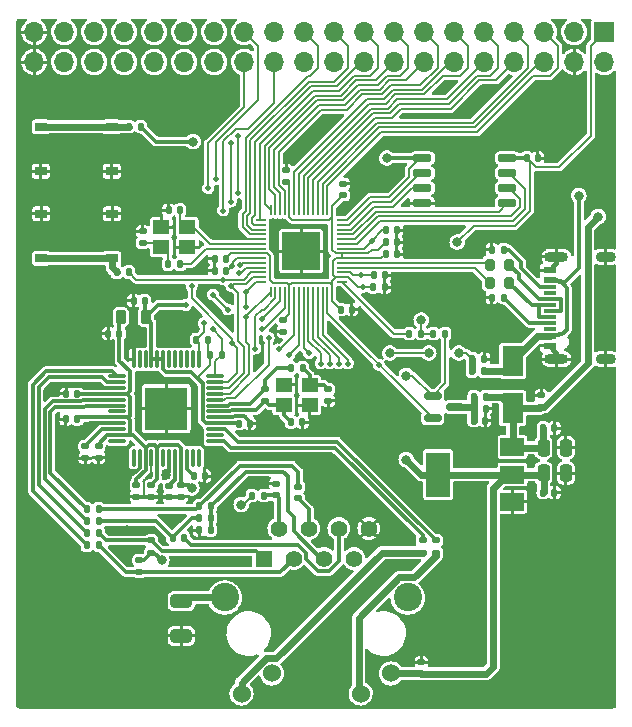
<source format=gbr>
%TF.GenerationSoftware,KiCad,Pcbnew,6.0.2+dfsg-1*%
%TF.CreationDate,2023-01-15T14:43:10-05:00*%
%TF.ProjectId,wiz5500-clone-basic,77697a35-3530-4302-9d63-6c6f6e652d62,rev?*%
%TF.SameCoordinates,Original*%
%TF.FileFunction,Copper,L1,Top*%
%TF.FilePolarity,Positive*%
%FSLAX46Y46*%
G04 Gerber Fmt 4.6, Leading zero omitted, Abs format (unit mm)*
G04 Created by KiCad (PCBNEW 6.0.2+dfsg-1) date 2023-01-15 14:43:10*
%MOMM*%
%LPD*%
G01*
G04 APERTURE LIST*
G04 Aperture macros list*
%AMRoundRect*
0 Rectangle with rounded corners*
0 $1 Rounding radius*
0 $2 $3 $4 $5 $6 $7 $8 $9 X,Y pos of 4 corners*
0 Add a 4 corners polygon primitive as box body*
4,1,4,$2,$3,$4,$5,$6,$7,$8,$9,$2,$3,0*
0 Add four circle primitives for the rounded corners*
1,1,$1+$1,$2,$3*
1,1,$1+$1,$4,$5*
1,1,$1+$1,$6,$7*
1,1,$1+$1,$8,$9*
0 Add four rect primitives between the rounded corners*
20,1,$1+$1,$2,$3,$4,$5,0*
20,1,$1+$1,$4,$5,$6,$7,0*
20,1,$1+$1,$6,$7,$8,$9,0*
20,1,$1+$1,$8,$9,$2,$3,0*%
G04 Aperture macros list end*
%TA.AperFunction,SMDPad,CuDef*%
%ADD10RoundRect,0.135000X0.135000X0.185000X-0.135000X0.185000X-0.135000X-0.185000X0.135000X-0.185000X0*%
%TD*%
%TA.AperFunction,SMDPad,CuDef*%
%ADD11RoundRect,0.140000X-0.140000X-0.170000X0.140000X-0.170000X0.140000X0.170000X-0.140000X0.170000X0*%
%TD*%
%TA.AperFunction,SMDPad,CuDef*%
%ADD12RoundRect,0.140000X-0.170000X0.140000X-0.170000X-0.140000X0.170000X-0.140000X0.170000X0.140000X0*%
%TD*%
%TA.AperFunction,SMDPad,CuDef*%
%ADD13RoundRect,0.140000X0.170000X-0.140000X0.170000X0.140000X-0.170000X0.140000X-0.170000X-0.140000X0*%
%TD*%
%TA.AperFunction,SMDPad,CuDef*%
%ADD14RoundRect,0.135000X-0.135000X-0.185000X0.135000X-0.185000X0.135000X0.185000X-0.135000X0.185000X0*%
%TD*%
%TA.AperFunction,SMDPad,CuDef*%
%ADD15RoundRect,0.135000X-0.185000X0.135000X-0.185000X-0.135000X0.185000X-0.135000X0.185000X0.135000X0*%
%TD*%
%TA.AperFunction,SMDPad,CuDef*%
%ADD16RoundRect,0.050000X-0.050000X0.387500X-0.050000X-0.387500X0.050000X-0.387500X0.050000X0.387500X0*%
%TD*%
%TA.AperFunction,SMDPad,CuDef*%
%ADD17RoundRect,0.050000X-0.387500X0.050000X-0.387500X-0.050000X0.387500X-0.050000X0.387500X0.050000X0*%
%TD*%
%TA.AperFunction,SMDPad,CuDef*%
%ADD18R,3.200000X3.200000*%
%TD*%
%TA.AperFunction,SMDPad,CuDef*%
%ADD19R,1.000000X0.750000*%
%TD*%
%TA.AperFunction,SMDPad,CuDef*%
%ADD20RoundRect,0.250000X-0.650000X0.325000X-0.650000X-0.325000X0.650000X-0.325000X0.650000X0.325000X0*%
%TD*%
%TA.AperFunction,ComponentPad*%
%ADD21R,1.408000X1.408000*%
%TD*%
%TA.AperFunction,ComponentPad*%
%ADD22C,1.408000*%
%TD*%
%TA.AperFunction,ComponentPad*%
%ADD23C,1.530000*%
%TD*%
%TA.AperFunction,ComponentPad*%
%ADD24C,2.400000*%
%TD*%
%TA.AperFunction,SMDPad,CuDef*%
%ADD25R,1.400000X1.200000*%
%TD*%
%TA.AperFunction,SMDPad,CuDef*%
%ADD26RoundRect,0.140000X0.140000X0.170000X-0.140000X0.170000X-0.140000X-0.170000X0.140000X-0.170000X0*%
%TD*%
%TA.AperFunction,SMDPad,CuDef*%
%ADD27RoundRect,0.135000X0.185000X-0.135000X0.185000X0.135000X-0.185000X0.135000X-0.185000X-0.135000X0*%
%TD*%
%TA.AperFunction,SMDPad,CuDef*%
%ADD28RoundRect,0.250000X-0.250000X-0.475000X0.250000X-0.475000X0.250000X0.475000X-0.250000X0.475000X0*%
%TD*%
%TA.AperFunction,SMDPad,CuDef*%
%ADD29R,1.800000X2.500000*%
%TD*%
%TA.AperFunction,SMDPad,CuDef*%
%ADD30RoundRect,0.218750X0.218750X0.381250X-0.218750X0.381250X-0.218750X-0.381250X0.218750X-0.381250X0*%
%TD*%
%TA.AperFunction,ComponentPad*%
%ADD31R,1.700000X1.700000*%
%TD*%
%TA.AperFunction,ComponentPad*%
%ADD32O,1.700000X1.700000*%
%TD*%
%TA.AperFunction,SMDPad,CuDef*%
%ADD33RoundRect,0.200000X-0.200000X-0.275000X0.200000X-0.275000X0.200000X0.275000X-0.200000X0.275000X0*%
%TD*%
%TA.AperFunction,SMDPad,CuDef*%
%ADD34RoundRect,0.150000X-0.587500X-0.150000X0.587500X-0.150000X0.587500X0.150000X-0.587500X0.150000X0*%
%TD*%
%TA.AperFunction,SMDPad,CuDef*%
%ADD35R,1.140000X0.600000*%
%TD*%
%TA.AperFunction,SMDPad,CuDef*%
%ADD36R,1.140000X0.300000*%
%TD*%
%TA.AperFunction,ComponentPad*%
%ADD37O,2.000000X0.900000*%
%TD*%
%TA.AperFunction,ComponentPad*%
%ADD38O,1.700000X0.900000*%
%TD*%
%TA.AperFunction,SMDPad,CuDef*%
%ADD39RoundRect,0.075000X-0.662500X-0.075000X0.662500X-0.075000X0.662500X0.075000X-0.662500X0.075000X0*%
%TD*%
%TA.AperFunction,SMDPad,CuDef*%
%ADD40RoundRect,0.075000X-0.075000X-0.662500X0.075000X-0.662500X0.075000X0.662500X-0.075000X0.662500X0*%
%TD*%
%TA.AperFunction,SMDPad,CuDef*%
%ADD41R,3.600000X3.600000*%
%TD*%
%TA.AperFunction,SMDPad,CuDef*%
%ADD42RoundRect,0.150000X-0.650000X-0.150000X0.650000X-0.150000X0.650000X0.150000X-0.650000X0.150000X0*%
%TD*%
%TA.AperFunction,SMDPad,CuDef*%
%ADD43R,2.000000X1.500000*%
%TD*%
%TA.AperFunction,SMDPad,CuDef*%
%ADD44R,2.000000X3.800000*%
%TD*%
%TA.AperFunction,ViaPad*%
%ADD45C,0.800000*%
%TD*%
%TA.AperFunction,ViaPad*%
%ADD46C,0.500000*%
%TD*%
%TA.AperFunction,Conductor*%
%ADD47C,0.600000*%
%TD*%
%TA.AperFunction,Conductor*%
%ADD48C,0.300000*%
%TD*%
%TA.AperFunction,Conductor*%
%ADD49C,0.200000*%
%TD*%
%TA.AperFunction,Conductor*%
%ADD50C,0.400000*%
%TD*%
G04 APERTURE END LIST*
D10*
%TO.P,R16,1*%
%TO.N,Net-(C34-Pad1)*%
X80647000Y-135636000D03*
%TO.P,R16,2*%
%TO.N,+3.3VA*%
X79627000Y-135636000D03*
%TD*%
D11*
%TO.P,C4,1*%
%TO.N,+3V3*%
X104295000Y-135382000D03*
%TO.P,C4,2*%
%TO.N,GND*%
X105255000Y-135382000D03*
%TD*%
D10*
%TO.P,R7,1*%
%TO.N,VSYS*%
X99443000Y-127254000D03*
%TO.P,R7,2*%
%TO.N,Net-(C9-Pad1)*%
X98423000Y-127254000D03*
%TD*%
D12*
%TO.P,C24,1*%
%TO.N,+3.3VA*%
X66675000Y-131473000D03*
%TO.P,C24,2*%
%TO.N,GND*%
X66675000Y-132433000D03*
%TD*%
D13*
%TO.P,C1,1*%
%TO.N,VSYS*%
X104140000Y-128115000D03*
%TO.P,C1,2*%
%TO.N,GND*%
X104140000Y-127155000D03*
%TD*%
D14*
%TO.P,R21,1*%
%TO.N,+3V3*%
X76071000Y-123698000D03*
%TO.P,R21,2*%
%TO.N,INTn*%
X77091000Y-123698000D03*
%TD*%
D15*
%TO.P,R19,1*%
%TO.N,Net-(P1-Pad1)*%
X71120000Y-139444000D03*
%TO.P,R19,2*%
%TO.N,+3.3VA*%
X71120000Y-140464000D03*
%TD*%
D16*
%TO.P,U2,1,IOVDD*%
%TO.N,+3V3*%
X86420000Y-111497500D03*
%TO.P,U2,2,GPIO0*%
%TO.N,GPIO0*%
X86020000Y-111497500D03*
%TO.P,U2,3,GPIO1*%
%TO.N,GPIO1*%
X85620000Y-111497500D03*
%TO.P,U2,4,GPIO2*%
%TO.N,GPIO2*%
X85220000Y-111497500D03*
%TO.P,U2,5,GPIO3*%
%TO.N,GPIO3*%
X84820000Y-111497500D03*
%TO.P,U2,6,GPIO4*%
%TO.N,GPIO4*%
X84420000Y-111497500D03*
%TO.P,U2,7,GPIO5*%
%TO.N,GPIO5*%
X84020000Y-111497500D03*
%TO.P,U2,8,GPIO6*%
%TO.N,GPIO6*%
X83620000Y-111497500D03*
%TO.P,U2,9,GPIO7*%
%TO.N,GPIO7*%
X83220000Y-111497500D03*
%TO.P,U2,10,IOVDD*%
%TO.N,+3V3*%
X82820000Y-111497500D03*
%TO.P,U2,11,GPIO8*%
%TO.N,GPIO8*%
X82420000Y-111497500D03*
%TO.P,U2,12,GPIO9*%
%TO.N,GPIO9*%
X82020000Y-111497500D03*
%TO.P,U2,13,GPIO10*%
%TO.N,GPIO10*%
X81620000Y-111497500D03*
%TO.P,U2,14,GPIO11*%
%TO.N,GPIO11*%
X81220000Y-111497500D03*
D17*
%TO.P,U2,15,GPIO12*%
%TO.N,GPIO12*%
X80382500Y-112335000D03*
%TO.P,U2,16,GPIO13*%
%TO.N,GPIO13*%
X80382500Y-112735000D03*
%TO.P,U2,17,GPIO14*%
%TO.N,GPIO14*%
X80382500Y-113135000D03*
%TO.P,U2,18,GPIO15*%
%TO.N,GPIO15*%
X80382500Y-113535000D03*
%TO.P,U2,19,TESTEN*%
%TO.N,GND*%
X80382500Y-113935000D03*
%TO.P,U2,20,XIN*%
%TO.N,XIN*%
X80382500Y-114335000D03*
%TO.P,U2,21,XOUT*%
%TO.N,XOUT*%
X80382500Y-114735000D03*
%TO.P,U2,22,IOVDD*%
%TO.N,+3V3*%
X80382500Y-115135000D03*
%TO.P,U2,23,DVDD*%
%TO.N,+1V1*%
X80382500Y-115535000D03*
%TO.P,U2,24,SWCLK*%
%TO.N,SWCLK*%
X80382500Y-115935000D03*
%TO.P,U2,25,SWDIO*%
%TO.N,SWDIO*%
X80382500Y-116335000D03*
%TO.P,U2,26,RUN*%
%TO.N,RUN*%
X80382500Y-116735000D03*
%TO.P,U2,27,GPIO16*%
%TO.N,MISO*%
X80382500Y-117135000D03*
%TO.P,U2,28,GPIO17*%
%TO.N,SCSn*%
X80382500Y-117535000D03*
D16*
%TO.P,U2,29,GPIO18*%
%TO.N,SCLK*%
X81220000Y-118372500D03*
%TO.P,U2,30,GPIO19*%
%TO.N,MOSI*%
X81620000Y-118372500D03*
%TO.P,U2,31,GPIO20*%
%TO.N,RSTn*%
X82020000Y-118372500D03*
%TO.P,U2,32,GPIO21*%
%TO.N,INTn*%
X82420000Y-118372500D03*
%TO.P,U2,33,IOVDD*%
%TO.N,+3V3*%
X82820000Y-118372500D03*
%TO.P,U2,34,GPIO22*%
%TO.N,GPIO22*%
X83220000Y-118372500D03*
%TO.P,U2,35,GPIO23*%
%TO.N,GPIO23*%
X83620000Y-118372500D03*
%TO.P,U2,36,GPIO24*%
%TO.N,GPIO24*%
X84020000Y-118372500D03*
%TO.P,U2,37,GPIO25*%
%TO.N,GPIO25*%
X84420000Y-118372500D03*
%TO.P,U2,38,GPIO26/ADC0*%
%TO.N,GPIO26{slash}ADC0*%
X84820000Y-118372500D03*
%TO.P,U2,39,GPIO27/ADC1*%
%TO.N,GPIO27{slash}ADC1*%
X85220000Y-118372500D03*
%TO.P,U2,40,GPIO28/ADC2*%
%TO.N,GPIO28{slash}ADC2*%
X85620000Y-118372500D03*
%TO.P,U2,41,GPIO29/ADC3*%
%TO.N,GPIO29{slash}ADC3*%
X86020000Y-118372500D03*
%TO.P,U2,42,IOVDD*%
%TO.N,+3V3*%
X86420000Y-118372500D03*
D17*
%TO.P,U2,43,ADC_AVDD*%
%TO.N,Net-(R6-Pad1)*%
X87257500Y-117535000D03*
%TO.P,U2,44,VREG_VIN*%
%TO.N,+3V3*%
X87257500Y-117135000D03*
%TO.P,U2,45,VREG_VOUT*%
%TO.N,+1V1*%
X87257500Y-116735000D03*
%TO.P,U2,46,USB_DM*%
%TO.N,/rp2040/RUSB_D_N*%
X87257500Y-116335000D03*
%TO.P,U2,47,USB_DP*%
%TO.N,/rp2040/RUSB_D_P*%
X87257500Y-115935000D03*
%TO.P,U2,48,USB_VDD*%
%TO.N,+3V3*%
X87257500Y-115535000D03*
%TO.P,U2,49,IOVDD*%
X87257500Y-115135000D03*
%TO.P,U2,50,DVDD*%
%TO.N,+1V1*%
X87257500Y-114735000D03*
%TO.P,U2,51,QSPI_SD3*%
%TO.N,QSPI_SD3*%
X87257500Y-114335000D03*
%TO.P,U2,52,QSPI_SCLK*%
%TO.N,QSPI_SCLK*%
X87257500Y-113935000D03*
%TO.P,U2,53,QSPI_SD0*%
%TO.N,QSPI_SD0*%
X87257500Y-113535000D03*
%TO.P,U2,54,QSPI_SD2*%
%TO.N,QSPI_SD2*%
X87257500Y-113135000D03*
%TO.P,U2,55,QSPI_SD1*%
%TO.N,QSPI_SD1*%
X87257500Y-112735000D03*
%TO.P,U2,56,QSPI_SS_N*%
%TO.N,QSPI_SS_N*%
X87257500Y-112335000D03*
D18*
%TO.P,U2,57,GND*%
%TO.N,GND*%
X83820000Y-114935000D03*
%TD*%
D19*
%TO.P,SW2,1,1*%
%TO.N,Net-(R13-Pad2)*%
X61770000Y-104424000D03*
X67770000Y-104424000D03*
%TO.P,SW2,2,2*%
%TO.N,GND*%
X67770000Y-108174000D03*
X61770000Y-108174000D03*
%TD*%
D14*
%TO.P,R5,1*%
%TO.N,ADC_VREF*%
X94994000Y-121920000D03*
%TO.P,R5,2*%
%TO.N,+3V3*%
X96014000Y-121920000D03*
%TD*%
D20*
%TO.P,C33,1*%
%TO.N,GNDPWR*%
X73660000Y-144575000D03*
%TO.P,C33,2*%
%TO.N,GND*%
X73660000Y-147525000D03*
%TD*%
D10*
%TO.P,R26,1*%
%TO.N,Net-(C37-Pad1)*%
X76202000Y-137541000D03*
%TO.P,R26,2*%
%TO.N,Net-(C36-Pad2)*%
X75182000Y-137541000D03*
%TD*%
D21*
%TO.P,P1,1*%
%TO.N,Net-(P1-Pad1)*%
X80645000Y-140970000D03*
D22*
%TO.P,P1,2*%
%TO.N,Net-(C34-Pad1)*%
X81915000Y-138430000D03*
%TO.P,P1,3*%
%TO.N,Net-(P1-Pad3)*%
X83185000Y-140970000D03*
%TO.P,P1,4*%
%TO.N,Net-(C35-Pad1)*%
X84455000Y-138430000D03*
%TO.P,P1,5*%
%TO.N,Net-(C37-Pad1)*%
X85725000Y-140970000D03*
%TO.P,P1,6*%
%TO.N,Net-(C36-Pad1)*%
X86995000Y-138430000D03*
%TO.P,P1,7*%
%TO.N,unconnected-(P1-Pad7)*%
X88265000Y-140970000D03*
%TO.P,P1,8*%
%TO.N,GND*%
X89535000Y-138430000D03*
D23*
%TO.P,P1,9*%
%TO.N,Net-(P1-Pad9)*%
X78765000Y-152400000D03*
%TO.P,P1,10*%
%TO.N,+3V3*%
X81332000Y-150700000D03*
%TO.P,P1,11*%
%TO.N,Net-(P1-Pad11)*%
X88848000Y-152400000D03*
%TO.P,P1,12*%
%TO.N,+3V3*%
X91415000Y-150700000D03*
D24*
%TO.P,P1,SH*%
%TO.N,GNDPWR*%
X77340000Y-144270000D03*
X92840000Y-144270000D03*
%TD*%
D15*
%TO.P,R28,1*%
%TO.N,LINKn*%
X94107000Y-139444000D03*
%TO.P,R28,2*%
%TO.N,Net-(P1-Pad9)*%
X94107000Y-140464000D03*
%TD*%
D10*
%TO.P,R23,1*%
%TO.N,Net-(P1-Pad1)*%
X66677000Y-138811000D03*
%TO.P,R23,2*%
%TO.N,Net-(R23-Pad2)*%
X65657000Y-138811000D03*
%TD*%
D25*
%TO.P,Y1,1,1*%
%TO.N,XIN*%
X74168000Y-112903000D03*
%TO.P,Y1,2,2*%
%TO.N,GND*%
X71968000Y-112903000D03*
%TO.P,Y1,3,3*%
%TO.N,Net-(C11-Pad1)*%
X71968000Y-114603000D03*
%TO.P,Y1,4,4*%
%TO.N,GND*%
X74168000Y-114603000D03*
%TD*%
D15*
%TO.P,R22,1*%
%TO.N,ACTn*%
X95250000Y-139444000D03*
%TO.P,R22,2*%
%TO.N,Net-(P1-Pad11)*%
X95250000Y-140464000D03*
%TD*%
D26*
%TO.P,C8,1*%
%TO.N,+1V1*%
X77442000Y-116586000D03*
%TO.P,C8,2*%
%TO.N,GND*%
X76482000Y-116586000D03*
%TD*%
D27*
%TO.P,R18,1*%
%TO.N,Net-(P1-Pad3)*%
X70104000Y-142115000D03*
%TO.P,R18,2*%
%TO.N,+3.3VA*%
X70104000Y-141095000D03*
%TD*%
D28*
%TO.P,C2,1*%
%TO.N,VSYS*%
X104333000Y-131572000D03*
%TO.P,C2,2*%
%TO.N,GND*%
X106233000Y-131572000D03*
%TD*%
D29*
%TO.P,D1,1,K*%
%TO.N,VSYS*%
X101727000Y-128238000D03*
%TO.P,D1,2,A*%
%TO.N,VBUS*%
X101727000Y-124238000D03*
%TD*%
D11*
%TO.P,C6,1*%
%TO.N,+1V1*%
X89944000Y-116967000D03*
%TO.P,C6,2*%
%TO.N,GND*%
X90904000Y-116967000D03*
%TD*%
%TO.P,C31,1*%
%TO.N,XI*%
X82959000Y-129413000D03*
%TO.P,C31,2*%
%TO.N,GND*%
X83919000Y-129413000D03*
%TD*%
D13*
%TO.P,C34,1*%
%TO.N,Net-(C34-Pad1)*%
X81661000Y-135608000D03*
%TO.P,C34,2*%
%TO.N,GND*%
X81661000Y-134648000D03*
%TD*%
D12*
%TO.P,C38,1*%
%TO.N,Net-(C38-Pad1)*%
X72644000Y-134803000D03*
%TO.P,C38,2*%
%TO.N,GND*%
X72644000Y-135763000D03*
%TD*%
D26*
%TO.P,C36,1*%
%TO.N,Net-(C36-Pad1)*%
X73886000Y-139192000D03*
%TO.P,C36,2*%
%TO.N,Net-(C36-Pad2)*%
X72926000Y-139192000D03*
%TD*%
D10*
%TO.P,R27,1*%
%TO.N,Net-(C37-Pad1)*%
X76202000Y-136525000D03*
%TO.P,R27,2*%
%TO.N,Net-(C35-Pad2)*%
X75182000Y-136525000D03*
%TD*%
D26*
%TO.P,C25,1*%
%TO.N,+3.3VA*%
X64869000Y-127000000D03*
%TO.P,C25,2*%
%TO.N,GND*%
X63909000Y-127000000D03*
%TD*%
D12*
%TO.P,C30,1*%
%TO.N,+3.3VA*%
X73660000Y-134775000D03*
%TO.P,C30,2*%
%TO.N,GND*%
X73660000Y-135735000D03*
%TD*%
D10*
%TO.P,R15,1*%
%TO.N,Net-(C32-Pad1)*%
X83949000Y-124841000D03*
%TO.P,R15,2*%
%TO.N,XO*%
X82929000Y-124841000D03*
%TD*%
D13*
%TO.P,C11,1*%
%TO.N,Net-(C11-Pad1)*%
X70401000Y-114233000D03*
%TO.P,C11,2*%
%TO.N,GND*%
X70401000Y-113273000D03*
%TD*%
D26*
%TO.P,C37,1*%
%TO.N,Net-(C37-Pad1)*%
X76144000Y-138557000D03*
%TO.P,C37,2*%
%TO.N,GND*%
X75184000Y-138557000D03*
%TD*%
D30*
%TO.P,L1,1,1*%
%TO.N,+3V3*%
X70658500Y-120523000D03*
%TO.P,L1,2,2*%
%TO.N,+3.3VA*%
X68533500Y-120523000D03*
%TD*%
D13*
%TO.P,C19,1*%
%TO.N,+3V3*%
X82550000Y-109065000D03*
%TO.P,C19,2*%
%TO.N,GND*%
X82550000Y-108105000D03*
%TD*%
D31*
%TO.P,J2,1,Pin_1*%
%TO.N,+3V3*%
X109474000Y-96393000D03*
D32*
%TO.P,J2,2,Pin_2*%
%TO.N,VSYS*%
X109474000Y-98933000D03*
%TO.P,J2,3,Pin_3*%
%TO.N,VBUS*%
X106934000Y-96393000D03*
%TO.P,J2,4,Pin_4*%
%TO.N,GND*%
X106934000Y-98933000D03*
%TO.P,J2,5,Pin_5*%
%TO.N,GPIO0*%
X104394000Y-96393000D03*
%TO.P,J2,6,Pin_6*%
%TO.N,GPIO1*%
X104394000Y-98933000D03*
%TO.P,J2,7,Pin_7*%
%TO.N,GPIO2*%
X101854000Y-96393000D03*
%TO.P,J2,8,Pin_8*%
%TO.N,GPIO3*%
X101854000Y-98933000D03*
%TO.P,J2,9,Pin_9*%
%TO.N,GPIO4*%
X99314000Y-96393000D03*
%TO.P,J2,10,Pin_10*%
%TO.N,GPIO5*%
X99314000Y-98933000D03*
%TO.P,J2,11,Pin_11*%
%TO.N,GPIO6*%
X96774000Y-96393000D03*
%TO.P,J2,12,Pin_12*%
%TO.N,GPIO7*%
X96774000Y-98933000D03*
%TO.P,J2,13,Pin_13*%
%TO.N,GPIO8*%
X94234000Y-96393000D03*
%TO.P,J2,14,Pin_14*%
%TO.N,GPIO9*%
X94234000Y-98933000D03*
%TO.P,J2,15,Pin_15*%
%TO.N,GPIO10*%
X91694000Y-96393000D03*
%TO.P,J2,16,Pin_16*%
%TO.N,GPIO11*%
X91694000Y-98933000D03*
%TO.P,J2,17,Pin_17*%
%TO.N,GPIO12*%
X89154000Y-96393000D03*
%TO.P,J2,18,Pin_18*%
%TO.N,GPIO13*%
X89154000Y-98933000D03*
%TO.P,J2,19,Pin_19*%
%TO.N,GPIO14*%
X86614000Y-96393000D03*
%TO.P,J2,20,Pin_20*%
%TO.N,ADC_VREF*%
X86614000Y-98933000D03*
%TO.P,J2,21,Pin_21*%
%TO.N,GPIO15*%
X84074000Y-96393000D03*
%TO.P,J2,22,Pin_22*%
%TO.N,SWDIO*%
X84074000Y-98933000D03*
%TO.P,J2,23,Pin_23*%
%TO.N,SWCLK*%
X81534000Y-96393000D03*
%TO.P,J2,24,Pin_24*%
%TO.N,RUN*%
X81534000Y-98933000D03*
%TO.P,J2,25,Pin_25*%
%TO.N,MISO*%
X78994000Y-96393000D03*
%TO.P,J2,26,Pin_26*%
%TO.N,SCSn*%
X78994000Y-98933000D03*
%TO.P,J2,27,Pin_27*%
%TO.N,SCLK*%
X76454000Y-96393000D03*
%TO.P,J2,28,Pin_28*%
%TO.N,MOSI*%
X76454000Y-98933000D03*
%TO.P,J2,29,Pin_29*%
%TO.N,RSTn*%
X73914000Y-96393000D03*
%TO.P,J2,30,Pin_30*%
%TO.N,INTn*%
X73914000Y-98933000D03*
%TO.P,J2,31,Pin_31*%
%TO.N,GPIO22*%
X71374000Y-96393000D03*
%TO.P,J2,32,Pin_32*%
%TO.N,GPIO23*%
X71374000Y-98933000D03*
%TO.P,J2,33,Pin_33*%
%TO.N,GPIO24*%
X68834000Y-96393000D03*
%TO.P,J2,34,Pin_34*%
%TO.N,GPIO25*%
X68834000Y-98933000D03*
%TO.P,J2,35,Pin_35*%
%TO.N,GPIO26{slash}ADC0*%
X66294000Y-96393000D03*
%TO.P,J2,36,Pin_36*%
%TO.N,GPIO27{slash}ADC1*%
X66294000Y-98933000D03*
%TO.P,J2,37,Pin_37*%
%TO.N,GPIO28{slash}ADC2*%
X63754000Y-96393000D03*
%TO.P,J2,38,Pin_38*%
%TO.N,GPIO29{slash}ADC3*%
X63754000Y-98933000D03*
%TO.P,J2,39,Pin_39*%
%TO.N,GND*%
X61214000Y-96393000D03*
%TO.P,J2,40,Pin_40*%
X61214000Y-98933000D03*
%TD*%
D26*
%TO.P,C26,1*%
%TO.N,+3.3VA*%
X68425000Y-121920000D03*
%TO.P,C26,2*%
%TO.N,GND*%
X67465000Y-121920000D03*
%TD*%
D10*
%TO.P,R17,1*%
%TO.N,+3V3*%
X75948000Y-122428000D03*
%TO.P,R17,2*%
%TO.N,RSTn*%
X74928000Y-122428000D03*
%TD*%
D12*
%TO.P,C29,1*%
%TO.N,+3.3VA*%
X71120000Y-134775000D03*
%TO.P,C29,2*%
%TO.N,GND*%
X71120000Y-135735000D03*
%TD*%
D14*
%TO.P,R10,1*%
%TO.N,GND*%
X99947000Y-118872000D03*
%TO.P,R10,2*%
%TO.N,Net-(J1-PadA5)*%
X100967000Y-118872000D03*
%TD*%
D12*
%TO.P,C27,1*%
%TO.N,+3.3VA*%
X69850000Y-134775000D03*
%TO.P,C27,2*%
%TO.N,GND*%
X69850000Y-135735000D03*
%TD*%
D33*
%TO.P,R3,1*%
%TO.N,/rp2040/RUSB_D_P*%
X99759000Y-116078000D03*
%TO.P,R3,2*%
%TO.N,USB_D_P*%
X101409000Y-116078000D03*
%TD*%
D11*
%TO.P,C12,1*%
%TO.N,+3V3*%
X89916000Y-117983000D03*
%TO.P,C12,2*%
%TO.N,GND*%
X90876000Y-117983000D03*
%TD*%
D27*
%TO.P,R14,1*%
%TO.N,XI*%
X80772000Y-127637000D03*
%TO.P,R14,2*%
%TO.N,XO*%
X80772000Y-126617000D03*
%TD*%
D14*
%TO.P,R2,1*%
%TO.N,GPIO24*%
X98296000Y-124079000D03*
%TO.P,R2,2*%
%TO.N,GND*%
X99316000Y-124079000D03*
%TD*%
D12*
%TO.P,C32,1*%
%TO.N,Net-(C32-Pad1)*%
X86106000Y-126647000D03*
%TO.P,C32,2*%
%TO.N,GND*%
X86106000Y-127607000D03*
%TD*%
D11*
%TO.P,C7,1*%
%TO.N,+1V1*%
X90960000Y-113157000D03*
%TO.P,C7,2*%
%TO.N,GND*%
X91920000Y-113157000D03*
%TD*%
D34*
%TO.P,Q1,1,G*%
%TO.N,+3V3*%
X94947500Y-127193000D03*
%TO.P,Q1,2,S*%
%TO.N,GPIO29{slash}ADC3*%
X94947500Y-129093000D03*
%TO.P,Q1,3,D*%
%TO.N,Net-(C9-Pad1)*%
X96822500Y-128143000D03*
%TD*%
D28*
%TO.P,C5,1*%
%TO.N,+3V3*%
X104333000Y-133731000D03*
%TO.P,C5,2*%
%TO.N,GND*%
X106233000Y-133731000D03*
%TD*%
D10*
%TO.P,R13,1*%
%TO.N,QSPI_SS_N*%
X70233000Y-104394000D03*
%TO.P,R13,2*%
%TO.N,Net-(R13-Pad2)*%
X69213000Y-104394000D03*
%TD*%
D35*
%TO.P,J1,A1_B12,GND*%
%TO.N,GND*%
X104851000Y-122961000D03*
%TO.P,J1,A4_B9,VBUS*%
%TO.N,VBUS*%
X104851000Y-122161000D03*
D36*
%TO.P,J1,A5,CC1*%
%TO.N,Net-(J1-PadA5)*%
X104851000Y-121011000D03*
%TO.P,J1,A6,DP1*%
%TO.N,USB_D_P*%
X104851000Y-120011000D03*
%TO.P,J1,A7,DN1*%
%TO.N,USB_D_N*%
X104851000Y-119511000D03*
%TO.P,J1,A8,SBU1*%
%TO.N,unconnected-(J1-PadA8)*%
X104851000Y-118511000D03*
D35*
%TO.P,J1,B1_A12,GND*%
%TO.N,GND*%
X104851000Y-116561000D03*
%TO.P,J1,B4_A9,VBUS*%
%TO.N,VBUS*%
X104851000Y-117361000D03*
D36*
%TO.P,J1,B5,CC2*%
%TO.N,Net-(J1-PadB5)*%
X104851000Y-118011000D03*
%TO.P,J1,B6,DP2*%
%TO.N,USB_D_P*%
X104851000Y-119011000D03*
%TO.P,J1,B7,DN2*%
%TO.N,USB_D_N*%
X104851000Y-120511000D03*
%TO.P,J1,B8,SBU2*%
%TO.N,unconnected-(J1-PadB8)*%
X104851000Y-121511000D03*
D37*
%TO.P,J1,S1,SHIELD*%
%TO.N,GND*%
X105431000Y-124086000D03*
%TO.P,J1,S2,SHIELD*%
X105431000Y-115436000D03*
D38*
%TO.P,J1,S3,SHIELD*%
X109601000Y-124086000D03*
%TO.P,J1,S4,SHIELD*%
X109601000Y-115436000D03*
%TD*%
D10*
%TO.P,R20,1*%
%TO.N,Net-(P1-Pad3)*%
X66677000Y-139827000D03*
%TO.P,R20,2*%
%TO.N,Net-(R20-Pad2)*%
X65657000Y-139827000D03*
%TD*%
D26*
%TO.P,C28,1*%
%TO.N,+3.3VA*%
X64841000Y-129159000D03*
%TO.P,C28,2*%
%TO.N,GND*%
X63881000Y-129159000D03*
%TD*%
%TO.P,C10,1*%
%TO.N,XIN*%
X73548000Y-111467000D03*
%TO.P,C10,2*%
%TO.N,GND*%
X72588000Y-111467000D03*
%TD*%
%TO.P,C15,1*%
%TO.N,+3V3*%
X77442000Y-115570000D03*
%TO.P,C15,2*%
%TO.N,GND*%
X76482000Y-115570000D03*
%TD*%
D10*
%TO.P,R9,1*%
%TO.N,XOUT*%
X73578000Y-116039000D03*
%TO.P,R9,2*%
%TO.N,Net-(C11-Pad1)*%
X72558000Y-116039000D03*
%TD*%
D11*
%TO.P,C14,1*%
%TO.N,+3V3*%
X90960000Y-115189000D03*
%TO.P,C14,2*%
%TO.N,GND*%
X91920000Y-115189000D03*
%TD*%
D14*
%TO.P,R11,1*%
%TO.N,GND*%
X99947000Y-114808000D03*
%TO.P,R11,2*%
%TO.N,Net-(J1-PadB5)*%
X100967000Y-114808000D03*
%TD*%
D19*
%TO.P,SW1,1,1*%
%TO.N,Net-(R12-Pad2)*%
X67813500Y-115540000D03*
X61813500Y-115540000D03*
%TO.P,SW1,2,2*%
%TO.N,GND*%
X61813500Y-111790000D03*
X67813500Y-111790000D03*
%TD*%
D10*
%TO.P,R25,1*%
%TO.N,Net-(C35-Pad2)*%
X66677000Y-136779000D03*
%TO.P,R25,2*%
%TO.N,Net-(R25-Pad2)*%
X65657000Y-136779000D03*
%TD*%
D11*
%TO.P,C9,1*%
%TO.N,Net-(C9-Pad1)*%
X98425000Y-129286000D03*
%TO.P,C9,2*%
%TO.N,GND*%
X99385000Y-129286000D03*
%TD*%
D10*
%TO.P,R1,1*%
%TO.N,VBUS*%
X99316000Y-125095000D03*
%TO.P,R1,2*%
%TO.N,GPIO24*%
X98296000Y-125095000D03*
%TD*%
D26*
%TO.P,C21,1*%
%TO.N,+3V3*%
X70584000Y-119126000D03*
%TO.P,C21,2*%
%TO.N,GND*%
X69624000Y-119126000D03*
%TD*%
D11*
%TO.P,C20,1*%
%TO.N,+3V3*%
X102898000Y-107061000D03*
%TO.P,C20,2*%
%TO.N,GND*%
X103858000Y-107061000D03*
%TD*%
%TO.P,C3,1*%
%TO.N,VSYS*%
X104295000Y-129921000D03*
%TO.P,C3,2*%
%TO.N,GND*%
X105255000Y-129921000D03*
%TD*%
D25*
%TO.P,Y2,1,1*%
%TO.N,XI*%
X82339000Y-127977000D03*
%TO.P,Y2,2,2*%
%TO.N,GND*%
X84539000Y-127977000D03*
%TO.P,Y2,3,3*%
%TO.N,Net-(C32-Pad1)*%
X84539000Y-126277000D03*
%TO.P,Y2,4,4*%
%TO.N,GND*%
X82339000Y-126277000D03*
%TD*%
D33*
%TO.P,R4,1*%
%TO.N,/rp2040/RUSB_D_N*%
X99759000Y-117602000D03*
%TO.P,R4,2*%
%TO.N,USB_D_N*%
X101409000Y-117602000D03*
%TD*%
D11*
%TO.P,C39,1*%
%TO.N,Net-(C39-Pad1)*%
X74704000Y-133985000D03*
%TO.P,C39,2*%
%TO.N,GND*%
X75664000Y-133985000D03*
%TD*%
D12*
%TO.P,C17,1*%
%TO.N,+3V3*%
X82296000Y-120805000D03*
%TO.P,C17,2*%
%TO.N,GND*%
X82296000Y-121765000D03*
%TD*%
D14*
%TO.P,R6,1*%
%TO.N,Net-(R6-Pad1)*%
X92962000Y-121920000D03*
%TO.P,R6,2*%
%TO.N,ADC_VREF*%
X93982000Y-121920000D03*
%TD*%
D13*
%TO.P,C18,1*%
%TO.N,+3V3*%
X87376000Y-110208000D03*
%TO.P,C18,2*%
%TO.N,GND*%
X87376000Y-109248000D03*
%TD*%
D11*
%TO.P,C16,1*%
%TO.N,+3V3*%
X87150000Y-119888000D03*
%TO.P,C16,2*%
%TO.N,GND*%
X88110000Y-119888000D03*
%TD*%
%TO.P,C13,1*%
%TO.N,+3V3*%
X90960000Y-114173000D03*
%TO.P,C13,2*%
%TO.N,GND*%
X91920000Y-114173000D03*
%TD*%
D10*
%TO.P,R12,1*%
%TO.N,RUN*%
X69217000Y-116713000D03*
%TO.P,R12,2*%
%TO.N,Net-(R12-Pad2)*%
X68197000Y-116713000D03*
%TD*%
D13*
%TO.P,C23,1*%
%TO.N,+3V3*%
X93980000Y-150721000D03*
%TO.P,C23,2*%
%TO.N,GND*%
X93980000Y-149761000D03*
%TD*%
D39*
%TO.P,U4,1,TXN*%
%TO.N,Net-(R20-Pad2)*%
X68227500Y-125520000D03*
%TO.P,U4,2,TXP*%
%TO.N,Net-(R23-Pad2)*%
X68227500Y-126020000D03*
%TO.P,U4,3,AGND*%
%TO.N,GND*%
X68227500Y-126520000D03*
%TO.P,U4,4,AVDD*%
%TO.N,+3.3VA*%
X68227500Y-127020000D03*
%TO.P,U4,5,RXN*%
%TO.N,Net-(R24-Pad2)*%
X68227500Y-127520000D03*
%TO.P,U4,6,RXP*%
%TO.N,Net-(R25-Pad2)*%
X68227500Y-128020000D03*
%TO.P,U4,7,DNC*%
%TO.N,unconnected-(U4-Pad7)*%
X68227500Y-128520000D03*
%TO.P,U4,8,AVDD*%
%TO.N,+3.3VA*%
X68227500Y-129020000D03*
%TO.P,U4,9,AGND*%
%TO.N,GND*%
X68227500Y-129520000D03*
%TO.P,U4,10,EXRES1*%
%TO.N,Net-(R29-Pad2)*%
X68227500Y-130020000D03*
%TO.P,U4,11,AVDD*%
%TO.N,+3.3VA*%
X68227500Y-130520000D03*
%TO.P,U4,12,NC*%
%TO.N,unconnected-(U4-Pad12)*%
X68227500Y-131020000D03*
D40*
%TO.P,U4,13,NC*%
%TO.N,unconnected-(U4-Pad13)*%
X69640000Y-132432500D03*
%TO.P,U4,14,AGND*%
%TO.N,GND*%
X70140000Y-132432500D03*
%TO.P,U4,15,AVDD*%
%TO.N,+3.3VA*%
X70640000Y-132432500D03*
%TO.P,U4,16,AGND*%
%TO.N,GND*%
X71140000Y-132432500D03*
%TO.P,U4,17,AVDD*%
%TO.N,+3.3VA*%
X71640000Y-132432500D03*
%TO.P,U4,18,VBG*%
%TO.N,unconnected-(U4-Pad18)*%
X72140000Y-132432500D03*
%TO.P,U4,19,AGND*%
%TO.N,GND*%
X72640000Y-132432500D03*
%TO.P,U4,20,TOCAP*%
%TO.N,Net-(C38-Pad1)*%
X73140000Y-132432500D03*
%TO.P,U4,21,AVDD*%
%TO.N,+3.3VA*%
X73640000Y-132432500D03*
%TO.P,U4,22,1V2O*%
%TO.N,Net-(C39-Pad1)*%
X74140000Y-132432500D03*
%TO.P,U4,23,RSVD*%
%TO.N,unconnected-(U4-Pad23)*%
X74640000Y-132432500D03*
%TO.P,U4,24,SPDLED*%
%TO.N,unconnected-(U4-Pad24)*%
X75140000Y-132432500D03*
D39*
%TO.P,U4,25,LINKLED*%
%TO.N,LINKn*%
X76552500Y-131020000D03*
%TO.P,U4,26,DUPLED*%
%TO.N,unconnected-(U4-Pad26)*%
X76552500Y-130520000D03*
%TO.P,U4,27,ACTLED*%
%TO.N,ACTn*%
X76552500Y-130020000D03*
%TO.P,U4,28,VDD*%
%TO.N,+3V3*%
X76552500Y-129520000D03*
%TO.P,U4,29,GND*%
%TO.N,GND*%
X76552500Y-129020000D03*
%TO.P,U4,30,XI/CLKIN*%
%TO.N,XI*%
X76552500Y-128520000D03*
%TO.P,U4,31,XO*%
%TO.N,XO*%
X76552500Y-128020000D03*
%TO.P,U4,32,SCSn*%
%TO.N,SCSn*%
X76552500Y-127520000D03*
%TO.P,U4,33,SCLK*%
%TO.N,SCLK*%
X76552500Y-127020000D03*
%TO.P,U4,34,MISO*%
%TO.N,MISO*%
X76552500Y-126520000D03*
%TO.P,U4,35,MOSI*%
%TO.N,MOSI*%
X76552500Y-126020000D03*
%TO.P,U4,36,INTn*%
%TO.N,INTn*%
X76552500Y-125520000D03*
D40*
%TO.P,U4,37,RSTn*%
%TO.N,RSTn*%
X75140000Y-124107500D03*
%TO.P,U4,38,RSVD*%
%TO.N,unconnected-(U4-Pad38)*%
X74640000Y-124107500D03*
%TO.P,U4,39,RSVD*%
%TO.N,unconnected-(U4-Pad39)*%
X74140000Y-124107500D03*
%TO.P,U4,40,RSVD*%
%TO.N,unconnected-(U4-Pad40)*%
X73640000Y-124107500D03*
%TO.P,U4,41,RSVD*%
%TO.N,unconnected-(U4-Pad41)*%
X73140000Y-124107500D03*
%TO.P,U4,42,RSVD*%
%TO.N,unconnected-(U4-Pad42)*%
X72640000Y-124107500D03*
%TO.P,U4,43,PMODE2*%
%TO.N,+3V3*%
X72140000Y-124107500D03*
%TO.P,U4,44,PMODE1*%
X71640000Y-124107500D03*
%TO.P,U4,45,PMODE0*%
X71140000Y-124107500D03*
%TO.P,U4,46,NC*%
%TO.N,unconnected-(U4-Pad46)*%
X70640000Y-124107500D03*
%TO.P,U4,47,NC*%
%TO.N,unconnected-(U4-Pad47)*%
X70140000Y-124107500D03*
%TO.P,U4,48,AGND*%
%TO.N,GND*%
X69640000Y-124107500D03*
D41*
%TO.P,U4,49,GND*%
X72390000Y-128270000D03*
%TD*%
D11*
%TO.P,C22,1*%
%TO.N,+3V3*%
X78514000Y-129540000D03*
%TO.P,C22,2*%
%TO.N,GND*%
X79474000Y-129540000D03*
%TD*%
D10*
%TO.P,R8,1*%
%TO.N,GND*%
X99443000Y-128270000D03*
%TO.P,R8,2*%
%TO.N,Net-(C9-Pad1)*%
X98423000Y-128270000D03*
%TD*%
D13*
%TO.P,C35,1*%
%TO.N,Net-(C35-Pad1)*%
X83566000Y-135862000D03*
%TO.P,C35,2*%
%TO.N,Net-(C35-Pad2)*%
X83566000Y-134902000D03*
%TD*%
D42*
%TO.P,U3,1,CS#*%
%TO.N,QSPI_SS_N*%
X94063000Y-107061000D03*
%TO.P,U3,2,SO*%
%TO.N,QSPI_SD1*%
X94063000Y-108331000D03*
%TO.P,U3,3,WP#*%
%TO.N,QSPI_SD2*%
X94063000Y-109601000D03*
%TO.P,U3,4,GND*%
%TO.N,GND*%
X94063000Y-110871000D03*
%TO.P,U3,5,SI*%
%TO.N,QSPI_SD0*%
X101263000Y-110871000D03*
%TO.P,U3,6,SCLK*%
%TO.N,QSPI_SCLK*%
X101263000Y-109601000D03*
%TO.P,U3,7,HOLD#*%
%TO.N,QSPI_SD3*%
X101263000Y-108331000D03*
%TO.P,U3,8,VCC*%
%TO.N,+3V3*%
X101263000Y-107061000D03*
%TD*%
D27*
%TO.P,R29,1*%
%TO.N,GND*%
X65532000Y-132463000D03*
%TO.P,R29,2*%
%TO.N,Net-(R29-Pad2)*%
X65532000Y-131443000D03*
%TD*%
D10*
%TO.P,R24,1*%
%TO.N,Net-(C36-Pad2)*%
X66677000Y-137795000D03*
%TO.P,R24,2*%
%TO.N,Net-(R24-Pad2)*%
X65657000Y-137795000D03*
%TD*%
D43*
%TO.P,U1,1,ADJ*%
%TO.N,GND*%
X101702000Y-136158000D03*
D44*
%TO.P,U1,2,VO*%
%TO.N,+3V3*%
X95402000Y-133858000D03*
D43*
X101702000Y-133858000D03*
%TO.P,U1,3,VI*%
%TO.N,VSYS*%
X101702000Y-131558000D03*
%TD*%
D45*
%TO.N,VSYS*%
X108966000Y-112014000D03*
%TO.N,GND*%
X93218000Y-113538000D03*
X64262000Y-106934000D03*
D46*
X76581000Y-132715000D03*
X76708000Y-102870000D03*
D45*
X94742000Y-105664000D03*
D46*
X74930000Y-110490000D03*
D45*
X70485000Y-125730000D03*
X61341000Y-113792000D03*
X81661000Y-112776000D03*
D46*
X95631000Y-110871000D03*
X92710000Y-103505000D03*
X85090000Y-104902000D03*
D45*
X77597000Y-137287000D03*
D46*
X93980000Y-152400000D03*
X80476500Y-122682000D03*
X99187000Y-101727000D03*
X76962000Y-120269000D03*
D45*
X80772000Y-129159000D03*
X67945000Y-135128000D03*
D46*
X107823000Y-132588000D03*
D45*
X65721500Y-100965000D03*
D46*
X75184000Y-118364000D03*
X82931000Y-107315000D03*
X95504000Y-138430000D03*
X98171000Y-132207000D03*
D45*
X80518000Y-134493000D03*
X64135000Y-113792000D03*
D46*
X96139000Y-100965000D03*
X97028000Y-125984000D03*
D45*
X92075000Y-117475000D03*
X88519000Y-109220000D03*
X66864500Y-113792000D03*
X96393000Y-108331000D03*
D46*
X85852000Y-132842000D03*
D45*
X105029000Y-103378000D03*
D46*
X75057000Y-120269000D03*
D45*
X76200000Y-141224000D03*
X65721500Y-105537000D03*
D46*
X71501000Y-111379000D03*
X98171000Y-135763000D03*
X81915000Y-122555000D03*
X93980000Y-148336000D03*
D45*
X68580000Y-140335000D03*
X62611000Y-126873000D03*
X66864489Y-106925377D03*
D46*
X73787000Y-118364000D03*
D45*
X68326000Y-100965000D03*
X64135000Y-100965000D03*
X90932000Y-105664000D03*
X69088000Y-138557000D03*
X65405000Y-130048000D03*
X68326000Y-105537000D03*
X61468000Y-106934000D03*
X68326000Y-113792000D03*
X72898000Y-137668000D03*
X101854000Y-121666000D03*
X105029000Y-106998500D03*
X72390000Y-133858000D03*
D46*
X69596000Y-122682000D03*
D45*
X94869000Y-125476000D03*
X89662000Y-121920000D03*
X76454000Y-113538000D03*
X105029000Y-111252000D03*
D46*
X71628000Y-103378000D03*
D45*
X89408000Y-127254000D03*
D46*
X71755000Y-118364000D03*
D45*
X98806000Y-114808000D03*
%TO.N,+3V3*%
X92710000Y-132588000D03*
D46*
X89027000Y-117983000D03*
D45*
X92710000Y-125476000D03*
X97028000Y-114173000D03*
D46*
X74041000Y-119507000D03*
%TO.N,+1V1*%
X77927251Y-116217821D03*
X89789000Y-114046000D03*
X88900000Y-116967000D03*
D45*
%TO.N,+3.3VA*%
X72009000Y-141097000D03*
X74549000Y-135001000D03*
X78740000Y-136398000D03*
%TO.N,VBUS*%
X107315000Y-110236000D03*
D46*
%TO.N,RSTn*%
X80476489Y-120650000D03*
X75565000Y-121031000D03*
%TO.N,INTn*%
X76327000Y-121580500D03*
X80476489Y-121539000D03*
%TO.N,MOSI*%
X77960263Y-122714848D03*
X79943030Y-123190000D03*
X74549000Y-117897500D03*
%TO.N,MISO*%
X77902727Y-117897500D03*
X76581000Y-108839000D03*
%TO.N,SCLK*%
X77597000Y-119888000D03*
X79121000Y-120481500D03*
X76327000Y-118618000D03*
%TO.N,SCSn*%
X75946000Y-109601000D03*
X81051343Y-122283428D03*
X79121000Y-118434989D03*
X79121000Y-119634000D03*
%TO.N,GPIO29{slash}ADC3*%
X90424000Y-124587000D03*
D45*
%TO.N,GPIO24*%
X91313000Y-123571000D03*
D46*
X84455000Y-123571000D03*
D45*
X94615000Y-123571000D03*
X97155000Y-123571000D03*
%TO.N,ADC_VREF*%
X93980000Y-120777000D03*
D46*
%TO.N,RUN*%
X77216000Y-111506000D03*
X77216000Y-117348000D03*
D45*
%TO.N,QSPI_SS_N*%
X91059000Y-107061000D03*
X74676000Y-105664000D03*
D46*
%TO.N,SWCLK*%
X77851000Y-105791000D03*
X78615153Y-116090959D03*
X77851000Y-110744000D03*
%TO.N,SWDIO*%
X78486000Y-105156000D03*
X78558840Y-116788191D03*
X78486000Y-109982000D03*
%TO.N,GPIO22*%
X81915000Y-123254503D03*
%TO.N,GPIO23*%
X82804000Y-123698000D03*
%TO.N,GPIO25*%
X85471000Y-124460000D03*
%TO.N,GPIO26{slash}ADC0*%
X86233000Y-124460000D03*
%TO.N,GPIO27{slash}ADC1*%
X86995000Y-124460000D03*
%TO.N,GPIO28{slash}ADC2*%
X87757000Y-124460000D03*
%TD*%
D47*
%TO.N,VSYS*%
X108077000Y-112903000D02*
X108077000Y-124432417D01*
X100743000Y-127254000D02*
X99443000Y-127254000D01*
X104333000Y-131572000D02*
X101716000Y-131572000D01*
X101727000Y-128238000D02*
X104017000Y-128238000D01*
X101727000Y-128238000D02*
X100743000Y-127254000D01*
X104017000Y-128238000D02*
X104140000Y-128115000D01*
X101727000Y-128238000D02*
X101727000Y-131533000D01*
X101727000Y-131533000D02*
X101702000Y-131558000D01*
X101716000Y-131572000D02*
X101702000Y-131558000D01*
X104295000Y-131534000D02*
X104333000Y-131572000D01*
X108077000Y-124432417D02*
X104394417Y-128115000D01*
X104295000Y-129921000D02*
X104295000Y-131534000D01*
X108966000Y-112014000D02*
X108077000Y-112903000D01*
X104394417Y-128115000D02*
X104140000Y-128115000D01*
D48*
%TO.N,GND*%
X70140000Y-133270361D02*
X69806361Y-133604000D01*
X68227500Y-129520000D02*
X65933000Y-129520000D01*
X70140000Y-132432500D02*
X70140000Y-133270361D01*
X79474000Y-129385000D02*
X79474000Y-129540000D01*
D49*
X80382500Y-113935000D02*
X76851000Y-113935000D01*
D48*
X63143520Y-126340480D02*
X62611000Y-126873000D01*
X78031715Y-129020000D02*
X78171235Y-128880480D01*
X71120000Y-135735000D02*
X72616000Y-135735000D01*
D50*
X104851000Y-116561000D02*
X105431000Y-115981000D01*
D48*
X70513000Y-135735000D02*
X71120000Y-135735000D01*
X78171235Y-128880480D02*
X78969480Y-128880480D01*
D50*
X105431000Y-123541000D02*
X105431000Y-124086000D01*
D49*
X71140000Y-132432500D02*
X71140000Y-133772465D01*
D48*
X72644000Y-135763000D02*
X73632000Y-135763000D01*
D49*
X71140000Y-133772465D02*
X70485000Y-134427465D01*
D48*
X68580000Y-133604000D02*
X67945000Y-134239000D01*
X67945000Y-134239000D02*
X67945000Y-135128000D01*
X68227500Y-126520000D02*
X65433000Y-126520000D01*
X72640000Y-133608000D02*
X72390000Y-133858000D01*
X69850000Y-135735000D02*
X70513000Y-135735000D01*
D49*
X76851000Y-113935000D02*
X76454000Y-113538000D01*
D48*
X76552500Y-129020000D02*
X78031715Y-129020000D01*
X69640000Y-122726000D02*
X69640000Y-124107500D01*
D49*
X70485000Y-135707000D02*
X70513000Y-135735000D01*
D48*
X65433000Y-126520000D02*
X65253480Y-126340480D01*
X69596000Y-122682000D02*
X69640000Y-122726000D01*
D50*
X104851000Y-122961000D02*
X105431000Y-123541000D01*
D48*
X69806361Y-133604000D02*
X68580000Y-133604000D01*
D49*
X70485000Y-134427465D02*
X70485000Y-135707000D01*
D48*
X78969480Y-128880480D02*
X79474000Y-129385000D01*
X65253480Y-126340480D02*
X63143520Y-126340480D01*
X72616000Y-135735000D02*
X72644000Y-135763000D01*
D50*
X105431000Y-115981000D02*
X105431000Y-115436000D01*
D48*
X73632000Y-135763000D02*
X73660000Y-135735000D01*
X65933000Y-129520000D02*
X65405000Y-130048000D01*
X72640000Y-132432500D02*
X72640000Y-133608000D01*
D49*
%TO.N,+3V3*%
X87257500Y-115535000D02*
X90614000Y-115535000D01*
X89462000Y-115135000D02*
X87257500Y-115135000D01*
X97028000Y-114173000D02*
X98406481Y-112794519D01*
X76071000Y-124589000D02*
X74993500Y-125666500D01*
X86420000Y-111497500D02*
X86420000Y-114829295D01*
D48*
X71140000Y-122408000D02*
X71140000Y-121004500D01*
D49*
X101905212Y-112794517D02*
X103161559Y-111538170D01*
D47*
X101702000Y-133858000D02*
X95402000Y-133858000D01*
D49*
X75948000Y-123575000D02*
X76071000Y-123698000D01*
X86654999Y-117135000D02*
X87257500Y-117135000D01*
X82820000Y-120281000D02*
X82296000Y-120805000D01*
D47*
X93959000Y-150700000D02*
X93980000Y-150721000D01*
D48*
X72140000Y-124107500D02*
X71640000Y-124107500D01*
D49*
X89027000Y-117983000D02*
X89916000Y-117983000D01*
X103660000Y-107823000D02*
X105664000Y-107823000D01*
X88646000Y-117983000D02*
X89027000Y-117983000D01*
X86420000Y-112029295D02*
X86420000Y-111497500D01*
D48*
X74993500Y-125666500D02*
X75465480Y-126138480D01*
X75714639Y-129520000D02*
X76552500Y-129520000D01*
D49*
X86420000Y-118372500D02*
X86420000Y-117840705D01*
D48*
X72389159Y-125194520D02*
X74521520Y-125194520D01*
D47*
X100076000Y-150114000D02*
X99469000Y-150721000D01*
D49*
X86420000Y-119158000D02*
X87150000Y-119888000D01*
D48*
X78494000Y-129520000D02*
X78514000Y-129540000D01*
D49*
X98406481Y-112794519D02*
X101905212Y-112794517D01*
D48*
X70584000Y-120448500D02*
X70658500Y-120523000D01*
X71140000Y-124107500D02*
X71140000Y-122408000D01*
D49*
X86520480Y-117000481D02*
X86654999Y-117135000D01*
D47*
X91415000Y-150700000D02*
X93959000Y-150700000D01*
D49*
X87257500Y-115535000D02*
X86725705Y-115535000D01*
D47*
X95402000Y-133858000D02*
X93980000Y-133858000D01*
D49*
X80914295Y-115135000D02*
X81153000Y-115373705D01*
D48*
X71140000Y-124107500D02*
X71640000Y-124107500D01*
D49*
X79625514Y-115134520D02*
X77877480Y-115134520D01*
X92710000Y-125476000D02*
X93230500Y-125476000D01*
D48*
X75465480Y-126138480D02*
X75465480Y-129270841D01*
D49*
X86725705Y-115535000D02*
X86520480Y-115740225D01*
X87257500Y-115535000D02*
X87257500Y-115135000D01*
X81440480Y-117635480D02*
X82614775Y-117635480D01*
X75948000Y-122428000D02*
X75948000Y-123575000D01*
X108331000Y-99415655D02*
X108324489Y-99409144D01*
X80382500Y-115135000D02*
X80914295Y-115135000D01*
D48*
X74041000Y-119507000D02*
X71674500Y-119507000D01*
D49*
X94947500Y-127193000D02*
X96014000Y-126126500D01*
X80382500Y-115135000D02*
X79625994Y-115135000D01*
D47*
X99469000Y-150721000D02*
X93980000Y-150721000D01*
D49*
X86725705Y-117135000D02*
X86420000Y-117440705D01*
X82820000Y-112029295D02*
X83058705Y-112268000D01*
X90325000Y-114808000D02*
X90960000Y-114173000D01*
D47*
X104333000Y-133731000D02*
X104333000Y-135344000D01*
X101702000Y-133858000D02*
X104206000Y-133858000D01*
D48*
X70584000Y-119126000D02*
X70584000Y-120448500D01*
D49*
X87257500Y-117135000D02*
X87798000Y-117135000D01*
X82614775Y-117635480D02*
X82820000Y-117840705D01*
X87798000Y-117135000D02*
X88646000Y-117983000D01*
X86420000Y-111164000D02*
X87376000Y-110208000D01*
X103161559Y-107324559D02*
X102898000Y-107061000D01*
X83058705Y-112268000D02*
X86181295Y-112268000D01*
X86420000Y-117840705D02*
X86214775Y-117635480D01*
D47*
X100076000Y-135034978D02*
X100076000Y-150114000D01*
D48*
X75465480Y-129270841D02*
X75714639Y-129520000D01*
D49*
X86420000Y-114829295D02*
X86725705Y-115135000D01*
D48*
X71140000Y-121004500D02*
X70658500Y-120523000D01*
D49*
X82820000Y-111497500D02*
X82820000Y-112029295D01*
D48*
X72140000Y-124945361D02*
X72389159Y-125194520D01*
D49*
X82820000Y-118372500D02*
X82820000Y-120281000D01*
X108324489Y-99409144D02*
X108324489Y-97542511D01*
D47*
X104206000Y-133858000D02*
X104333000Y-133731000D01*
D49*
X90614000Y-115535000D02*
X90960000Y-115189000D01*
X86420000Y-111497500D02*
X86420000Y-111164000D01*
X86420000Y-117440705D02*
X86420000Y-118372500D01*
X83025225Y-117635480D02*
X82820000Y-117840705D01*
X89789000Y-114808000D02*
X89462000Y-115135000D01*
D48*
X72140000Y-124107500D02*
X72140000Y-124945361D01*
D49*
X76071000Y-123698000D02*
X76071000Y-124589000D01*
X86725705Y-115135000D02*
X87257500Y-115135000D01*
X93230500Y-125476000D02*
X94947500Y-127193000D01*
X86181295Y-112268000D02*
X86420000Y-112029295D01*
D48*
X76552500Y-129520000D02*
X78494000Y-129520000D01*
D49*
X79625994Y-115135000D02*
X79625514Y-115134520D01*
D47*
X93980000Y-133858000D02*
X92710000Y-132588000D01*
D49*
X77877480Y-115134520D02*
X77442000Y-115570000D01*
X103161559Y-111538170D02*
X103161559Y-107324559D01*
D48*
X101263000Y-107061000D02*
X102898000Y-107061000D01*
D49*
X102898000Y-107061000D02*
X103660000Y-107823000D01*
X81153000Y-117348000D02*
X81440480Y-117635480D01*
X81153000Y-115373705D02*
X81153000Y-117348000D01*
D48*
X71674500Y-119507000D02*
X70658500Y-120523000D01*
D49*
X108324489Y-97542511D02*
X109474000Y-96393000D01*
X105664000Y-107823000D02*
X108331000Y-105156000D01*
D47*
X104333000Y-135344000D02*
X104295000Y-135382000D01*
D49*
X89789000Y-114808000D02*
X90325000Y-114808000D01*
X87257500Y-117135000D02*
X86725705Y-117135000D01*
X86420000Y-118372500D02*
X86420000Y-119158000D01*
X108331000Y-105156000D02*
X108331000Y-99415655D01*
D47*
X101702000Y-133858000D02*
X101252978Y-133858000D01*
D48*
X74521520Y-125194520D02*
X74993500Y-125666500D01*
D49*
X82820000Y-111497500D02*
X82820000Y-109335000D01*
X82820000Y-117840705D02*
X82820000Y-118372500D01*
X96014000Y-126126500D02*
X96014000Y-121920000D01*
X86214775Y-117635480D02*
X83025225Y-117635480D01*
X86520480Y-115740225D02*
X86520480Y-117000481D01*
D47*
X101252978Y-133858000D02*
X100076000Y-135034978D01*
D49*
X82820000Y-109335000D02*
X82550000Y-109065000D01*
%TO.N,+1V1*%
X78021520Y-115907480D02*
X78394000Y-115535000D01*
X89100000Y-114735000D02*
X87257500Y-114735000D01*
X77559072Y-116586000D02*
X77442000Y-116586000D01*
X89789000Y-114046000D02*
X90678000Y-113157000D01*
X77927251Y-116217821D02*
X77559072Y-116586000D01*
X78021520Y-116123552D02*
X78021520Y-115907480D01*
X87257500Y-116735000D02*
X87963006Y-116735000D01*
X77927251Y-116217821D02*
X78021520Y-116123552D01*
X87963006Y-116735000D02*
X88195006Y-116967000D01*
X88195006Y-116967000D02*
X88900000Y-116967000D01*
X89789000Y-114046000D02*
X89100000Y-114735000D01*
X78394000Y-115535000D02*
X80382500Y-115535000D01*
X89944000Y-116967000D02*
X88900000Y-116967000D01*
X90678000Y-113157000D02*
X90960000Y-113157000D01*
D47*
%TO.N,Net-(C9-Pad1)*%
X98425000Y-128272000D02*
X98423000Y-128270000D01*
X98425000Y-129286000D02*
X98425000Y-128272000D01*
X98423000Y-127254000D02*
X98423000Y-128270000D01*
X98296000Y-128143000D02*
X98423000Y-128270000D01*
X96822500Y-128143000D02*
X98296000Y-128143000D01*
D49*
%TO.N,XIN*%
X73548000Y-111467000D02*
X73548000Y-112283000D01*
X74168000Y-112903000D02*
X74676000Y-112903000D01*
X74676000Y-112903000D02*
X76108000Y-114335000D01*
X76108000Y-114335000D02*
X80382500Y-114335000D01*
X73548000Y-112283000D02*
X74168000Y-112903000D01*
%TO.N,Net-(C11-Pad1)*%
X72558000Y-115193000D02*
X71968000Y-114603000D01*
X71598000Y-114233000D02*
X71968000Y-114603000D01*
X70401000Y-114233000D02*
X71598000Y-114233000D01*
X72558000Y-116039000D02*
X72558000Y-115193000D01*
D48*
%TO.N,+3.3VA*%
X68227500Y-130520000D02*
X69565361Y-130520000D01*
X70640000Y-131594639D02*
X70889159Y-131345480D01*
X69314520Y-125119881D02*
X69314520Y-126770841D01*
X68425000Y-124230361D02*
X69314520Y-125119881D01*
X69565361Y-130520000D02*
X70640000Y-131594639D01*
X69314520Y-130329480D02*
X69124000Y-130520000D01*
X71640000Y-134255000D02*
X71120000Y-134775000D01*
X70489000Y-141095000D02*
X71120000Y-140464000D01*
X68227500Y-129020000D02*
X69065361Y-129020000D01*
X70640000Y-133476789D02*
X69850000Y-134266789D01*
X69065361Y-127020000D02*
X69314520Y-127269159D01*
X71640000Y-131584000D02*
X71640000Y-132432500D01*
X68227500Y-127020000D02*
X64889000Y-127020000D01*
X73640000Y-131594639D02*
X73640000Y-132432500D01*
X73390841Y-131345480D02*
X73640000Y-131594639D01*
X66675000Y-131234639D02*
X66675000Y-131473000D01*
X69314520Y-129269159D02*
X69314520Y-130329480D01*
X73640000Y-132432500D02*
X73640000Y-134755000D01*
X69124000Y-130520000D02*
X68227500Y-130520000D01*
X71640000Y-132432500D02*
X71640000Y-134255000D01*
X73640000Y-134755000D02*
X73660000Y-134775000D01*
X69216339Y-129020000D02*
X68227500Y-129020000D01*
X73660000Y-134775000D02*
X74323000Y-134775000D01*
X68227500Y-127020000D02*
X69065361Y-127020000D01*
X67389639Y-130520000D02*
X66675000Y-131234639D01*
X71401480Y-131345480D02*
X71640000Y-131584000D01*
D49*
X78865000Y-136398000D02*
X79627000Y-135636000D01*
D48*
X69314520Y-128921819D02*
X69216339Y-129020000D01*
X74323000Y-134775000D02*
X74549000Y-135001000D01*
X68425000Y-120631500D02*
X68533500Y-120523000D01*
X71889159Y-131345480D02*
X73390841Y-131345480D01*
X64889000Y-127020000D02*
X64869000Y-127000000D01*
X71120000Y-140464000D02*
X71376000Y-140464000D01*
X68425000Y-121920000D02*
X68425000Y-124230361D01*
X64980000Y-129020000D02*
X64841000Y-129159000D01*
X71640000Y-131594639D02*
X71889159Y-131345480D01*
X70640000Y-131594639D02*
X70640000Y-132432500D01*
X71640000Y-132432500D02*
X71640000Y-131594639D01*
X68425000Y-121920000D02*
X68425000Y-120631500D01*
X70640000Y-132432500D02*
X70640000Y-133476789D01*
X70889159Y-131345480D02*
X71401480Y-131345480D01*
X69065361Y-129020000D02*
X69314520Y-129269159D01*
X69314520Y-127269159D02*
X69314520Y-128921819D01*
X68227500Y-129020000D02*
X64980000Y-129020000D01*
X68227500Y-130520000D02*
X67389639Y-130520000D01*
X69314520Y-126770841D02*
X69065361Y-127020000D01*
X70104000Y-141095000D02*
X70489000Y-141095000D01*
X69850000Y-134266789D02*
X69850000Y-134775000D01*
X71376000Y-140464000D02*
X72009000Y-141097000D01*
D49*
X78740000Y-136398000D02*
X78865000Y-136398000D01*
D48*
%TO.N,XI*%
X77964327Y-128380960D02*
X80028040Y-128380960D01*
X76552500Y-128520000D02*
X77825287Y-128520000D01*
X82339000Y-127977000D02*
X82339000Y-128793000D01*
X82339000Y-128793000D02*
X82959000Y-129413000D01*
X82339000Y-127977000D02*
X81112000Y-127977000D01*
X80028040Y-128380960D02*
X80772000Y-127637000D01*
X81112000Y-127977000D02*
X80772000Y-127637000D01*
X77825287Y-128520000D02*
X77964327Y-128380960D01*
%TO.N,Net-(C32-Pad1)*%
X84539000Y-126277000D02*
X84539000Y-125431000D01*
X85736000Y-126277000D02*
X86106000Y-126647000D01*
X84539000Y-126277000D02*
X85736000Y-126277000D01*
X84539000Y-125431000D02*
X83949000Y-124841000D01*
D47*
%TO.N,GNDPWR*%
X77340000Y-144270000D02*
X73965000Y-144270000D01*
X73965000Y-144270000D02*
X73660000Y-144575000D01*
D48*
%TO.N,Net-(C34-Pad1)*%
X81915000Y-138430000D02*
X81915000Y-135862000D01*
X81661000Y-135608000D02*
X80675000Y-135608000D01*
X80675000Y-135608000D02*
X80647000Y-135636000D01*
X81915000Y-135862000D02*
X81661000Y-135608000D01*
%TO.N,Net-(C35-Pad1)*%
X84455000Y-138430000D02*
X84455000Y-136751000D01*
X84455000Y-136751000D02*
X83566000Y-135862000D01*
%TO.N,Net-(C35-Pad2)*%
X75182000Y-136525000D02*
X74928000Y-136779000D01*
X83566000Y-133604000D02*
X83066481Y-133104481D01*
X83566000Y-134902000D02*
X83566000Y-133604000D01*
X74928000Y-136779000D02*
X66677000Y-136779000D01*
X78602519Y-133104481D02*
X75182000Y-136525000D01*
X83066481Y-133104481D02*
X78602519Y-133104481D01*
%TO.N,Net-(C36-Pad1)*%
X86995000Y-141189891D02*
X86161380Y-142023511D01*
X74521000Y-139827000D02*
X73886000Y-139192000D01*
X86995000Y-138430000D02*
X86995000Y-141189891D01*
X84238511Y-140533620D02*
X83531891Y-139827000D01*
X86161380Y-142023511D02*
X85254511Y-142023511D01*
X83531891Y-139827000D02*
X74521000Y-139827000D01*
X85254511Y-142023511D02*
X84238511Y-141007511D01*
X84238511Y-141007511D02*
X84238511Y-140533620D01*
%TO.N,Net-(C36-Pad2)*%
X75182000Y-137541000D02*
X74534715Y-137541000D01*
X71529000Y-137795000D02*
X66677000Y-137795000D01*
X72926000Y-139149715D02*
X72926000Y-139192000D01*
X74534715Y-137541000D02*
X72926000Y-139149715D01*
X72926000Y-139192000D02*
X71529000Y-137795000D01*
%TO.N,Net-(C37-Pad1)*%
X79123000Y-133604000D02*
X76202000Y-136525000D01*
X82296000Y-133604000D02*
X79123000Y-133604000D01*
X76202000Y-137541000D02*
X76202000Y-138499000D01*
X82677000Y-136906000D02*
X82677000Y-133985000D01*
X76202000Y-136525000D02*
X76202000Y-137541000D01*
X85725000Y-140970000D02*
X85505109Y-140970000D01*
X76202000Y-138499000D02*
X76144000Y-138557000D01*
X83185000Y-138649891D02*
X83185000Y-137414000D01*
X82677000Y-133985000D02*
X82296000Y-133604000D01*
X85505109Y-140970000D02*
X83185000Y-138649891D01*
X83185000Y-137414000D02*
X82677000Y-136906000D01*
%TO.N,Net-(C38-Pad1)*%
X72644000Y-134788715D02*
X72644000Y-134803000D01*
X73140000Y-132432500D02*
X73140000Y-134292715D01*
X73140000Y-134292715D02*
X72644000Y-134788715D01*
%TO.N,Net-(C39-Pad1)*%
X74140000Y-132432500D02*
X74140000Y-133421000D01*
X74140000Y-133421000D02*
X74704000Y-133985000D01*
D47*
%TO.N,VBUS*%
X99316000Y-125095000D02*
X100870000Y-125095000D01*
D48*
X105642927Y-122010511D02*
X105001489Y-122010511D01*
X106299000Y-118039978D02*
X106299000Y-121629511D01*
X105651959Y-122001479D02*
X105642927Y-122010511D01*
D47*
X101727000Y-124238000D02*
X103804000Y-122161000D01*
X103804000Y-122161000D02*
X104851000Y-122161000D01*
D48*
X107315000Y-116395562D02*
X106190041Y-117520521D01*
X106299000Y-121629511D02*
X105927032Y-122001479D01*
X105770511Y-117511489D02*
X106299000Y-118039978D01*
X105492438Y-117361000D02*
X104851000Y-117361000D01*
X105927032Y-122001479D02*
X105651959Y-122001479D01*
X106190041Y-117520521D02*
X105651959Y-117520521D01*
X105651959Y-117520521D02*
X105492438Y-117361000D01*
D47*
X100870000Y-125095000D02*
X101727000Y-124238000D01*
D48*
X105001489Y-117511489D02*
X105770511Y-117511489D01*
X105001489Y-122010511D02*
X104851000Y-122161000D01*
X104851000Y-117361000D02*
X105001489Y-117511489D01*
X107315000Y-110236000D02*
X107315000Y-116395562D01*
%TO.N,Net-(J1-PadA5)*%
X104851000Y-121011000D02*
X103106000Y-121011000D01*
X103106000Y-121011000D02*
X100967000Y-118872000D01*
%TO.N,USB_D_P*%
X105770511Y-120010511D02*
X105770022Y-120011000D01*
X104851000Y-119011000D02*
X103931978Y-119011000D01*
X105770022Y-120011000D02*
X104851000Y-120011000D01*
X104851000Y-119011000D02*
X105770022Y-119011000D01*
X105770022Y-119011000D02*
X105770511Y-119011489D01*
X102235000Y-117314022D02*
X102235000Y-116904000D01*
X103931978Y-119011000D02*
X102235000Y-117314022D01*
X105770511Y-119011489D02*
X105770511Y-120010511D01*
X102235000Y-116904000D02*
X101409000Y-116078000D01*
%TO.N,USB_D_N*%
X104850511Y-120510511D02*
X104851000Y-120511000D01*
X103318000Y-119511000D02*
X101409000Y-117602000D01*
X103931489Y-119511489D02*
X103931489Y-120510511D01*
X103931978Y-119511000D02*
X103931489Y-119511489D01*
X103931489Y-120510511D02*
X104850511Y-120510511D01*
X104851000Y-119511000D02*
X103318000Y-119511000D01*
X104851000Y-119511000D02*
X103931978Y-119511000D01*
%TO.N,Net-(J1-PadB5)*%
X102441907Y-116404480D02*
X102441907Y-115858769D01*
X104851000Y-118011000D02*
X104048428Y-118011000D01*
X104048428Y-118011000D02*
X102441907Y-116404480D01*
X101391138Y-114808000D02*
X100967000Y-114808000D01*
X102441907Y-115858769D02*
X101391138Y-114808000D01*
D49*
%TO.N,RSTn*%
X82020000Y-119148000D02*
X82020000Y-118372500D01*
X80476489Y-120650000D02*
X80518000Y-120650000D01*
X75140000Y-124107500D02*
X75140000Y-122640000D01*
X75565000Y-121791000D02*
X74928000Y-122428000D01*
X75140000Y-122640000D02*
X74928000Y-122428000D01*
X80518000Y-120650000D02*
X82020000Y-119148000D01*
X75565000Y-121031000D02*
X75565000Y-121791000D01*
%TO.N,INTn*%
X80476489Y-121539000D02*
X80630425Y-121539000D01*
X82420000Y-119749425D02*
X82420000Y-118372500D01*
X76552500Y-125520000D02*
X76552500Y-124236500D01*
X80630425Y-121539000D02*
X82420000Y-119749425D01*
X76327000Y-121580500D02*
X77091000Y-122344500D01*
X76552500Y-124236500D02*
X77091000Y-123698000D01*
X77091000Y-122344500D02*
X77091000Y-123698000D01*
%TO.N,MOSI*%
X74549000Y-117897500D02*
X74549000Y-118941994D01*
X78400511Y-125250483D02*
X77630994Y-126020000D01*
X78400511Y-123155096D02*
X78400511Y-125250483D01*
X77630994Y-126020000D02*
X76552500Y-126020000D01*
X79926989Y-120422373D02*
X80461362Y-119888000D01*
X77960263Y-122353257D02*
X77960263Y-122714848D01*
X74549000Y-118941994D02*
X77960263Y-122353257D01*
X79926989Y-123173959D02*
X79926989Y-120422373D01*
X77960263Y-122714848D02*
X78400511Y-123155096D01*
X81620000Y-118904295D02*
X81620000Y-118372500D01*
X80636295Y-119888000D02*
X81620000Y-118904295D01*
X80461362Y-119888000D02*
X80636295Y-119888000D01*
X79943030Y-123190000D02*
X79926989Y-123173959D01*
%TO.N,MISO*%
X80143511Y-97542511D02*
X78994000Y-96393000D01*
X78486000Y-118480773D02*
X78486000Y-122555000D01*
X76581000Y-105718867D02*
X80143511Y-102156356D01*
X77696000Y-126520000D02*
X76552500Y-126520000D01*
X78994011Y-123063011D02*
X78994011Y-125221989D01*
X79715000Y-117135000D02*
X80382500Y-117135000D01*
X78994011Y-125221989D02*
X77696000Y-126520000D01*
X76581000Y-108839000D02*
X76581000Y-105718867D01*
X77902727Y-117897500D02*
X78052708Y-117747519D01*
X80143511Y-102156356D02*
X80143511Y-97542511D01*
X78052708Y-117747519D02*
X79102481Y-117747519D01*
X78486000Y-122555000D02*
X78994011Y-123063011D01*
X79102481Y-117747519D02*
X79715000Y-117135000D01*
X77902727Y-117897500D02*
X78486000Y-118480773D01*
%TO.N,SCLK*%
X79393531Y-122897525D02*
X79393530Y-123154693D01*
X79121000Y-120481500D02*
X79121000Y-120471500D01*
X79121000Y-120481500D02*
X79121000Y-122624994D01*
X77761006Y-127020000D02*
X76552500Y-127020000D01*
X79121000Y-120471500D02*
X81220000Y-118372500D01*
X79121000Y-122624994D02*
X79393531Y-122897525D01*
X77597000Y-119888000D02*
X76327000Y-118618000D01*
X79393530Y-125387476D02*
X77761006Y-127020000D01*
X79393530Y-123154693D02*
X79393530Y-125387476D01*
%TO.N,SCSn*%
X80020989Y-117535000D02*
X80382500Y-117535000D01*
X77319651Y-127520000D02*
X76552500Y-127520000D01*
X75946000Y-109601000D02*
X75946000Y-105788861D01*
X81051343Y-122283428D02*
X81051343Y-124561657D01*
X78994000Y-102740861D02*
X78994000Y-98933000D01*
X79121000Y-118434989D02*
X80020989Y-117535000D01*
X78193480Y-127419520D02*
X77420131Y-127419520D01*
X79121000Y-119634000D02*
X79121000Y-118434989D01*
X81051343Y-124561657D02*
X78193480Y-127419520D01*
X75946000Y-105788861D02*
X78994000Y-102740861D01*
X77420131Y-127419520D02*
X77319651Y-127520000D01*
D48*
%TO.N,Net-(P1-Pad1)*%
X67310000Y-139444000D02*
X66677000Y-138811000D01*
X80645000Y-140970000D02*
X80001520Y-140326520D01*
X72002520Y-140326520D02*
X71120000Y-139444000D01*
X80001520Y-140326520D02*
X72002520Y-140326520D01*
X71120000Y-139444000D02*
X67310000Y-139444000D01*
%TO.N,Net-(P1-Pad3)*%
X68964000Y-142115000D02*
X66677000Y-139828000D01*
X66677000Y-139828000D02*
X66677000Y-139827000D01*
X70104000Y-142115000D02*
X68964000Y-142115000D01*
X83185000Y-140970000D02*
X82040000Y-142115000D01*
X82040000Y-142115000D02*
X70104000Y-142115000D01*
D47*
%TO.N,Net-(P1-Pad9)*%
X90676000Y-140464000D02*
X81704511Y-149435489D01*
X80808221Y-149435489D02*
X78765000Y-151478710D01*
X94107000Y-140464000D02*
X90676000Y-140464000D01*
X81704511Y-149435489D02*
X80808221Y-149435489D01*
X78765000Y-151478710D02*
X78765000Y-152400000D01*
%TO.N,Net-(P1-Pad11)*%
X88680479Y-152232479D02*
X88848000Y-152400000D01*
X95250000Y-140716000D02*
X93395511Y-142570489D01*
X93395511Y-142570489D02*
X92136038Y-142570489D01*
X92136038Y-142570489D02*
X88680479Y-146026048D01*
X88680479Y-146026048D02*
X88680479Y-152232479D01*
X95250000Y-140464000D02*
X95250000Y-140716000D01*
D49*
%TO.N,GPIO29{slash}ADC3*%
X86020000Y-120165500D02*
X86020000Y-118372500D01*
X94947500Y-129093000D02*
X86020000Y-120165500D01*
D47*
%TO.N,GPIO24*%
X98296000Y-125095000D02*
X98296000Y-124079000D01*
D49*
X97788000Y-123571000D02*
X98296000Y-124079000D01*
X84020000Y-123136000D02*
X84020000Y-118372500D01*
X94615000Y-123571000D02*
X91313000Y-123571000D01*
X84455000Y-123571000D02*
X84020000Y-123136000D01*
X97155000Y-123571000D02*
X97788000Y-123571000D01*
%TO.N,/rp2040/RUSB_D_P*%
X99759000Y-116078000D02*
X99616000Y-115935000D01*
X99616000Y-115935000D02*
X87257500Y-115935000D01*
%TO.N,/rp2040/RUSB_D_N*%
X98492000Y-116335000D02*
X99759000Y-117602000D01*
X87257500Y-116335000D02*
X98492000Y-116335000D01*
%TO.N,ADC_VREF*%
X94994000Y-121920000D02*
X93982000Y-121920000D01*
X93982000Y-120779000D02*
X93980000Y-120777000D01*
X93982000Y-121920000D02*
X93982000Y-120779000D01*
%TO.N,Net-(R6-Pad1)*%
X92962000Y-121920000D02*
X91642500Y-121920000D01*
X91642500Y-121920000D02*
X87257500Y-117535000D01*
%TO.N,XOUT*%
X74461000Y-116039000D02*
X75765000Y-114735000D01*
X75765000Y-114735000D02*
X80382500Y-114735000D01*
X73578000Y-116039000D02*
X74461000Y-116039000D01*
%TO.N,RUN*%
X77216000Y-117348000D02*
X78936994Y-117348000D01*
X81534000Y-102413952D02*
X81534000Y-98933000D01*
X79549994Y-116735000D02*
X80382500Y-116735000D01*
X79341463Y-104606489D02*
X81534000Y-102413952D01*
X78936994Y-117348000D02*
X79549994Y-116735000D01*
X69852000Y-117348000D02*
X69217000Y-116713000D01*
X77216000Y-111506000D02*
X77216000Y-105648873D01*
X77216000Y-117348000D02*
X69852000Y-117348000D01*
X78258384Y-104606489D02*
X79341463Y-104606489D01*
X77216000Y-105648873D02*
X78258384Y-104606489D01*
D47*
%TO.N,Net-(R12-Pad2)*%
X67813500Y-115540000D02*
X67813500Y-116329500D01*
X67813500Y-116329500D02*
X68197000Y-116713000D01*
X61813500Y-115540000D02*
X67813500Y-115540000D01*
D49*
%TO.N,QSPI_SS_N*%
X92963480Y-107994803D02*
X93897283Y-107061000D01*
D48*
X91059000Y-107061000D02*
X94063000Y-107061000D01*
D49*
X87690000Y-112335000D02*
X89627600Y-110397400D01*
X93897283Y-107061000D02*
X94063000Y-107061000D01*
X91265877Y-110397400D02*
X92963480Y-108699797D01*
X92963480Y-108699797D02*
X92963480Y-107994803D01*
X87257500Y-112335000D02*
X87690000Y-112335000D01*
D48*
X74676000Y-105664000D02*
X71503000Y-105664000D01*
D49*
X89627600Y-110397400D02*
X91265877Y-110397400D01*
D48*
X71503000Y-105664000D02*
X70233000Y-104394000D01*
D47*
%TO.N,Net-(R13-Pad2)*%
X67770000Y-104424000D02*
X69183000Y-104424000D01*
X69183000Y-104424000D02*
X69213000Y-104394000D01*
X61770000Y-104424000D02*
X67770000Y-104424000D01*
D48*
%TO.N,XO*%
X78171236Y-127881441D02*
X79507559Y-127881441D01*
X77618859Y-128020000D02*
X77757420Y-127881440D01*
X81775978Y-124841000D02*
X82929000Y-124841000D01*
X77757420Y-127881440D02*
X78171236Y-127881441D01*
X80772000Y-126617000D02*
X80772000Y-125844978D01*
X80772000Y-125844978D02*
X81775978Y-124841000D01*
X79507559Y-127881441D02*
X80772000Y-126617000D01*
X76552500Y-128020000D02*
X77618859Y-128020000D01*
%TO.N,Net-(R20-Pad2)*%
X62230000Y-125095000D02*
X61087000Y-126238000D01*
X68227500Y-125520000D02*
X67802500Y-125095000D01*
X61087000Y-135257000D02*
X65657000Y-139827000D01*
X61087000Y-126238000D02*
X61087000Y-135257000D01*
X67802500Y-125095000D02*
X62230000Y-125095000D01*
%TO.N,ACTn*%
X76552500Y-130020000D02*
X77390361Y-130020000D01*
X78442841Y-131072480D02*
X86878480Y-131072480D01*
X86878480Y-131072480D02*
X95250000Y-139444000D01*
X77390361Y-130020000D02*
X78442841Y-131072480D01*
%TO.N,Net-(R23-Pad2)*%
X68227500Y-126020000D02*
X67389639Y-126020000D01*
X67389639Y-126020000D02*
X66964159Y-125594520D01*
X62436908Y-125594520D02*
X61586520Y-126444908D01*
X66964159Y-125594520D02*
X62436908Y-125594520D01*
X61586520Y-134740520D02*
X65657000Y-138811000D01*
X61586520Y-126444908D02*
X61586520Y-134740520D01*
%TO.N,Net-(R24-Pad2)*%
X65211765Y-127659520D02*
X62762520Y-127659520D01*
X62762520Y-127659520D02*
X62086040Y-128336000D01*
X65351285Y-127520000D02*
X65211765Y-127659520D01*
X62086040Y-128336000D02*
X62086040Y-134224040D01*
X68227500Y-127520000D02*
X65351285Y-127520000D01*
X62086040Y-134224040D02*
X65657000Y-137795000D01*
%TO.N,Net-(R25-Pad2)*%
X65418672Y-128159040D02*
X65004856Y-128159039D01*
X62585560Y-128542908D02*
X62585560Y-133707560D01*
X65004856Y-128159039D02*
X62969429Y-128159039D01*
X65557713Y-128020000D02*
X65418672Y-128159040D01*
X62585560Y-133707560D02*
X65657000Y-136779000D01*
X68227500Y-128020000D02*
X65557713Y-128020000D01*
X62969429Y-128159039D02*
X62585560Y-128542908D01*
%TO.N,LINKn*%
X86671572Y-131572000D02*
X94107000Y-139007428D01*
X77299000Y-131020000D02*
X77851000Y-131572000D01*
X94107000Y-139007428D02*
X94107000Y-139444000D01*
X77851000Y-131572000D02*
X86671572Y-131572000D01*
X76552500Y-131020000D02*
X77299000Y-131020000D01*
%TO.N,Net-(R29-Pad2)*%
X68227500Y-130020000D02*
X66955000Y-130020000D01*
X66955000Y-130020000D02*
X65532000Y-131443000D01*
D49*
%TO.N,GPIO0*%
X90550274Y-104876750D02*
X98665919Y-104876748D01*
X86020000Y-109407024D02*
X90550274Y-104876750D01*
X105543511Y-99409144D02*
X105543511Y-97542511D01*
X98665919Y-104876748D02*
X103460156Y-100082511D01*
X104870144Y-100082511D02*
X105543511Y-99409144D01*
X86020000Y-111497500D02*
X86020000Y-109407024D01*
X105543511Y-97542511D02*
X104394000Y-96393000D01*
X103460156Y-100082511D02*
X104870144Y-100082511D01*
%TO.N,GPIO1*%
X98500432Y-104477229D02*
X104044661Y-98933000D01*
X85620000Y-109242018D02*
X90384788Y-104477230D01*
X90384788Y-104477230D02*
X98500432Y-104477229D01*
X104044661Y-98933000D02*
X104394000Y-98933000D01*
X85620000Y-111497500D02*
X85620000Y-109242018D01*
%TO.N,GPIO2*%
X85220000Y-109077012D02*
X90219302Y-104077710D01*
X98334945Y-104077710D02*
X103003511Y-99409144D01*
X90219302Y-104077710D02*
X98334945Y-104077710D01*
X103003511Y-97542511D02*
X101854000Y-96393000D01*
X103003511Y-99409144D02*
X103003511Y-97542511D01*
X85220000Y-111497500D02*
X85220000Y-109077012D01*
%TO.N,GPIO3*%
X91468860Y-103678188D02*
X92267897Y-102879151D01*
X98894981Y-100482031D02*
X100304970Y-100482030D01*
X90053815Y-103678191D02*
X91468860Y-103678188D01*
X96497864Y-102879148D02*
X98894981Y-100482031D01*
X84820000Y-108912006D02*
X90053815Y-103678191D01*
X84820000Y-111497500D02*
X84820000Y-108912006D01*
X100304970Y-100482030D02*
X101854000Y-98933000D01*
X92267897Y-102879151D02*
X96497864Y-102879148D01*
%TO.N,GPIO4*%
X96332377Y-102479629D02*
X98729495Y-100082511D01*
X84420000Y-108747000D02*
X89888329Y-103278671D01*
X92102411Y-102479631D02*
X96332377Y-102479629D01*
X100463511Y-97542511D02*
X99314000Y-96393000D01*
X89888329Y-103278671D02*
X91303373Y-103278669D01*
X100463511Y-99409144D02*
X100463511Y-97542511D01*
X84420000Y-111497500D02*
X84420000Y-108747000D01*
X98729495Y-100082511D02*
X99790144Y-100082511D01*
X91303373Y-103278669D02*
X92102411Y-102479631D01*
X99790144Y-100082511D02*
X100463511Y-99409144D01*
%TO.N,GPIO5*%
X96166890Y-102080110D02*
X99314000Y-98933000D01*
X91137886Y-102879150D02*
X91936925Y-102080111D01*
X84020000Y-111497500D02*
X84020000Y-108581994D01*
X84020000Y-108581994D02*
X89722844Y-102879150D01*
X91936925Y-102080111D02*
X96166890Y-102080110D01*
X89722844Y-102879150D02*
X91137886Y-102879150D01*
%TO.N,GPIO6*%
X89557357Y-102479631D02*
X90972402Y-102479628D01*
X94242078Y-101680589D02*
X95840156Y-100082511D01*
X83620000Y-111497500D02*
X83620000Y-108416988D01*
X97250144Y-100082511D02*
X97923511Y-99409144D01*
X97923511Y-99409144D02*
X97923511Y-97542511D01*
X91771439Y-101680591D02*
X94242078Y-101680589D01*
X97923511Y-97542511D02*
X96774000Y-96393000D01*
X90972402Y-102479628D02*
X91771439Y-101680591D01*
X83620000Y-108416988D02*
X89557357Y-102479631D01*
X95840156Y-100082511D02*
X97250144Y-100082511D01*
%TO.N,GPIO7*%
X83220000Y-108251982D02*
X89391871Y-102080111D01*
X94076591Y-101281070D02*
X96424661Y-98933000D01*
X91605953Y-101281071D02*
X94076591Y-101281070D01*
X90806915Y-102080109D02*
X91605953Y-101281071D01*
X83220000Y-111497500D02*
X83220000Y-108251982D01*
X96424661Y-98933000D02*
X96774000Y-98933000D01*
X89391871Y-102080111D02*
X90806915Y-102080109D01*
%TO.N,GPIO8*%
X81915000Y-109361575D02*
X81915000Y-106553000D01*
X91440467Y-100881551D02*
X93911104Y-100881551D01*
X87676911Y-102981119D02*
X88977439Y-101680591D01*
X85486880Y-102981120D02*
X87676911Y-102981119D01*
X88977439Y-101680591D02*
X90641428Y-101680590D01*
X90641428Y-101680590D02*
X91440467Y-100881551D01*
X82420000Y-109866575D02*
X81915000Y-109361575D01*
X93911104Y-100881551D02*
X95383511Y-99409144D01*
X82420000Y-111497500D02*
X82420000Y-109866575D01*
X95383511Y-97542511D02*
X94234000Y-96393000D01*
X95383511Y-99409144D02*
X95383511Y-97542511D01*
X81915000Y-106553000D02*
X85486880Y-102981120D01*
%TO.N,GPIO9*%
X82020000Y-111497500D02*
X82020000Y-110031581D01*
X87511424Y-102581600D02*
X88811953Y-101281071D01*
X88811953Y-101281071D02*
X90475941Y-101281071D01*
X91274981Y-100482031D02*
X92684970Y-100482030D01*
X92684970Y-100482030D02*
X94234000Y-98933000D01*
X82020000Y-110031581D02*
X81515481Y-109527062D01*
X81515481Y-106387513D02*
X85321394Y-102581600D01*
X81515481Y-109527062D02*
X81515481Y-106387513D01*
X90475941Y-101281071D02*
X91274981Y-100482031D01*
X85321394Y-102581600D02*
X87511424Y-102581600D01*
%TO.N,GPIO10*%
X81115962Y-106222026D02*
X85155908Y-102182080D01*
X87345941Y-102182077D02*
X88646467Y-100881551D01*
X92170144Y-100082511D02*
X92843511Y-99409144D01*
X81620000Y-110196587D02*
X81115961Y-109692548D01*
X85155908Y-102182080D02*
X87345941Y-102182077D01*
X88646467Y-100881551D02*
X90310457Y-100881549D01*
X92843511Y-97542511D02*
X91694000Y-96393000D01*
X81115961Y-109692548D02*
X81115962Y-106222026D01*
X90310457Y-100881549D02*
X91109495Y-100082511D01*
X81620000Y-111497500D02*
X81620000Y-110196587D01*
X92843511Y-99409144D02*
X92843511Y-97542511D01*
X91109495Y-100082511D02*
X92170144Y-100082511D01*
%TO.N,GPIO11*%
X80716443Y-106056539D02*
X84990422Y-101782560D01*
X81220000Y-111497500D02*
X80716442Y-110993942D01*
X80716442Y-110993942D02*
X80716443Y-106056539D01*
X84990422Y-101782560D02*
X87180454Y-101782558D01*
X87180454Y-101782558D02*
X88480981Y-100482031D01*
X90144970Y-100482030D02*
X91694000Y-98933000D01*
X88480981Y-100482031D02*
X90144970Y-100482030D01*
%TO.N,GPIO12*%
X88315495Y-100082511D02*
X89630144Y-100082511D01*
X87014967Y-101383039D02*
X88315495Y-100082511D01*
X84824936Y-101383040D02*
X87014967Y-101383039D01*
X89630144Y-100082511D02*
X90303511Y-99409144D01*
X90303511Y-97542511D02*
X89154000Y-96393000D01*
X80316923Y-112269423D02*
X80316924Y-105891052D01*
X80382500Y-112335000D02*
X80316923Y-112269423D01*
X90303511Y-99409144D02*
X90303511Y-97542511D01*
X80316924Y-105891052D02*
X84824936Y-101383040D01*
%TO.N,GPIO13*%
X88900000Y-98933000D02*
X89154000Y-98933000D01*
X79850705Y-112735000D02*
X79645480Y-112529775D01*
X79917405Y-111852595D02*
X79917405Y-105725565D01*
X79645480Y-112529775D02*
X79645480Y-112124520D01*
X79645480Y-112124520D02*
X79917405Y-111852595D01*
X86849480Y-100983520D02*
X88900000Y-98933000D01*
X80382500Y-112735000D02*
X79850705Y-112735000D01*
X84659450Y-100983520D02*
X86849480Y-100983520D01*
X79917405Y-105725565D02*
X84659450Y-100983520D01*
%TO.N,GPIO14*%
X86588655Y-100584000D02*
X87763511Y-99409144D01*
X87763511Y-97542511D02*
X86614000Y-96393000D01*
X87763511Y-99409144D02*
X87763511Y-97542511D01*
X79245960Y-112695261D02*
X79245961Y-111959033D01*
X79685699Y-113135000D02*
X79245960Y-112695261D01*
X80382500Y-113135000D02*
X79685699Y-113135000D01*
X79517885Y-111687109D02*
X79517886Y-105560078D01*
X84493964Y-100584000D02*
X86588655Y-100584000D01*
X79245961Y-111959033D02*
X79517885Y-111687109D01*
X79517886Y-105560078D02*
X84493964Y-100584000D01*
%TO.N,GPIO15*%
X85223511Y-99409144D02*
X85223511Y-97542511D01*
X79118366Y-105394592D02*
X84430447Y-100082511D01*
X79520693Y-113535000D02*
X78846441Y-112860748D01*
X78846442Y-111793546D02*
X79118365Y-111521623D01*
X78846441Y-112860748D02*
X78846442Y-111793546D01*
X84430447Y-100082511D02*
X84550144Y-100082511D01*
X80382500Y-113535000D02*
X79520693Y-113535000D01*
X79118365Y-111521623D02*
X79118366Y-105394592D01*
X85223511Y-97542511D02*
X84074000Y-96393000D01*
X84550144Y-100082511D02*
X85223511Y-99409144D01*
%TO.N,SWCLK*%
X77851000Y-110744000D02*
X77851000Y-105791000D01*
X78615153Y-116090959D02*
X78771112Y-115935000D01*
X78771112Y-115935000D02*
X80382500Y-115935000D01*
%TO.N,SWDIO*%
X78695048Y-116788191D02*
X79148239Y-116335000D01*
X78486000Y-109982000D02*
X78486000Y-105156000D01*
X78558840Y-116788191D02*
X78695048Y-116788191D01*
X79148239Y-116335000D02*
X80382500Y-116335000D01*
%TO.N,GPIO22*%
X83220000Y-122027127D02*
X83220000Y-118372500D01*
X81915000Y-123254503D02*
X81992624Y-123254503D01*
X81992624Y-123254503D02*
X83220000Y-122027127D01*
%TO.N,GPIO23*%
X82804000Y-123698000D02*
X83620000Y-122882000D01*
X83620000Y-122882000D02*
X83620000Y-118372500D01*
%TO.N,GPIO25*%
X85471000Y-123571000D02*
X84420000Y-122520000D01*
X85471000Y-124460000D02*
X85471000Y-123571000D01*
X84420000Y-122520000D02*
X84420000Y-118372500D01*
%TO.N,GPIO26{slash}ADC0*%
X86233000Y-123767994D02*
X84820000Y-122354994D01*
X84820000Y-122354994D02*
X84820000Y-118372500D01*
X86233000Y-124460000D02*
X86233000Y-123767994D01*
%TO.N,GPIO27{slash}ADC1*%
X86995000Y-123964988D02*
X85220000Y-122189988D01*
X86995000Y-124460000D02*
X86995000Y-123964988D01*
X85220000Y-122189988D02*
X85220000Y-118372500D01*
%TO.N,GPIO28{slash}ADC2*%
X85620000Y-122024982D02*
X85620000Y-118372500D01*
X87757000Y-124460000D02*
X87757000Y-124161982D01*
X87757000Y-124161982D02*
X85620000Y-122024982D01*
%TO.N,QSPI_SD3*%
X88515030Y-114335000D02*
X90455030Y-112395000D01*
X87257500Y-114335000D02*
X88515030Y-114335000D01*
X90455030Y-112395000D02*
X101739725Y-112394998D01*
X102762040Y-109664323D02*
X101428717Y-108331000D01*
X102762040Y-111372683D02*
X102762040Y-109664323D01*
X101739725Y-112394998D02*
X102762040Y-111372683D01*
X101428717Y-108331000D02*
X101263000Y-108331000D01*
%TO.N,QSPI_SCLK*%
X87257500Y-113935000D02*
X88350024Y-113935000D01*
X102362520Y-111207197D02*
X102362520Y-110534803D01*
X101428717Y-109601000D02*
X101263000Y-109601000D01*
X102362520Y-110534803D02*
X101428717Y-109601000D01*
X101574238Y-111995479D02*
X102362520Y-111207197D01*
X90289544Y-111995480D02*
X101574238Y-111995479D01*
X88350024Y-113935000D02*
X90289544Y-111995480D01*
%TO.N,QSPI_SD0*%
X90124058Y-111595960D02*
X100538040Y-111595960D01*
X87257500Y-113535000D02*
X88185018Y-113535000D01*
X88185018Y-113535000D02*
X90124058Y-111595960D01*
X100538040Y-111595960D02*
X101263000Y-110871000D01*
%TO.N,QSPI_SD2*%
X91596851Y-111196438D02*
X93192289Y-109601000D01*
X87257500Y-113135000D02*
X88020012Y-113135000D01*
X88020012Y-113135000D02*
X89958572Y-111196440D01*
X89958572Y-111196440D02*
X91596851Y-111196438D01*
X93192289Y-109601000D02*
X94063000Y-109601000D01*
%TO.N,QSPI_SD1*%
X93897283Y-108331000D02*
X94063000Y-108331000D01*
X91431364Y-110796919D02*
X93897283Y-108331000D01*
X89793086Y-110796920D02*
X91431364Y-110796919D01*
X87855006Y-112735000D02*
X89793086Y-110796920D01*
X87257500Y-112735000D02*
X87855006Y-112735000D01*
%TD*%
%TA.AperFunction,Conductor*%
%TO.N,GND*%
G36*
X60585726Y-95270002D02*
G01*
X60632219Y-95323658D01*
X60642323Y-95393932D01*
X60612829Y-95458512D01*
X60582028Y-95484285D01*
X60567273Y-95493063D01*
X60557961Y-95499829D01*
X60414097Y-95625994D01*
X60406180Y-95634337D01*
X60287718Y-95784605D01*
X60281450Y-95794256D01*
X60192360Y-95963589D01*
X60187951Y-95974232D01*
X60131210Y-96156967D01*
X60128820Y-96168211D01*
X60119375Y-96248012D01*
X60121817Y-96262431D01*
X60134559Y-96266000D01*
X62292945Y-96266000D01*
X62307490Y-96261729D01*
X62309553Y-96249595D01*
X62304693Y-96196707D01*
X62302595Y-96185386D01*
X62250658Y-96001231D01*
X62246533Y-95990484D01*
X62161903Y-95818871D01*
X62155893Y-95809063D01*
X62041400Y-95655739D01*
X62033710Y-95647199D01*
X61893192Y-95517304D01*
X61884064Y-95510301D01*
X61840100Y-95482561D01*
X61793162Y-95429295D01*
X61782474Y-95359107D01*
X61811428Y-95294283D01*
X61870832Y-95255404D01*
X61907336Y-95250000D01*
X63056626Y-95250000D01*
X63124747Y-95270002D01*
X63171240Y-95323658D01*
X63181344Y-95393932D01*
X63151850Y-95458512D01*
X63121049Y-95484285D01*
X63106978Y-95492656D01*
X63106975Y-95492658D01*
X63102010Y-95495612D01*
X63097670Y-95499418D01*
X63097666Y-95499421D01*
X62953733Y-95625648D01*
X62949392Y-95629455D01*
X62823720Y-95788869D01*
X62821031Y-95793980D01*
X62821029Y-95793983D01*
X62808073Y-95818609D01*
X62729203Y-95968515D01*
X62669007Y-96162378D01*
X62645148Y-96363964D01*
X62658424Y-96566522D01*
X62659845Y-96572118D01*
X62659846Y-96572123D01*
X62680119Y-96651945D01*
X62708392Y-96763269D01*
X62710809Y-96768512D01*
X62790843Y-96942120D01*
X62793377Y-96947616D01*
X62910533Y-97113389D01*
X63055938Y-97255035D01*
X63224720Y-97367812D01*
X63230023Y-97370090D01*
X63230026Y-97370092D01*
X63402602Y-97444236D01*
X63411228Y-97447942D01*
X63484244Y-97464464D01*
X63603579Y-97491467D01*
X63603584Y-97491468D01*
X63609216Y-97492742D01*
X63614987Y-97492969D01*
X63614989Y-97492969D01*
X63674756Y-97495317D01*
X63812053Y-97500712D01*
X63916272Y-97485601D01*
X64007231Y-97472413D01*
X64007236Y-97472412D01*
X64012945Y-97471584D01*
X64018409Y-97469729D01*
X64018414Y-97469728D01*
X64199693Y-97408192D01*
X64199698Y-97408190D01*
X64205165Y-97406334D01*
X64211019Y-97403056D01*
X64319504Y-97342301D01*
X64382276Y-97307147D01*
X64405113Y-97288154D01*
X64533913Y-97181031D01*
X64538345Y-97177345D01*
X64595734Y-97108343D01*
X64664453Y-97025718D01*
X64664455Y-97025715D01*
X64668147Y-97021276D01*
X64767334Y-96844165D01*
X64769190Y-96838698D01*
X64769192Y-96838693D01*
X64830728Y-96657414D01*
X64830729Y-96657409D01*
X64832584Y-96651945D01*
X64833412Y-96646236D01*
X64833413Y-96646231D01*
X64861179Y-96454727D01*
X64861712Y-96451053D01*
X64863232Y-96393000D01*
X64851562Y-96266000D01*
X64845187Y-96196613D01*
X64845186Y-96196610D01*
X64844658Y-96190859D01*
X64838271Y-96168211D01*
X64791125Y-96001046D01*
X64791124Y-96001044D01*
X64789557Y-95995487D01*
X64779076Y-95974232D01*
X64702331Y-95818609D01*
X64699776Y-95813428D01*
X64578320Y-95650779D01*
X64429258Y-95512987D01*
X64381036Y-95482561D01*
X64334098Y-95429296D01*
X64323409Y-95359108D01*
X64352363Y-95294284D01*
X64411768Y-95255404D01*
X64448272Y-95250000D01*
X65596626Y-95250000D01*
X65664747Y-95270002D01*
X65711240Y-95323658D01*
X65721344Y-95393932D01*
X65691850Y-95458512D01*
X65661049Y-95484285D01*
X65646978Y-95492656D01*
X65646975Y-95492658D01*
X65642010Y-95495612D01*
X65637670Y-95499418D01*
X65637666Y-95499421D01*
X65493733Y-95625648D01*
X65489392Y-95629455D01*
X65363720Y-95788869D01*
X65361031Y-95793980D01*
X65361029Y-95793983D01*
X65348073Y-95818609D01*
X65269203Y-95968515D01*
X65209007Y-96162378D01*
X65185148Y-96363964D01*
X65198424Y-96566522D01*
X65199845Y-96572118D01*
X65199846Y-96572123D01*
X65220119Y-96651945D01*
X65248392Y-96763269D01*
X65250809Y-96768512D01*
X65330843Y-96942120D01*
X65333377Y-96947616D01*
X65450533Y-97113389D01*
X65595938Y-97255035D01*
X65764720Y-97367812D01*
X65770023Y-97370090D01*
X65770026Y-97370092D01*
X65942602Y-97444236D01*
X65951228Y-97447942D01*
X66024244Y-97464464D01*
X66143579Y-97491467D01*
X66143584Y-97491468D01*
X66149216Y-97492742D01*
X66154987Y-97492969D01*
X66154989Y-97492969D01*
X66214756Y-97495317D01*
X66352053Y-97500712D01*
X66456272Y-97485601D01*
X66547231Y-97472413D01*
X66547236Y-97472412D01*
X66552945Y-97471584D01*
X66558409Y-97469729D01*
X66558414Y-97469728D01*
X66739693Y-97408192D01*
X66739698Y-97408190D01*
X66745165Y-97406334D01*
X66751019Y-97403056D01*
X66859504Y-97342301D01*
X66922276Y-97307147D01*
X66945113Y-97288154D01*
X67073913Y-97181031D01*
X67078345Y-97177345D01*
X67135734Y-97108343D01*
X67204453Y-97025718D01*
X67204455Y-97025715D01*
X67208147Y-97021276D01*
X67307334Y-96844165D01*
X67309190Y-96838698D01*
X67309192Y-96838693D01*
X67370728Y-96657414D01*
X67370729Y-96657409D01*
X67372584Y-96651945D01*
X67373412Y-96646236D01*
X67373413Y-96646231D01*
X67401179Y-96454727D01*
X67401712Y-96451053D01*
X67403232Y-96393000D01*
X67391562Y-96266000D01*
X67385187Y-96196613D01*
X67385186Y-96196610D01*
X67384658Y-96190859D01*
X67378271Y-96168211D01*
X67331125Y-96001046D01*
X67331124Y-96001044D01*
X67329557Y-95995487D01*
X67319076Y-95974232D01*
X67242331Y-95818609D01*
X67239776Y-95813428D01*
X67118320Y-95650779D01*
X66969258Y-95512987D01*
X66921036Y-95482561D01*
X66874098Y-95429296D01*
X66863409Y-95359108D01*
X66892363Y-95294284D01*
X66951768Y-95255404D01*
X66988272Y-95250000D01*
X68136626Y-95250000D01*
X68204747Y-95270002D01*
X68251240Y-95323658D01*
X68261344Y-95393932D01*
X68231850Y-95458512D01*
X68201049Y-95484285D01*
X68186978Y-95492656D01*
X68186975Y-95492658D01*
X68182010Y-95495612D01*
X68177670Y-95499418D01*
X68177666Y-95499421D01*
X68033733Y-95625648D01*
X68029392Y-95629455D01*
X67903720Y-95788869D01*
X67901031Y-95793980D01*
X67901029Y-95793983D01*
X67888073Y-95818609D01*
X67809203Y-95968515D01*
X67749007Y-96162378D01*
X67725148Y-96363964D01*
X67738424Y-96566522D01*
X67739845Y-96572118D01*
X67739846Y-96572123D01*
X67760119Y-96651945D01*
X67788392Y-96763269D01*
X67790809Y-96768512D01*
X67870843Y-96942120D01*
X67873377Y-96947616D01*
X67990533Y-97113389D01*
X68135938Y-97255035D01*
X68304720Y-97367812D01*
X68310023Y-97370090D01*
X68310026Y-97370092D01*
X68482602Y-97444236D01*
X68491228Y-97447942D01*
X68564244Y-97464464D01*
X68683579Y-97491467D01*
X68683584Y-97491468D01*
X68689216Y-97492742D01*
X68694987Y-97492969D01*
X68694989Y-97492969D01*
X68754756Y-97495317D01*
X68892053Y-97500712D01*
X68996272Y-97485601D01*
X69087231Y-97472413D01*
X69087236Y-97472412D01*
X69092945Y-97471584D01*
X69098409Y-97469729D01*
X69098414Y-97469728D01*
X69279693Y-97408192D01*
X69279698Y-97408190D01*
X69285165Y-97406334D01*
X69291019Y-97403056D01*
X69399504Y-97342301D01*
X69462276Y-97307147D01*
X69485113Y-97288154D01*
X69613913Y-97181031D01*
X69618345Y-97177345D01*
X69675734Y-97108343D01*
X69744453Y-97025718D01*
X69744455Y-97025715D01*
X69748147Y-97021276D01*
X69847334Y-96844165D01*
X69849190Y-96838698D01*
X69849192Y-96838693D01*
X69910728Y-96657414D01*
X69910729Y-96657409D01*
X69912584Y-96651945D01*
X69913412Y-96646236D01*
X69913413Y-96646231D01*
X69941179Y-96454727D01*
X69941712Y-96451053D01*
X69943232Y-96393000D01*
X69931562Y-96266000D01*
X69925187Y-96196613D01*
X69925186Y-96196610D01*
X69924658Y-96190859D01*
X69918271Y-96168211D01*
X69871125Y-96001046D01*
X69871124Y-96001044D01*
X69869557Y-95995487D01*
X69859076Y-95974232D01*
X69782331Y-95818609D01*
X69779776Y-95813428D01*
X69658320Y-95650779D01*
X69509258Y-95512987D01*
X69461036Y-95482561D01*
X69414098Y-95429296D01*
X69403409Y-95359108D01*
X69432363Y-95294284D01*
X69491768Y-95255404D01*
X69528272Y-95250000D01*
X70676626Y-95250000D01*
X70744747Y-95270002D01*
X70791240Y-95323658D01*
X70801344Y-95393932D01*
X70771850Y-95458512D01*
X70741049Y-95484285D01*
X70726978Y-95492656D01*
X70726975Y-95492658D01*
X70722010Y-95495612D01*
X70717670Y-95499418D01*
X70717666Y-95499421D01*
X70573733Y-95625648D01*
X70569392Y-95629455D01*
X70443720Y-95788869D01*
X70441031Y-95793980D01*
X70441029Y-95793983D01*
X70428073Y-95818609D01*
X70349203Y-95968515D01*
X70289007Y-96162378D01*
X70265148Y-96363964D01*
X70278424Y-96566522D01*
X70279845Y-96572118D01*
X70279846Y-96572123D01*
X70300119Y-96651945D01*
X70328392Y-96763269D01*
X70330809Y-96768512D01*
X70410843Y-96942120D01*
X70413377Y-96947616D01*
X70530533Y-97113389D01*
X70675938Y-97255035D01*
X70844720Y-97367812D01*
X70850023Y-97370090D01*
X70850026Y-97370092D01*
X71022602Y-97444236D01*
X71031228Y-97447942D01*
X71104244Y-97464464D01*
X71223579Y-97491467D01*
X71223584Y-97491468D01*
X71229216Y-97492742D01*
X71234987Y-97492969D01*
X71234989Y-97492969D01*
X71294756Y-97495317D01*
X71432053Y-97500712D01*
X71536272Y-97485601D01*
X71627231Y-97472413D01*
X71627236Y-97472412D01*
X71632945Y-97471584D01*
X71638409Y-97469729D01*
X71638414Y-97469728D01*
X71819693Y-97408192D01*
X71819698Y-97408190D01*
X71825165Y-97406334D01*
X71831019Y-97403056D01*
X71939504Y-97342301D01*
X72002276Y-97307147D01*
X72025113Y-97288154D01*
X72153913Y-97181031D01*
X72158345Y-97177345D01*
X72215734Y-97108343D01*
X72284453Y-97025718D01*
X72284455Y-97025715D01*
X72288147Y-97021276D01*
X72387334Y-96844165D01*
X72389190Y-96838698D01*
X72389192Y-96838693D01*
X72450728Y-96657414D01*
X72450729Y-96657409D01*
X72452584Y-96651945D01*
X72453412Y-96646236D01*
X72453413Y-96646231D01*
X72481179Y-96454727D01*
X72481712Y-96451053D01*
X72483232Y-96393000D01*
X72471562Y-96266000D01*
X72465187Y-96196613D01*
X72465186Y-96196610D01*
X72464658Y-96190859D01*
X72458271Y-96168211D01*
X72411125Y-96001046D01*
X72411124Y-96001044D01*
X72409557Y-95995487D01*
X72399076Y-95974232D01*
X72322331Y-95818609D01*
X72319776Y-95813428D01*
X72198320Y-95650779D01*
X72049258Y-95512987D01*
X72001036Y-95482561D01*
X71954098Y-95429296D01*
X71943409Y-95359108D01*
X71972363Y-95294284D01*
X72031768Y-95255404D01*
X72068272Y-95250000D01*
X73216626Y-95250000D01*
X73284747Y-95270002D01*
X73331240Y-95323658D01*
X73341344Y-95393932D01*
X73311850Y-95458512D01*
X73281049Y-95484285D01*
X73266978Y-95492656D01*
X73266975Y-95492658D01*
X73262010Y-95495612D01*
X73257670Y-95499418D01*
X73257666Y-95499421D01*
X73113733Y-95625648D01*
X73109392Y-95629455D01*
X72983720Y-95788869D01*
X72981031Y-95793980D01*
X72981029Y-95793983D01*
X72968073Y-95818609D01*
X72889203Y-95968515D01*
X72829007Y-96162378D01*
X72805148Y-96363964D01*
X72818424Y-96566522D01*
X72819845Y-96572118D01*
X72819846Y-96572123D01*
X72840119Y-96651945D01*
X72868392Y-96763269D01*
X72870809Y-96768512D01*
X72950843Y-96942120D01*
X72953377Y-96947616D01*
X73070533Y-97113389D01*
X73215938Y-97255035D01*
X73384720Y-97367812D01*
X73390023Y-97370090D01*
X73390026Y-97370092D01*
X73562602Y-97444236D01*
X73571228Y-97447942D01*
X73644244Y-97464464D01*
X73763579Y-97491467D01*
X73763584Y-97491468D01*
X73769216Y-97492742D01*
X73774987Y-97492969D01*
X73774989Y-97492969D01*
X73834756Y-97495317D01*
X73972053Y-97500712D01*
X74076272Y-97485601D01*
X74167231Y-97472413D01*
X74167236Y-97472412D01*
X74172945Y-97471584D01*
X74178409Y-97469729D01*
X74178414Y-97469728D01*
X74359693Y-97408192D01*
X74359698Y-97408190D01*
X74365165Y-97406334D01*
X74371019Y-97403056D01*
X74479504Y-97342301D01*
X74542276Y-97307147D01*
X74565113Y-97288154D01*
X74693913Y-97181031D01*
X74698345Y-97177345D01*
X74755734Y-97108343D01*
X74824453Y-97025718D01*
X74824455Y-97025715D01*
X74828147Y-97021276D01*
X74927334Y-96844165D01*
X74929190Y-96838698D01*
X74929192Y-96838693D01*
X74990728Y-96657414D01*
X74990729Y-96657409D01*
X74992584Y-96651945D01*
X74993412Y-96646236D01*
X74993413Y-96646231D01*
X75021179Y-96454727D01*
X75021712Y-96451053D01*
X75023232Y-96393000D01*
X75011562Y-96266000D01*
X75005187Y-96196613D01*
X75005186Y-96196610D01*
X75004658Y-96190859D01*
X74998271Y-96168211D01*
X74951125Y-96001046D01*
X74951124Y-96001044D01*
X74949557Y-95995487D01*
X74939076Y-95974232D01*
X74862331Y-95818609D01*
X74859776Y-95813428D01*
X74738320Y-95650779D01*
X74589258Y-95512987D01*
X74541036Y-95482561D01*
X74494098Y-95429296D01*
X74483409Y-95359108D01*
X74512363Y-95294284D01*
X74571768Y-95255404D01*
X74608272Y-95250000D01*
X75756626Y-95250000D01*
X75824747Y-95270002D01*
X75871240Y-95323658D01*
X75881344Y-95393932D01*
X75851850Y-95458512D01*
X75821049Y-95484285D01*
X75806978Y-95492656D01*
X75806975Y-95492658D01*
X75802010Y-95495612D01*
X75797670Y-95499418D01*
X75797666Y-95499421D01*
X75653733Y-95625648D01*
X75649392Y-95629455D01*
X75523720Y-95788869D01*
X75521031Y-95793980D01*
X75521029Y-95793983D01*
X75508073Y-95818609D01*
X75429203Y-95968515D01*
X75369007Y-96162378D01*
X75345148Y-96363964D01*
X75358424Y-96566522D01*
X75359845Y-96572118D01*
X75359846Y-96572123D01*
X75380119Y-96651945D01*
X75408392Y-96763269D01*
X75410809Y-96768512D01*
X75490843Y-96942120D01*
X75493377Y-96947616D01*
X75610533Y-97113389D01*
X75755938Y-97255035D01*
X75924720Y-97367812D01*
X75930023Y-97370090D01*
X75930026Y-97370092D01*
X76102602Y-97444236D01*
X76111228Y-97447942D01*
X76184244Y-97464464D01*
X76303579Y-97491467D01*
X76303584Y-97491468D01*
X76309216Y-97492742D01*
X76314987Y-97492969D01*
X76314989Y-97492969D01*
X76374756Y-97495317D01*
X76512053Y-97500712D01*
X76616272Y-97485601D01*
X76707231Y-97472413D01*
X76707236Y-97472412D01*
X76712945Y-97471584D01*
X76718409Y-97469729D01*
X76718414Y-97469728D01*
X76899693Y-97408192D01*
X76899698Y-97408190D01*
X76905165Y-97406334D01*
X76911019Y-97403056D01*
X77019504Y-97342301D01*
X77082276Y-97307147D01*
X77105113Y-97288154D01*
X77233913Y-97181031D01*
X77238345Y-97177345D01*
X77295734Y-97108343D01*
X77364453Y-97025718D01*
X77364455Y-97025715D01*
X77368147Y-97021276D01*
X77467334Y-96844165D01*
X77469190Y-96838698D01*
X77469192Y-96838693D01*
X77530728Y-96657414D01*
X77530729Y-96657409D01*
X77532584Y-96651945D01*
X77533412Y-96646236D01*
X77533413Y-96646231D01*
X77561179Y-96454727D01*
X77561712Y-96451053D01*
X77563232Y-96393000D01*
X77551562Y-96266000D01*
X77545187Y-96196613D01*
X77545186Y-96196610D01*
X77544658Y-96190859D01*
X77538271Y-96168211D01*
X77491125Y-96001046D01*
X77491124Y-96001044D01*
X77489557Y-95995487D01*
X77479076Y-95974232D01*
X77402331Y-95818609D01*
X77399776Y-95813428D01*
X77278320Y-95650779D01*
X77129258Y-95512987D01*
X77081036Y-95482561D01*
X77034098Y-95429296D01*
X77023409Y-95359108D01*
X77052363Y-95294284D01*
X77111768Y-95255404D01*
X77148272Y-95250000D01*
X78296626Y-95250000D01*
X78364747Y-95270002D01*
X78411240Y-95323658D01*
X78421344Y-95393932D01*
X78391850Y-95458512D01*
X78361049Y-95484285D01*
X78346978Y-95492656D01*
X78346975Y-95492658D01*
X78342010Y-95495612D01*
X78337670Y-95499418D01*
X78337666Y-95499421D01*
X78193733Y-95625648D01*
X78189392Y-95629455D01*
X78063720Y-95788869D01*
X78061031Y-95793980D01*
X78061029Y-95793983D01*
X78048073Y-95818609D01*
X77969203Y-95968515D01*
X77909007Y-96162378D01*
X77885148Y-96363964D01*
X77898424Y-96566522D01*
X77899845Y-96572118D01*
X77899846Y-96572123D01*
X77920119Y-96651945D01*
X77948392Y-96763269D01*
X77950809Y-96768512D01*
X78030843Y-96942120D01*
X78033377Y-96947616D01*
X78150533Y-97113389D01*
X78295938Y-97255035D01*
X78464720Y-97367812D01*
X78470023Y-97370090D01*
X78470026Y-97370092D01*
X78642602Y-97444236D01*
X78651228Y-97447942D01*
X78724244Y-97464464D01*
X78843579Y-97491467D01*
X78843584Y-97491468D01*
X78849216Y-97492742D01*
X78854987Y-97492969D01*
X78854989Y-97492969D01*
X78914756Y-97495317D01*
X79052053Y-97500712D01*
X79156272Y-97485601D01*
X79247231Y-97472413D01*
X79247236Y-97472412D01*
X79252945Y-97471584D01*
X79416387Y-97416103D01*
X79487320Y-97413147D01*
X79545982Y-97446321D01*
X79752106Y-97652445D01*
X79786132Y-97714757D01*
X79789011Y-97741540D01*
X79789011Y-97900061D01*
X79769009Y-97968182D01*
X79715353Y-98014675D01*
X79645079Y-98024779D01*
X79595776Y-98006623D01*
X79502465Y-97947748D01*
X79502460Y-97947746D01*
X79497581Y-97944667D01*
X79309039Y-97869446D01*
X79303379Y-97868320D01*
X79303375Y-97868319D01*
X79115613Y-97830971D01*
X79115610Y-97830971D01*
X79109946Y-97829844D01*
X79104171Y-97829768D01*
X79104167Y-97829768D01*
X79002793Y-97828441D01*
X78906971Y-97827187D01*
X78901274Y-97828166D01*
X78901273Y-97828166D01*
X78760264Y-97852396D01*
X78706910Y-97861564D01*
X78516463Y-97931824D01*
X78342010Y-98035612D01*
X78337670Y-98039418D01*
X78337666Y-98039421D01*
X78242012Y-98123308D01*
X78189392Y-98169455D01*
X78185817Y-98173990D01*
X78185816Y-98173991D01*
X78168931Y-98195409D01*
X78063720Y-98328869D01*
X78061031Y-98333980D01*
X78061029Y-98333983D01*
X78048073Y-98358609D01*
X77969203Y-98508515D01*
X77909007Y-98702378D01*
X77885148Y-98903964D01*
X77898424Y-99106522D01*
X77899845Y-99112118D01*
X77899846Y-99112123D01*
X77920119Y-99191945D01*
X77948392Y-99303269D01*
X77950809Y-99308512D01*
X77987912Y-99388994D01*
X78033377Y-99487616D01*
X78036710Y-99492332D01*
X78136211Y-99633123D01*
X78150533Y-99653389D01*
X78154675Y-99657424D01*
X78211637Y-99712913D01*
X78295938Y-99795035D01*
X78464720Y-99907812D01*
X78470027Y-99910092D01*
X78470029Y-99910093D01*
X78563237Y-99950138D01*
X78617931Y-99995406D01*
X78639500Y-100065906D01*
X78639500Y-102541832D01*
X78619498Y-102609953D01*
X78602595Y-102630927D01*
X75731580Y-105501943D01*
X75716098Y-105514448D01*
X75712871Y-105517384D01*
X75704118Y-105523036D01*
X75684991Y-105547299D01*
X75681441Y-105551294D01*
X75681540Y-105551378D01*
X75678182Y-105555341D01*
X75674506Y-105559017D01*
X75671483Y-105563246D01*
X75671483Y-105563247D01*
X75664146Y-105573513D01*
X75660585Y-105578256D01*
X75637503Y-105607536D01*
X75637501Y-105607540D01*
X75631054Y-105615718D01*
X75628221Y-105623786D01*
X75623247Y-105630746D01*
X75620263Y-105640724D01*
X75609580Y-105676447D01*
X75607744Y-105682096D01*
X75591950Y-105727069D01*
X75591500Y-105732265D01*
X75591500Y-105734970D01*
X75591403Y-105737226D01*
X75591260Y-105737702D01*
X75591214Y-105737700D01*
X75591201Y-105737899D01*
X75589432Y-105743816D01*
X75589841Y-105754220D01*
X75591403Y-105793985D01*
X75591500Y-105798931D01*
X75591500Y-109192536D01*
X75571498Y-109260657D01*
X75559941Y-109275944D01*
X75519999Y-109321170D01*
X75458583Y-109451982D01*
X75457203Y-109460846D01*
X75457202Y-109460849D01*
X75438356Y-109581892D01*
X75436350Y-109594773D01*
X75437514Y-109603675D01*
X75437514Y-109603678D01*
X75450066Y-109699664D01*
X75455088Y-109738065D01*
X75513289Y-109870339D01*
X75519063Y-109877208D01*
X75583926Y-109954371D01*
X75606276Y-109980960D01*
X75613747Y-109985933D01*
X75613748Y-109985934D01*
X75719101Y-110056063D01*
X75719103Y-110056064D01*
X75726574Y-110061037D01*
X75735138Y-110063713D01*
X75735141Y-110063714D01*
X75794715Y-110082326D01*
X75864510Y-110104132D01*
X76008998Y-110106780D01*
X76034142Y-110099925D01*
X76139763Y-110071130D01*
X76139765Y-110071129D01*
X76148422Y-110068769D01*
X76271572Y-109993154D01*
X76368551Y-109886014D01*
X76431560Y-109755962D01*
X76455536Y-109613453D01*
X76455612Y-109607226D01*
X76455629Y-109605860D01*
X76455629Y-109605856D01*
X76455688Y-109601000D01*
X76439390Y-109487199D01*
X76449532Y-109416932D01*
X76496055Y-109363302D01*
X76566425Y-109343358D01*
X76643998Y-109344780D01*
X76702359Y-109328869D01*
X76773341Y-109330249D01*
X76832310Y-109369785D01*
X76860542Y-109434927D01*
X76861500Y-109450432D01*
X76861500Y-111097536D01*
X76841498Y-111165657D01*
X76829941Y-111180944D01*
X76789999Y-111226170D01*
X76728583Y-111356982D01*
X76727203Y-111365846D01*
X76727202Y-111365849D01*
X76711133Y-111469055D01*
X76706350Y-111499773D01*
X76707514Y-111508675D01*
X76707514Y-111508678D01*
X76722544Y-111623610D01*
X76725088Y-111643065D01*
X76783289Y-111775339D01*
X76789063Y-111782208D01*
X76825108Y-111825088D01*
X76876276Y-111885960D01*
X76883747Y-111890933D01*
X76883748Y-111890934D01*
X76989101Y-111961063D01*
X76989103Y-111961064D01*
X76996574Y-111966037D01*
X77005138Y-111968713D01*
X77005141Y-111968714D01*
X77042866Y-111980500D01*
X77134510Y-112009132D01*
X77278998Y-112011780D01*
X77288711Y-112009132D01*
X77409763Y-111976130D01*
X77409765Y-111976129D01*
X77418422Y-111973769D01*
X77541572Y-111898154D01*
X77638551Y-111791014D01*
X77701560Y-111660962D01*
X77725536Y-111518453D01*
X77725688Y-111506000D01*
X77709390Y-111392199D01*
X77719532Y-111321932D01*
X77766055Y-111268302D01*
X77836425Y-111248358D01*
X77913998Y-111249780D01*
X77944516Y-111241460D01*
X78044763Y-111214130D01*
X78044765Y-111214129D01*
X78053422Y-111211769D01*
X78176572Y-111136154D01*
X78273551Y-111029014D01*
X78336560Y-110898962D01*
X78360536Y-110756453D01*
X78360688Y-110744000D01*
X78344390Y-110630199D01*
X78354532Y-110559932D01*
X78401055Y-110506302D01*
X78471425Y-110486358D01*
X78548998Y-110487780D01*
X78557660Y-110485419D01*
X78557664Y-110485418D01*
X78604724Y-110472588D01*
X78675707Y-110473968D01*
X78734676Y-110513505D01*
X78762908Y-110578647D01*
X78763865Y-110594151D01*
X78763865Y-111322593D01*
X78743863Y-111390714D01*
X78726961Y-111411688D01*
X78632020Y-111506630D01*
X78616540Y-111519132D01*
X78613310Y-111522071D01*
X78604560Y-111527721D01*
X78585433Y-111551984D01*
X78581883Y-111555979D01*
X78581982Y-111556063D01*
X78578624Y-111560026D01*
X78574948Y-111563702D01*
X78571925Y-111567931D01*
X78571925Y-111567932D01*
X78564588Y-111578198D01*
X78561027Y-111582941D01*
X78537945Y-111612221D01*
X78537943Y-111612225D01*
X78531496Y-111620403D01*
X78528663Y-111628471D01*
X78523689Y-111635431D01*
X78520705Y-111645409D01*
X78510022Y-111681132D01*
X78508186Y-111686781D01*
X78492392Y-111731754D01*
X78491942Y-111736950D01*
X78491942Y-111739655D01*
X78491845Y-111741911D01*
X78491702Y-111742387D01*
X78491656Y-111742385D01*
X78491643Y-111742584D01*
X78489874Y-111748501D01*
X78490941Y-111775653D01*
X78491845Y-111798669D01*
X78491942Y-111803615D01*
X78491941Y-112809491D01*
X78489835Y-112829285D01*
X78489630Y-112833638D01*
X78487438Y-112843818D01*
X78489937Y-112864927D01*
X78491068Y-112874485D01*
X78491383Y-112879831D01*
X78491513Y-112879820D01*
X78491941Y-112885000D01*
X78491941Y-112890199D01*
X78492794Y-112895323D01*
X78492795Y-112895336D01*
X78494868Y-112907789D01*
X78495705Y-112913664D01*
X78501310Y-112961018D01*
X78505011Y-112968726D01*
X78506416Y-112977165D01*
X78529070Y-113019149D01*
X78531751Y-113024412D01*
X78534434Y-113030000D01*
X78552396Y-113067406D01*
X78555752Y-113071398D01*
X78557699Y-113073345D01*
X78559189Y-113074970D01*
X78559422Y-113075402D01*
X78559386Y-113075435D01*
X78559525Y-113075593D01*
X78562458Y-113081028D01*
X78570105Y-113088097D01*
X78599322Y-113115105D01*
X78602888Y-113118534D01*
X79233777Y-113749423D01*
X79246285Y-113764909D01*
X79249220Y-113768135D01*
X79251908Y-113772297D01*
X79251909Y-113772300D01*
X79254867Y-113776881D01*
X79254312Y-113777240D01*
X79281697Y-113833547D01*
X79273301Y-113904045D01*
X79228124Y-113958813D01*
X79157451Y-113980500D01*
X76307029Y-113980500D01*
X76238908Y-113960498D01*
X76217934Y-113943595D01*
X75159404Y-112885066D01*
X75125379Y-112822754D01*
X75122499Y-112795971D01*
X75122499Y-112277934D01*
X75114149Y-112235953D01*
X75110156Y-112215874D01*
X75110155Y-112215872D01*
X75107734Y-112203699D01*
X75098247Y-112189500D01*
X75058377Y-112129832D01*
X75051484Y-112119516D01*
X74967301Y-112063266D01*
X74893067Y-112048500D01*
X74866466Y-112048500D01*
X74126699Y-112048501D01*
X74058579Y-112028499D01*
X74012086Y-111974843D01*
X74001982Y-111904569D01*
X74014433Y-111865298D01*
X74014955Y-111864273D01*
X74067868Y-111760427D01*
X74070725Y-111742392D01*
X74076925Y-111703245D01*
X74082500Y-111668045D01*
X74082499Y-111265956D01*
X74077485Y-111234296D01*
X74069420Y-111183371D01*
X74069419Y-111183369D01*
X74067868Y-111173573D01*
X74011135Y-111062229D01*
X73922771Y-110973865D01*
X73811427Y-110917132D01*
X73801637Y-110915581D01*
X73801636Y-110915581D01*
X73775899Y-110911505D01*
X73719045Y-110902500D01*
X73548035Y-110902500D01*
X73376956Y-110902501D01*
X73363248Y-110904672D01*
X73294371Y-110915580D01*
X73294369Y-110915581D01*
X73284573Y-110917132D01*
X73173229Y-110973865D01*
X73156742Y-110990352D01*
X73094430Y-111024378D01*
X73023615Y-111019313D01*
X72978552Y-110990352D01*
X72969485Y-110981285D01*
X72953642Y-110969774D01*
X72860103Y-110922114D01*
X72841479Y-110916062D01*
X72763897Y-110903775D01*
X72754054Y-110903000D01*
X72733115Y-110903000D01*
X72717876Y-110907475D01*
X72716671Y-110908865D01*
X72715000Y-110916548D01*
X72715000Y-111468000D01*
X72694998Y-111536121D01*
X72641342Y-111582614D01*
X72589000Y-111594000D01*
X72072116Y-111594000D01*
X72056877Y-111598475D01*
X72055672Y-111599865D01*
X72054001Y-111607548D01*
X72054001Y-111663051D01*
X72054776Y-111672900D01*
X72067061Y-111750472D01*
X72073116Y-111769108D01*
X72120772Y-111862638D01*
X72126929Y-111871112D01*
X72150789Y-111937979D01*
X72134711Y-112007131D01*
X72120220Y-112027688D01*
X72096671Y-112054865D01*
X72095000Y-112062548D01*
X72095000Y-112757885D01*
X72099475Y-112773124D01*
X72100865Y-112774329D01*
X72108548Y-112776000D01*
X72903884Y-112776000D01*
X72919123Y-112771525D01*
X72920328Y-112770135D01*
X72921999Y-112762452D01*
X72921999Y-112284172D01*
X72920791Y-112271912D01*
X72909685Y-112216069D01*
X72900367Y-112193573D01*
X72878351Y-112160624D01*
X72857136Y-112092871D01*
X72875919Y-112024404D01*
X72925913Y-111978355D01*
X72953641Y-111964227D01*
X72969485Y-111952715D01*
X72978405Y-111943795D01*
X73040717Y-111909769D01*
X73111532Y-111914834D01*
X73168368Y-111957381D01*
X73193179Y-112023901D01*
X73193500Y-112032890D01*
X73193500Y-112231743D01*
X73191394Y-112251537D01*
X73191189Y-112255890D01*
X73188997Y-112266070D01*
X73192451Y-112295250D01*
X73192627Y-112296737D01*
X73192942Y-112302083D01*
X73193072Y-112302072D01*
X73193500Y-112307252D01*
X73193500Y-112312451D01*
X73194353Y-112317575D01*
X73194354Y-112317588D01*
X73196427Y-112330041D01*
X73197264Y-112335916D01*
X73202869Y-112383270D01*
X73206570Y-112390978D01*
X73207975Y-112399417D01*
X73209242Y-112401766D01*
X73213500Y-112431667D01*
X73213501Y-112977165D01*
X73213501Y-113528066D01*
X73228266Y-113602301D01*
X73282488Y-113683449D01*
X73303702Y-113751199D01*
X73282487Y-113823451D01*
X73235632Y-113893574D01*
X73226316Y-113916066D01*
X73215207Y-113971915D01*
X73214000Y-113984170D01*
X73214000Y-114457885D01*
X73218475Y-114473124D01*
X73219865Y-114474329D01*
X73227548Y-114476000D01*
X75103884Y-114476000D01*
X75119123Y-114471525D01*
X75120328Y-114470135D01*
X75121999Y-114462452D01*
X75121999Y-114154527D01*
X75142001Y-114086406D01*
X75195657Y-114039913D01*
X75265931Y-114029809D01*
X75330511Y-114059303D01*
X75337094Y-114065432D01*
X75545100Y-114273438D01*
X75579126Y-114335750D01*
X75574061Y-114406565D01*
X75542730Y-114449177D01*
X75544720Y-114451017D01*
X75510631Y-114487894D01*
X75507202Y-114491460D01*
X75279908Y-114718754D01*
X75217596Y-114752780D01*
X75146781Y-114747715D01*
X75121830Y-114732910D01*
X75108452Y-114730000D01*
X73232116Y-114730000D01*
X73216877Y-114734475D01*
X73215672Y-114735865D01*
X73214001Y-114743548D01*
X73214001Y-115221828D01*
X73215209Y-115234088D01*
X73226315Y-115289931D01*
X73235634Y-115312430D01*
X73261579Y-115351259D01*
X73282794Y-115419012D01*
X73264011Y-115487478D01*
X73226305Y-115522206D01*
X73228064Y-115524627D01*
X73220036Y-115530460D01*
X73211204Y-115534960D01*
X73157095Y-115589069D01*
X73094783Y-115623095D01*
X73023968Y-115618030D01*
X72978905Y-115589069D01*
X72949405Y-115559569D01*
X72915379Y-115497257D01*
X72912500Y-115470474D01*
X72912500Y-115290751D01*
X72914921Y-115266170D01*
X72921293Y-115234135D01*
X72922500Y-115228067D01*
X72922499Y-113977934D01*
X72907734Y-113903699D01*
X72853512Y-113822551D01*
X72832298Y-113754801D01*
X72853513Y-113682549D01*
X72900368Y-113612426D01*
X72909684Y-113589934D01*
X72920793Y-113534085D01*
X72922000Y-113521830D01*
X72922000Y-113048115D01*
X72917525Y-113032876D01*
X72916135Y-113031671D01*
X72908452Y-113030000D01*
X71967000Y-113030000D01*
X71898879Y-113009998D01*
X71852386Y-112956342D01*
X71841000Y-112904000D01*
X71841000Y-112067116D01*
X71836525Y-112051877D01*
X71835135Y-112050672D01*
X71827452Y-112049001D01*
X71249172Y-112049001D01*
X71236912Y-112050209D01*
X71181069Y-112061315D01*
X71158573Y-112070633D01*
X71095192Y-112112983D01*
X71077983Y-112130192D01*
X71035632Y-112193575D01*
X71026316Y-112216066D01*
X71015207Y-112271915D01*
X71014000Y-112284170D01*
X71014000Y-112716406D01*
X70993998Y-112784527D01*
X70940342Y-112831020D01*
X70870068Y-112841124D01*
X70813937Y-112818341D01*
X70796637Y-112805771D01*
X70703103Y-112758114D01*
X70684479Y-112752062D01*
X70606897Y-112739775D01*
X70597054Y-112739000D01*
X70546115Y-112739000D01*
X70530876Y-112743475D01*
X70529671Y-112744865D01*
X70528000Y-112752548D01*
X70528000Y-113274000D01*
X70507998Y-113342121D01*
X70454342Y-113388614D01*
X70402000Y-113400000D01*
X69855116Y-113400000D01*
X69839877Y-113404475D01*
X69838672Y-113405865D01*
X69837001Y-113413548D01*
X69837001Y-113439051D01*
X69837776Y-113448900D01*
X69850061Y-113526472D01*
X69856116Y-113545108D01*
X69903774Y-113638642D01*
X69915285Y-113654485D01*
X69924352Y-113663552D01*
X69958378Y-113725864D01*
X69953313Y-113796679D01*
X69924352Y-113841742D01*
X69907865Y-113858229D01*
X69851132Y-113969573D01*
X69849581Y-113979363D01*
X69849581Y-113979364D01*
X69846003Y-114001957D01*
X69836500Y-114061955D01*
X69836501Y-114404044D01*
X69837276Y-114408937D01*
X69849115Y-114483689D01*
X69851132Y-114496427D01*
X69907865Y-114607771D01*
X69996229Y-114696135D01*
X70107573Y-114752868D01*
X70117363Y-114754419D01*
X70117364Y-114754419D01*
X70143101Y-114758495D01*
X70199955Y-114767500D01*
X70400959Y-114767500D01*
X70602044Y-114767499D01*
X70625208Y-114763830D01*
X70684629Y-114754420D01*
X70684631Y-114754419D01*
X70694427Y-114752868D01*
X70703265Y-114748365D01*
X70796934Y-114700638D01*
X70796935Y-114700637D01*
X70805771Y-114696135D01*
X70812786Y-114689120D01*
X70813437Y-114688647D01*
X70880304Y-114664788D01*
X70949456Y-114680867D01*
X70998937Y-114731779D01*
X71013500Y-114790582D01*
X71013501Y-115018662D01*
X71013501Y-115228066D01*
X71019128Y-115256357D01*
X71025806Y-115289931D01*
X71028266Y-115302301D01*
X71035161Y-115312621D01*
X71035162Y-115312622D01*
X71066798Y-115359968D01*
X71084516Y-115386484D01*
X71168699Y-115442734D01*
X71242933Y-115457500D01*
X71269066Y-115457500D01*
X71982269Y-115457499D01*
X72050389Y-115477501D01*
X72096882Y-115531157D01*
X72106986Y-115601431D01*
X72094535Y-115640701D01*
X72047946Y-115732138D01*
X72046396Y-115741927D01*
X72046395Y-115741929D01*
X72045325Y-115748685D01*
X72033500Y-115823347D01*
X72033501Y-116254652D01*
X72034276Y-116259545D01*
X72034276Y-116259546D01*
X72045736Y-116331905D01*
X72047946Y-116345862D01*
X72052449Y-116354699D01*
X72052449Y-116354700D01*
X72073292Y-116395606D01*
X72103960Y-116455796D01*
X72191204Y-116543040D01*
X72301138Y-116599054D01*
X72310927Y-116600604D01*
X72310929Y-116600605D01*
X72337421Y-116604801D01*
X72392347Y-116613500D01*
X72557966Y-116613500D01*
X72723652Y-116613499D01*
X72735094Y-116611687D01*
X72805064Y-116600606D01*
X72805066Y-116600605D01*
X72814862Y-116599054D01*
X72838520Y-116587000D01*
X72879562Y-116566088D01*
X72924796Y-116543040D01*
X72978905Y-116488931D01*
X73041217Y-116454905D01*
X73112032Y-116459970D01*
X73157095Y-116488931D01*
X73211204Y-116543040D01*
X73321138Y-116599054D01*
X73330927Y-116600604D01*
X73330929Y-116600605D01*
X73357421Y-116604801D01*
X73412347Y-116613500D01*
X73577966Y-116613500D01*
X73743652Y-116613499D01*
X73755094Y-116611687D01*
X73825064Y-116600606D01*
X73825066Y-116600605D01*
X73834862Y-116599054D01*
X73858520Y-116587000D01*
X73899562Y-116566088D01*
X73944796Y-116543040D01*
X74032040Y-116455796D01*
X74036542Y-116446960D01*
X74037648Y-116445438D01*
X74043553Y-116440885D01*
X75948000Y-116440885D01*
X75952475Y-116456124D01*
X75953865Y-116457329D01*
X75961548Y-116459000D01*
X76336885Y-116459000D01*
X76352124Y-116454525D01*
X76353329Y-116453135D01*
X76355000Y-116445452D01*
X76355000Y-115715115D01*
X76350525Y-115699876D01*
X76349135Y-115698671D01*
X76341452Y-115697000D01*
X75966116Y-115697000D01*
X75950877Y-115701475D01*
X75949672Y-115702865D01*
X75948001Y-115710548D01*
X75948001Y-115766051D01*
X75948776Y-115775900D01*
X75961061Y-115853472D01*
X75967116Y-115872108D01*
X76014774Y-115965642D01*
X76026285Y-115981485D01*
X76033705Y-115988905D01*
X76067731Y-116051217D01*
X76062666Y-116122032D01*
X76033705Y-116167095D01*
X76026285Y-116174515D01*
X76014774Y-116190358D01*
X75967114Y-116283897D01*
X75961062Y-116302521D01*
X75948775Y-116380103D01*
X75948000Y-116389946D01*
X75948000Y-116440885D01*
X74043553Y-116440885D01*
X74093870Y-116402085D01*
X74139583Y-116393500D01*
X74409743Y-116393500D01*
X74429537Y-116395606D01*
X74433890Y-116395811D01*
X74444070Y-116398003D01*
X74474740Y-116394373D01*
X74480083Y-116394058D01*
X74480072Y-116393928D01*
X74485252Y-116393500D01*
X74490451Y-116393500D01*
X74495575Y-116392647D01*
X74495588Y-116392646D01*
X74508041Y-116390573D01*
X74513916Y-116389736D01*
X74550929Y-116385355D01*
X74561270Y-116384131D01*
X74568978Y-116380430D01*
X74577417Y-116379025D01*
X74619401Y-116356371D01*
X74624664Y-116353690D01*
X74640966Y-116345862D01*
X74667658Y-116333045D01*
X74671650Y-116329689D01*
X74673597Y-116327742D01*
X74675222Y-116326252D01*
X74675654Y-116326019D01*
X74675687Y-116326055D01*
X74675845Y-116325916D01*
X74681280Y-116322983D01*
X74715357Y-116286119D01*
X74718786Y-116282553D01*
X75733884Y-115267455D01*
X75796196Y-115233429D01*
X75867011Y-115238494D01*
X75923847Y-115281041D01*
X75948658Y-115347561D01*
X75948591Y-115366433D01*
X75948000Y-115373945D01*
X75948000Y-115424885D01*
X75952475Y-115440124D01*
X75953865Y-115441329D01*
X75961548Y-115443000D01*
X76483000Y-115443000D01*
X76551121Y-115463002D01*
X76597614Y-115516658D01*
X76609000Y-115569000D01*
X76609000Y-116587000D01*
X76588998Y-116655121D01*
X76535342Y-116701614D01*
X76483000Y-116713000D01*
X75966116Y-116713000D01*
X75950877Y-116717475D01*
X75949672Y-116718865D01*
X75948001Y-116726548D01*
X75948001Y-116782051D01*
X75948776Y-116791897D01*
X75957628Y-116847790D01*
X75948528Y-116918201D01*
X75902806Y-116972515D01*
X75833179Y-116993500D01*
X70051029Y-116993500D01*
X69982908Y-116973498D01*
X69961934Y-116956595D01*
X69778405Y-116773066D01*
X69744379Y-116710754D01*
X69741500Y-116683972D01*
X69741499Y-116502303D01*
X69741499Y-116497348D01*
X69739995Y-116487850D01*
X69728606Y-116415936D01*
X69728605Y-116415934D01*
X69727054Y-116406138D01*
X69722286Y-116396779D01*
X69689811Y-116333045D01*
X69671040Y-116296204D01*
X69583796Y-116208960D01*
X69473862Y-116152946D01*
X69464073Y-116151396D01*
X69464071Y-116151395D01*
X69437579Y-116147199D01*
X69382653Y-116138500D01*
X69217034Y-116138500D01*
X69051348Y-116138501D01*
X69046455Y-116139276D01*
X69046454Y-116139276D01*
X68969936Y-116151394D01*
X68969934Y-116151395D01*
X68960138Y-116152946D01*
X68951301Y-116157449D01*
X68951300Y-116157449D01*
X68917806Y-116174515D01*
X68850204Y-116208960D01*
X68796095Y-116263069D01*
X68733783Y-116297095D01*
X68662968Y-116292030D01*
X68617905Y-116263069D01*
X68563796Y-116208960D01*
X68563153Y-116208633D01*
X68522918Y-116156454D01*
X68516843Y-116085718D01*
X68535568Y-116040740D01*
X68553234Y-116014301D01*
X68568000Y-115940067D01*
X68567999Y-115139934D01*
X68556803Y-115083641D01*
X68555656Y-115077874D01*
X68555655Y-115077872D01*
X68553234Y-115065699D01*
X68538217Y-115043224D01*
X68503877Y-114991832D01*
X68496984Y-114981516D01*
X68412801Y-114925266D01*
X68338567Y-114910500D01*
X67813585Y-114910500D01*
X67288434Y-114910501D01*
X67252682Y-114917612D01*
X67226374Y-114922844D01*
X67226372Y-114922845D01*
X67214199Y-114925266D01*
X67155832Y-114964266D01*
X67085832Y-114985500D01*
X62541168Y-114985500D01*
X62471168Y-114964266D01*
X62412801Y-114925266D01*
X62338567Y-114910500D01*
X61813585Y-114910500D01*
X61288434Y-114910501D01*
X61252682Y-114917612D01*
X61226374Y-114922844D01*
X61226372Y-114922845D01*
X61214199Y-114925266D01*
X61203879Y-114932161D01*
X61203878Y-114932162D01*
X61155834Y-114964265D01*
X61130016Y-114981516D01*
X61123123Y-114991832D01*
X61088784Y-115043224D01*
X61073766Y-115065699D01*
X61059000Y-115139933D01*
X61059001Y-115940066D01*
X61073766Y-116014301D01*
X61080660Y-116024618D01*
X61080662Y-116024622D01*
X61109082Y-116067154D01*
X61130016Y-116098484D01*
X61214199Y-116154734D01*
X61288433Y-116169500D01*
X61813415Y-116169500D01*
X62338566Y-116169499D01*
X62374318Y-116162388D01*
X62400626Y-116157156D01*
X62400628Y-116157155D01*
X62412801Y-116154734D01*
X62471168Y-116115734D01*
X62541168Y-116094500D01*
X67085832Y-116094500D01*
X67155833Y-116115735D01*
X67192149Y-116140000D01*
X67203002Y-116147252D01*
X67248530Y-116201729D01*
X67259000Y-116252017D01*
X67259000Y-116314425D01*
X67258890Y-116319701D01*
X67256272Y-116382174D01*
X67258234Y-116390539D01*
X67266288Y-116424878D01*
X67268451Y-116436551D01*
X67274405Y-116480018D01*
X67277817Y-116487902D01*
X67280453Y-116493994D01*
X67287487Y-116515263D01*
X67290963Y-116530083D01*
X67312103Y-116568537D01*
X67317318Y-116579183D01*
X67331330Y-116611563D01*
X67331332Y-116611567D01*
X67334742Y-116619446D01*
X67340146Y-116626119D01*
X67340147Y-116626121D01*
X67344321Y-116631275D01*
X67356812Y-116649863D01*
X67364152Y-116663215D01*
X67371210Y-116671391D01*
X67395953Y-116696134D01*
X67404779Y-116705935D01*
X67424944Y-116730838D01*
X67424947Y-116730841D01*
X67430350Y-116737513D01*
X67445864Y-116748538D01*
X67461964Y-116762145D01*
X67652216Y-116952397D01*
X67682954Y-117002557D01*
X67685395Y-117010071D01*
X67686946Y-117019862D01*
X67691446Y-117028693D01*
X67691446Y-117028694D01*
X67698287Y-117042120D01*
X67742960Y-117129796D01*
X67830204Y-117217040D01*
X67940138Y-117273054D01*
X67949927Y-117274604D01*
X67949929Y-117274605D01*
X67969478Y-117277701D01*
X68031347Y-117287500D01*
X68196966Y-117287500D01*
X68362652Y-117287499D01*
X68367546Y-117286724D01*
X68444064Y-117274606D01*
X68444066Y-117274605D01*
X68453862Y-117273054D01*
X68563796Y-117217040D01*
X68617905Y-117162931D01*
X68680217Y-117128905D01*
X68751032Y-117133970D01*
X68796095Y-117162931D01*
X68850204Y-117217040D01*
X68960138Y-117273054D01*
X68969927Y-117274604D01*
X68969929Y-117274605D01*
X69003259Y-117279884D01*
X69051347Y-117287500D01*
X69072046Y-117287500D01*
X69237970Y-117287499D01*
X69306090Y-117307501D01*
X69327065Y-117324404D01*
X69565084Y-117562423D01*
X69577592Y-117577909D01*
X69580526Y-117581134D01*
X69586175Y-117589882D01*
X69594352Y-117596328D01*
X69610430Y-117609003D01*
X69614435Y-117612563D01*
X69614520Y-117612463D01*
X69618477Y-117615816D01*
X69622156Y-117619495D01*
X69626385Y-117622517D01*
X69636682Y-117629876D01*
X69641422Y-117633435D01*
X69678857Y-117662946D01*
X69686924Y-117665779D01*
X69693886Y-117670754D01*
X69739618Y-117684430D01*
X69745205Y-117686246D01*
X69790208Y-117702050D01*
X69795404Y-117702500D01*
X69798111Y-117702500D01*
X69800365Y-117702597D01*
X69800841Y-117702740D01*
X69800839Y-117702786D01*
X69801038Y-117702799D01*
X69806955Y-117704568D01*
X69857124Y-117702597D01*
X69862070Y-117702500D01*
X73921606Y-117702500D01*
X73989727Y-117722502D01*
X74036220Y-117776158D01*
X74046106Y-117847884D01*
X74039350Y-117891273D01*
X74040514Y-117900175D01*
X74040514Y-117900178D01*
X74049694Y-117970374D01*
X74058088Y-118034565D01*
X74116289Y-118166839D01*
X74145854Y-118202010D01*
X74164951Y-118224729D01*
X74193472Y-118289745D01*
X74194500Y-118305805D01*
X74194500Y-118876615D01*
X74174498Y-118944736D01*
X74120842Y-118991229D01*
X74067731Y-119002613D01*
X74014642Y-119002289D01*
X73971827Y-119002028D01*
X73963196Y-119004495D01*
X73963194Y-119004495D01*
X73841509Y-119039272D01*
X73841505Y-119039274D01*
X73832879Y-119041739D01*
X73825288Y-119046528D01*
X73825287Y-119046529D01*
X73767385Y-119083062D01*
X73700150Y-119102500D01*
X71610434Y-119102500D01*
X71601002Y-119105565D01*
X71601000Y-119105565D01*
X71589213Y-119109395D01*
X71569987Y-119114011D01*
X71547945Y-119117502D01*
X71528062Y-119127633D01*
X71509796Y-119135199D01*
X71488571Y-119142095D01*
X71480547Y-119147925D01*
X71470511Y-119155216D01*
X71453656Y-119165545D01*
X71433777Y-119175674D01*
X71410989Y-119198462D01*
X71410985Y-119198465D01*
X71333595Y-119275855D01*
X71271283Y-119309881D01*
X71200468Y-119304816D01*
X71143632Y-119262269D01*
X71118821Y-119195749D01*
X71118500Y-119186760D01*
X71118499Y-118929911D01*
X71118499Y-118924956D01*
X71113629Y-118894208D01*
X71105420Y-118842371D01*
X71105419Y-118842369D01*
X71103868Y-118832573D01*
X71047135Y-118721229D01*
X70958771Y-118632865D01*
X70847427Y-118576132D01*
X70837637Y-118574581D01*
X70837636Y-118574581D01*
X70804942Y-118569403D01*
X70755045Y-118561500D01*
X70584035Y-118561500D01*
X70412956Y-118561501D01*
X70399248Y-118563672D01*
X70330371Y-118574580D01*
X70330369Y-118574581D01*
X70320573Y-118576132D01*
X70311736Y-118580635D01*
X70311735Y-118580635D01*
X70310795Y-118581114D01*
X70209229Y-118632865D01*
X70192742Y-118649352D01*
X70130430Y-118683378D01*
X70059615Y-118678313D01*
X70014552Y-118649352D01*
X70005485Y-118640285D01*
X69989642Y-118628774D01*
X69896103Y-118581114D01*
X69877479Y-118575062D01*
X69799897Y-118562775D01*
X69790054Y-118562000D01*
X69769115Y-118562000D01*
X69753876Y-118566475D01*
X69752671Y-118567865D01*
X69751000Y-118575548D01*
X69751000Y-119671884D01*
X69755475Y-119687123D01*
X69756865Y-119688328D01*
X69764548Y-119689999D01*
X69790051Y-119689999D01*
X69799900Y-119689224D01*
X69877472Y-119676939D01*
X69896112Y-119670883D01*
X69906263Y-119665710D01*
X69976039Y-119652604D01*
X70041824Y-119679302D01*
X70082732Y-119737329D01*
X70085774Y-119808260D01*
X70064295Y-119853539D01*
X70025755Y-119904964D01*
X70025754Y-119904965D01*
X70020372Y-119912147D01*
X70017222Y-119920548D01*
X70017221Y-119920551D01*
X69988758Y-119996475D01*
X69972786Y-120039081D01*
X69971933Y-120046934D01*
X69971932Y-120046938D01*
X69967358Y-120089045D01*
X69966500Y-120096947D01*
X69966501Y-120949052D01*
X69972786Y-121006919D01*
X69981814Y-121031000D01*
X70013394Y-121115239D01*
X70020372Y-121133853D01*
X70101670Y-121242330D01*
X70210147Y-121323628D01*
X70218548Y-121326778D01*
X70218551Y-121326779D01*
X70272035Y-121346829D01*
X70337081Y-121371214D01*
X70344934Y-121372067D01*
X70344938Y-121372068D01*
X70391548Y-121377131D01*
X70391552Y-121377131D01*
X70394947Y-121377500D01*
X70403941Y-121377500D01*
X70609500Y-121377499D01*
X70677620Y-121397501D01*
X70724113Y-121451156D01*
X70735500Y-121503499D01*
X70735500Y-122989500D01*
X70715498Y-123057621D01*
X70661842Y-123104114D01*
X70609500Y-123115500D01*
X70526392Y-123115500D01*
X70478404Y-123121818D01*
X70443248Y-123138211D01*
X70373058Y-123148872D01*
X70336754Y-123138212D01*
X70301596Y-123121818D01*
X70253608Y-123115500D01*
X70026392Y-123115500D01*
X70022305Y-123116038D01*
X70022306Y-123116038D01*
X69987958Y-123120560D01*
X69987957Y-123120560D01*
X69978404Y-123121818D01*
X69969672Y-123125890D01*
X69969668Y-123125891D01*
X69942658Y-123138486D01*
X69872467Y-123149147D01*
X69836159Y-123138486D01*
X69810201Y-123126382D01*
X69791907Y-123121050D01*
X69784961Y-123120135D01*
X69770778Y-123122347D01*
X69767000Y-123135503D01*
X69767000Y-123276467D01*
X69755195Y-123329717D01*
X69753195Y-123334006D01*
X69706278Y-123387291D01*
X69638000Y-123406752D01*
X69570040Y-123386210D01*
X69523975Y-123332187D01*
X69513000Y-123280756D01*
X69513000Y-123135886D01*
X69508956Y-123122115D01*
X69495417Y-123120086D01*
X69488093Y-123121050D01*
X69469799Y-123126382D01*
X69383375Y-123166682D01*
X69365584Y-123179140D01*
X69299140Y-123245584D01*
X69286682Y-123263375D01*
X69246382Y-123349798D01*
X69241050Y-123368094D01*
X69236538Y-123402363D01*
X69236000Y-123410572D01*
X69236000Y-123962385D01*
X69240475Y-123977624D01*
X69241865Y-123978829D01*
X69249548Y-123980500D01*
X69494885Y-123980500D01*
X69510124Y-123976025D01*
X69514276Y-123971234D01*
X69574002Y-123932851D01*
X69644999Y-123932851D01*
X69704725Y-123971235D01*
X69734218Y-124035816D01*
X69735500Y-124053747D01*
X69735500Y-124108500D01*
X69715498Y-124176621D01*
X69661842Y-124223114D01*
X69609500Y-124234500D01*
X69254115Y-124234500D01*
X69238875Y-124238975D01*
X69219233Y-124261643D01*
X69159506Y-124300026D01*
X69088510Y-124300026D01*
X69034914Y-124268225D01*
X68866405Y-124099716D01*
X68832379Y-124037404D01*
X68829500Y-124010621D01*
X68829500Y-122435596D01*
X68849502Y-122367475D01*
X68866405Y-122346501D01*
X68888135Y-122324771D01*
X68944868Y-122213427D01*
X68959500Y-122121045D01*
X68959499Y-121718956D01*
X68953689Y-121682272D01*
X68946420Y-121636371D01*
X68946419Y-121636369D01*
X68944868Y-121626573D01*
X68938023Y-121613138D01*
X68888135Y-121515229D01*
X68890118Y-121514219D01*
X68870731Y-121459883D01*
X68886813Y-121390731D01*
X68937727Y-121341252D01*
X68952295Y-121334710D01*
X68973444Y-121326781D01*
X68973447Y-121326779D01*
X68981853Y-121323628D01*
X69090330Y-121242330D01*
X69171628Y-121133853D01*
X69178607Y-121115239D01*
X69216440Y-121014318D01*
X69216441Y-121014315D01*
X69219214Y-121006919D01*
X69220067Y-120999066D01*
X69220068Y-120999062D01*
X69225131Y-120952452D01*
X69225131Y-120952448D01*
X69225500Y-120949053D01*
X69225499Y-120096948D01*
X69219214Y-120039081D01*
X69180384Y-119935502D01*
X69174779Y-119920551D01*
X69174778Y-119920548D01*
X69171628Y-119912147D01*
X69093110Y-119807379D01*
X69085460Y-119786904D01*
X69063837Y-119782200D01*
X69048658Y-119772439D01*
X69021016Y-119751723D01*
X68981853Y-119722372D01*
X68973452Y-119719222D01*
X68973449Y-119719221D01*
X68895499Y-119689999D01*
X68854919Y-119674786D01*
X68847066Y-119673933D01*
X68847062Y-119673932D01*
X68800452Y-119668869D01*
X68800448Y-119668869D01*
X68797053Y-119668500D01*
X68533539Y-119668500D01*
X68269948Y-119668501D01*
X68212081Y-119674786D01*
X68171501Y-119689999D01*
X68093551Y-119719221D01*
X68093548Y-119719222D01*
X68085147Y-119722372D01*
X67976670Y-119803670D01*
X67895372Y-119912147D01*
X67892222Y-119920548D01*
X67892221Y-119920551D01*
X67863758Y-119996475D01*
X67847786Y-120039081D01*
X67846933Y-120046934D01*
X67846932Y-120046938D01*
X67842358Y-120089045D01*
X67841500Y-120096947D01*
X67841501Y-120949052D01*
X67847786Y-121006919D01*
X67856814Y-121031000D01*
X67888394Y-121115239D01*
X67895372Y-121133853D01*
X67927169Y-121176280D01*
X67960299Y-121220486D01*
X67985146Y-121286992D01*
X67970093Y-121356375D01*
X67919918Y-121406604D01*
X67850552Y-121421734D01*
X67802270Y-121408317D01*
X67737106Y-121375115D01*
X67718479Y-121369062D01*
X67640897Y-121356775D01*
X67631054Y-121356000D01*
X67610115Y-121356000D01*
X67594876Y-121360475D01*
X67593671Y-121361865D01*
X67592000Y-121369548D01*
X67592000Y-122465884D01*
X67596475Y-122481123D01*
X67597865Y-122482328D01*
X67605548Y-122483999D01*
X67631051Y-122483999D01*
X67640900Y-122483224D01*
X67718472Y-122470939D01*
X67737108Y-122464884D01*
X67837297Y-122413835D01*
X67907074Y-122400731D01*
X67972859Y-122427431D01*
X68013765Y-122485459D01*
X68020500Y-122526102D01*
X68020500Y-124294427D01*
X68023565Y-124303859D01*
X68023565Y-124303861D01*
X68027395Y-124315648D01*
X68032011Y-124334874D01*
X68035502Y-124356916D01*
X68040003Y-124365749D01*
X68045633Y-124376799D01*
X68053199Y-124395065D01*
X68060095Y-124416290D01*
X68065925Y-124424314D01*
X68073216Y-124434350D01*
X68083545Y-124451205D01*
X68093674Y-124471084D01*
X68116462Y-124493872D01*
X68116465Y-124493876D01*
X68180102Y-124557513D01*
X68214128Y-124619825D01*
X68209063Y-124690640D01*
X68166516Y-124747476D01*
X68099996Y-124772287D01*
X68033805Y-124758875D01*
X68023348Y-124753547D01*
X68006489Y-124743216D01*
X67996453Y-124735925D01*
X67988429Y-124730095D01*
X67967204Y-124723199D01*
X67948938Y-124715633D01*
X67929055Y-124705502D01*
X67907013Y-124702011D01*
X67887787Y-124697395D01*
X67876000Y-124693565D01*
X67875998Y-124693565D01*
X67866566Y-124690500D01*
X62165934Y-124690500D01*
X62156502Y-124693565D01*
X62156500Y-124693565D01*
X62144713Y-124697395D01*
X62125487Y-124702011D01*
X62103445Y-124705502D01*
X62083562Y-124715633D01*
X62065296Y-124723199D01*
X62044071Y-124730095D01*
X62036047Y-124735925D01*
X62026011Y-124743216D01*
X62009156Y-124753545D01*
X61989277Y-124763674D01*
X61966489Y-124786462D01*
X61966485Y-124786465D01*
X60778465Y-125974485D01*
X60778462Y-125974489D01*
X60755674Y-125997277D01*
X60745846Y-126016565D01*
X60745546Y-126017154D01*
X60735216Y-126034011D01*
X60722095Y-126052071D01*
X60719030Y-126061504D01*
X60715199Y-126073295D01*
X60707634Y-126091561D01*
X60697502Y-126111445D01*
X60695951Y-126121238D01*
X60694011Y-126133487D01*
X60689395Y-126152713D01*
X60686066Y-126162960D01*
X60682500Y-126173934D01*
X60682500Y-135321066D01*
X60685565Y-135330498D01*
X60685565Y-135330500D01*
X60689395Y-135342287D01*
X60694011Y-135361513D01*
X60697502Y-135383555D01*
X60702003Y-135392388D01*
X60707633Y-135403438D01*
X60715199Y-135421704D01*
X60722095Y-135442929D01*
X60727925Y-135450953D01*
X60735216Y-135460989D01*
X60745545Y-135477844D01*
X60755674Y-135497723D01*
X60778462Y-135520511D01*
X60778465Y-135520515D01*
X65095596Y-139837646D01*
X65129622Y-139899958D01*
X65132501Y-139926741D01*
X65132501Y-140042652D01*
X65133276Y-140047545D01*
X65133276Y-140047546D01*
X65142301Y-140104530D01*
X65146946Y-140133862D01*
X65151449Y-140142699D01*
X65151449Y-140142700D01*
X65164641Y-140168590D01*
X65202960Y-140243796D01*
X65290204Y-140331040D01*
X65400138Y-140387054D01*
X65409927Y-140388604D01*
X65409929Y-140388605D01*
X65436421Y-140392801D01*
X65491347Y-140401500D01*
X65656966Y-140401500D01*
X65822652Y-140401499D01*
X65827546Y-140400724D01*
X65904064Y-140388606D01*
X65904066Y-140388605D01*
X65913862Y-140387054D01*
X66023796Y-140331040D01*
X66077905Y-140276931D01*
X66140217Y-140242905D01*
X66211032Y-140247970D01*
X66256095Y-140276931D01*
X66310204Y-140331040D01*
X66420138Y-140387054D01*
X66429927Y-140388604D01*
X66429929Y-140388605D01*
X66463259Y-140393884D01*
X66511347Y-140401500D01*
X66525831Y-140401500D01*
X66626260Y-140401499D01*
X66694380Y-140421500D01*
X66715355Y-140438404D01*
X68723277Y-142446326D01*
X68743164Y-142456459D01*
X68760022Y-142466791D01*
X68778071Y-142479904D01*
X68787506Y-142482969D01*
X68787507Y-142482970D01*
X68799296Y-142486801D01*
X68817560Y-142494366D01*
X68837445Y-142504498D01*
X68858969Y-142507907D01*
X68859493Y-142507990D01*
X68878718Y-142512606D01*
X68888133Y-142515665D01*
X68899934Y-142519499D01*
X68932162Y-142519499D01*
X68932166Y-142519500D01*
X69585474Y-142519500D01*
X69653595Y-142539502D01*
X69674569Y-142556405D01*
X69687204Y-142569040D01*
X69797138Y-142625054D01*
X69806927Y-142626604D01*
X69806929Y-142626605D01*
X69833421Y-142630801D01*
X69888347Y-142639500D01*
X70103956Y-142639500D01*
X70319652Y-142639499D01*
X70324546Y-142638724D01*
X70401064Y-142626606D01*
X70401066Y-142626605D01*
X70410862Y-142625054D01*
X70520796Y-142569040D01*
X70533431Y-142556405D01*
X70595743Y-142522379D01*
X70622526Y-142519500D01*
X82104066Y-142519500D01*
X82113498Y-142516435D01*
X82113500Y-142516435D01*
X82125287Y-142512605D01*
X82144513Y-142507989D01*
X82156762Y-142506049D01*
X82166555Y-142504498D01*
X82186439Y-142494366D01*
X82204705Y-142486801D01*
X82216496Y-142482970D01*
X82225929Y-142479905D01*
X82243989Y-142466784D01*
X82260846Y-142456454D01*
X82280723Y-142446326D01*
X82303511Y-142423538D01*
X82303515Y-142423535D01*
X82801461Y-141925589D01*
X82863773Y-141891563D01*
X82929490Y-141894850D01*
X82978180Y-141910670D01*
X83164830Y-141932927D01*
X83170965Y-141932455D01*
X83170967Y-141932455D01*
X83346105Y-141918979D01*
X83346109Y-141918978D01*
X83352247Y-141918506D01*
X83448745Y-141891563D01*
X83527350Y-141869616D01*
X83527353Y-141869615D01*
X83533294Y-141867956D01*
X83538798Y-141865176D01*
X83538800Y-141865175D01*
X83695574Y-141785983D01*
X83695576Y-141785982D01*
X83701075Y-141783204D01*
X83849199Y-141667477D01*
X83854824Y-141660960D01*
X83967994Y-141529852D01*
X83967995Y-141529850D01*
X83972023Y-141525184D01*
X83973783Y-141522086D01*
X84028689Y-141478512D01*
X84099333Y-141471449D01*
X84165132Y-141506182D01*
X84990996Y-142332046D01*
X84991000Y-142332049D01*
X85013788Y-142354837D01*
X85033665Y-142364965D01*
X85050522Y-142375295D01*
X85068582Y-142388416D01*
X85078015Y-142391481D01*
X85089806Y-142395312D01*
X85108072Y-142402877D01*
X85127956Y-142413009D01*
X85137749Y-142414560D01*
X85149998Y-142416500D01*
X85169224Y-142421116D01*
X85181011Y-142424946D01*
X85181013Y-142424946D01*
X85190445Y-142428011D01*
X86225446Y-142428011D01*
X86234878Y-142424946D01*
X86234880Y-142424946D01*
X86246667Y-142421116D01*
X86265893Y-142416500D01*
X86278142Y-142414560D01*
X86287935Y-142413009D01*
X86307819Y-142402877D01*
X86326085Y-142395312D01*
X86337876Y-142391481D01*
X86347309Y-142388416D01*
X86365369Y-142375295D01*
X86382226Y-142364965D01*
X86402103Y-142354837D01*
X86424887Y-142332053D01*
X86424910Y-142332032D01*
X87271316Y-141485626D01*
X87333628Y-141451600D01*
X87404443Y-141456665D01*
X87459156Y-141496456D01*
X87572177Y-141639052D01*
X87576871Y-141643047D01*
X87641462Y-141698018D01*
X87715324Y-141760880D01*
X87720702Y-141763886D01*
X87720704Y-141763887D01*
X87797366Y-141806732D01*
X87879409Y-141852584D01*
X88058180Y-141910670D01*
X88146262Y-141921173D01*
X88211534Y-141949100D01*
X88251347Y-142007884D01*
X88253059Y-142078860D01*
X88220437Y-142135382D01*
X81511735Y-148844084D01*
X81449423Y-148878110D01*
X81422640Y-148880989D01*
X80823286Y-148880989D01*
X80818010Y-148880878D01*
X80806096Y-148880379D01*
X80773443Y-148879010D01*
X80706220Y-148856173D01*
X80662015Y-148800618D01*
X80654863Y-148729982D01*
X80688619Y-148665043D01*
X80814394Y-148536382D01*
X80920236Y-148390971D01*
X80972222Y-148319549D01*
X80972222Y-148319548D01*
X80974910Y-148315856D01*
X81101910Y-148074469D01*
X81192734Y-147817276D01*
X81212282Y-147718098D01*
X81244599Y-147554138D01*
X81244600Y-147554132D01*
X81245480Y-147549666D01*
X81245707Y-147545110D01*
X81258815Y-147281814D01*
X81258815Y-147281808D01*
X81259042Y-147277245D01*
X81233136Y-147005720D01*
X81222899Y-146963882D01*
X81169390Y-146745212D01*
X81168305Y-146740778D01*
X81152544Y-146701865D01*
X81067623Y-146492203D01*
X81067620Y-146492198D01*
X81065908Y-146487970D01*
X81063604Y-146484035D01*
X81063601Y-146484029D01*
X80930394Y-146256530D01*
X80930393Y-146256528D01*
X80928088Y-146252592D01*
X80775974Y-146062383D01*
X80760586Y-146043141D01*
X80760585Y-146043139D01*
X80757734Y-146039575D01*
X80558413Y-145853380D01*
X80446721Y-145775896D01*
X80338055Y-145700511D01*
X80338050Y-145700508D01*
X80334302Y-145697908D01*
X80330217Y-145695876D01*
X80330214Y-145695874D01*
X80094186Y-145578452D01*
X80094183Y-145578451D01*
X80090095Y-145576417D01*
X80085756Y-145574995D01*
X80085752Y-145574993D01*
X79835250Y-145492875D01*
X79835245Y-145492874D01*
X79830908Y-145491452D01*
X79761676Y-145479431D01*
X79565952Y-145445447D01*
X79565944Y-145445446D01*
X79562171Y-145444791D01*
X79551385Y-145444254D01*
X79477549Y-145440578D01*
X79477541Y-145440578D01*
X79475978Y-145440500D01*
X79305718Y-145440500D01*
X79303450Y-145440665D01*
X79303438Y-145440665D01*
X79172104Y-145450195D01*
X79102957Y-145455212D01*
X79098502Y-145456196D01*
X79098499Y-145456196D01*
X78841073Y-145513030D01*
X78841069Y-145513031D01*
X78836613Y-145514015D01*
X78811211Y-145523639D01*
X78585817Y-145609033D01*
X78585814Y-145609034D01*
X78581547Y-145610651D01*
X78343102Y-145743095D01*
X78126275Y-145908573D01*
X78123082Y-145911839D01*
X78123080Y-145911841D01*
X77938800Y-146100350D01*
X77938796Y-146100355D01*
X77935606Y-146103618D01*
X77932919Y-146107310D01*
X77932917Y-146107312D01*
X77827171Y-146252592D01*
X77775090Y-146324144D01*
X77648090Y-146565531D01*
X77557266Y-146822724D01*
X77556386Y-146827190D01*
X77522073Y-147001280D01*
X77504520Y-147090334D01*
X77504293Y-147094887D01*
X77504293Y-147094890D01*
X77494988Y-147281814D01*
X77490958Y-147362755D01*
X77516864Y-147634280D01*
X77517949Y-147638714D01*
X77517950Y-147638720D01*
X77560550Y-147812810D01*
X77581695Y-147899222D01*
X77583407Y-147903448D01*
X77583408Y-147903452D01*
X77652677Y-148074469D01*
X77684092Y-148152030D01*
X77686396Y-148155965D01*
X77686399Y-148155971D01*
X77804979Y-148358489D01*
X77821912Y-148387408D01*
X77938095Y-148532688D01*
X77984633Y-148590880D01*
X77992266Y-148600425D01*
X78191587Y-148786620D01*
X78211765Y-148800618D01*
X78411945Y-148939489D01*
X78411950Y-148939492D01*
X78415698Y-148942092D01*
X78419783Y-148944124D01*
X78419786Y-148944126D01*
X78655814Y-149061548D01*
X78659905Y-149063583D01*
X78664244Y-149065005D01*
X78664248Y-149065007D01*
X78914750Y-149147125D01*
X78914755Y-149147126D01*
X78919092Y-149148548D01*
X78988324Y-149160569D01*
X79184048Y-149194553D01*
X79184056Y-149194554D01*
X79187829Y-149195209D01*
X79191666Y-149195400D01*
X79272451Y-149199422D01*
X79272459Y-149199422D01*
X79274022Y-149199500D01*
X79444282Y-149199500D01*
X79446550Y-149199335D01*
X79446562Y-149199335D01*
X79577896Y-149189805D01*
X79647043Y-149184788D01*
X79651498Y-149183804D01*
X79651501Y-149183804D01*
X79908927Y-149126970D01*
X79908931Y-149126969D01*
X79913387Y-149125985D01*
X80041377Y-149077494D01*
X80112166Y-149072064D01*
X80174653Y-149105767D01*
X80208999Y-149167903D01*
X80204299Y-149238744D01*
X80175113Y-149284416D01*
X78383587Y-151075942D01*
X78379779Y-151079595D01*
X78333734Y-151121936D01*
X78329211Y-151129231D01*
X78329210Y-151129232D01*
X78310619Y-151159216D01*
X78303896Y-151168998D01*
X78300457Y-151173529D01*
X78277370Y-151203945D01*
X78274209Y-151211929D01*
X78271763Y-151218106D01*
X78261700Y-151238112D01*
X78258206Y-151243747D01*
X78258202Y-151243756D01*
X78253677Y-151251054D01*
X78249494Y-151265453D01*
X78241435Y-151293190D01*
X78237593Y-151304412D01*
X78221444Y-151345200D01*
X78220546Y-151353745D01*
X78219852Y-151360343D01*
X78215541Y-151382315D01*
X78211291Y-151396945D01*
X78210500Y-151407717D01*
X78210500Y-151442715D01*
X78209810Y-151455885D01*
X78205846Y-151493601D01*
X78178833Y-151559258D01*
X78159496Y-151578620D01*
X78048242Y-151668071D01*
X77919727Y-151821229D01*
X77916758Y-151826630D01*
X77916757Y-151826631D01*
X77826379Y-151991026D01*
X77826377Y-151991031D01*
X77823407Y-151996433D01*
X77821543Y-152002308D01*
X77821542Y-152002311D01*
X77819224Y-152009619D01*
X77762953Y-152187008D01*
X77740667Y-152385697D01*
X77757397Y-152584930D01*
X77812506Y-152777119D01*
X77815325Y-152782604D01*
X77901078Y-152949462D01*
X77901081Y-152949467D01*
X77903896Y-152954944D01*
X78028085Y-153111631D01*
X78180342Y-153241212D01*
X78185720Y-153244218D01*
X78185722Y-153244219D01*
X78227794Y-153267732D01*
X78354869Y-153338752D01*
X78545018Y-153400535D01*
X78672402Y-153415725D01*
X78698914Y-153418886D01*
X78759683Y-153444886D01*
X78793576Y-153423104D01*
X78819408Y-153418371D01*
X78936750Y-153409343D01*
X78936755Y-153409342D01*
X78942891Y-153408870D01*
X78948823Y-153407214D01*
X78948827Y-153407213D01*
X79039176Y-153381986D01*
X79135460Y-153355103D01*
X79313919Y-153264957D01*
X79344312Y-153241212D01*
X79466619Y-153145655D01*
X79471469Y-153141866D01*
X79602110Y-152990516D01*
X79700866Y-152816674D01*
X79763975Y-152626962D01*
X79789034Y-152428604D01*
X79789433Y-152400000D01*
X79769923Y-152201020D01*
X79712135Y-152009619D01*
X79618272Y-151833087D01*
X79500000Y-151688071D01*
X79472447Y-151622641D01*
X79484642Y-151552700D01*
X79508549Y-151519342D01*
X80132711Y-150895180D01*
X80195023Y-150861154D01*
X80265838Y-150866219D01*
X80322674Y-150908766D01*
X80342925Y-150949545D01*
X80379506Y-151077119D01*
X80382325Y-151082604D01*
X80468078Y-151249462D01*
X80468081Y-151249467D01*
X80470896Y-151254944D01*
X80474725Y-151259775D01*
X80502785Y-151295178D01*
X80595085Y-151411631D01*
X80599779Y-151415626D01*
X80682384Y-151485928D01*
X80747342Y-151541212D01*
X80752720Y-151544218D01*
X80752722Y-151544219D01*
X80794794Y-151567732D01*
X80921869Y-151638752D01*
X81112018Y-151700535D01*
X81310546Y-151724208D01*
X81316681Y-151723736D01*
X81316683Y-151723736D01*
X81503750Y-151709343D01*
X81503755Y-151709342D01*
X81509891Y-151708870D01*
X81515823Y-151707214D01*
X81515827Y-151707213D01*
X81606175Y-151681987D01*
X81702460Y-151655103D01*
X81880919Y-151564957D01*
X81888214Y-151559258D01*
X82020525Y-151455885D01*
X82038469Y-151441866D01*
X82043591Y-151435933D01*
X82165086Y-151295178D01*
X82165086Y-151295177D01*
X82169110Y-151290516D01*
X82175347Y-151279538D01*
X82210245Y-151218106D01*
X82267866Y-151116674D01*
X82330975Y-150926962D01*
X82356034Y-150728604D01*
X82356433Y-150700000D01*
X82336923Y-150501020D01*
X82279135Y-150309619D01*
X82185272Y-150133087D01*
X82181378Y-150128312D01*
X82181373Y-150128305D01*
X82081800Y-150006216D01*
X82054246Y-149940785D01*
X82066442Y-149870843D01*
X82100149Y-149828660D01*
X82105848Y-149824045D01*
X82112524Y-149818639D01*
X82123549Y-149803125D01*
X82137156Y-149787025D01*
X90868777Y-141055405D01*
X90931089Y-141021379D01*
X90957872Y-141018500D01*
X93859129Y-141018500D01*
X93927250Y-141038502D01*
X93973743Y-141092158D01*
X93983847Y-141162432D01*
X93954353Y-141227012D01*
X93948224Y-141233595D01*
X93202735Y-141979084D01*
X93140423Y-142013110D01*
X93113640Y-142015989D01*
X92151112Y-142015989D01*
X92145836Y-142015879D01*
X92083364Y-142013261D01*
X92074999Y-142015223D01*
X92040660Y-142023277D01*
X92028986Y-142025440D01*
X91985520Y-142031394D01*
X91972805Y-142036896D01*
X91971544Y-142037442D01*
X91950275Y-142044476D01*
X91935455Y-142047952D01*
X91897001Y-142069092D01*
X91886355Y-142074307D01*
X91853975Y-142088319D01*
X91853971Y-142088321D01*
X91846092Y-142091731D01*
X91839419Y-142097135D01*
X91839417Y-142097136D01*
X91834263Y-142101310D01*
X91815675Y-142113801D01*
X91802323Y-142121141D01*
X91797319Y-142125461D01*
X91795898Y-142126687D01*
X91795891Y-142126693D01*
X91794147Y-142128199D01*
X91769404Y-142152942D01*
X91759603Y-142161768D01*
X91734700Y-142181933D01*
X91734697Y-142181936D01*
X91728025Y-142187339D01*
X91717000Y-142202853D01*
X91703393Y-142218953D01*
X88299066Y-145623280D01*
X88295258Y-145626933D01*
X88249213Y-145669274D01*
X88244690Y-145676569D01*
X88244689Y-145676570D01*
X88226098Y-145706554D01*
X88219375Y-145716336D01*
X88217044Y-145719407D01*
X88192849Y-145751283D01*
X88189688Y-145759267D01*
X88187242Y-145765444D01*
X88177179Y-145785450D01*
X88173685Y-145791085D01*
X88173681Y-145791094D01*
X88169156Y-145798392D01*
X88166760Y-145806639D01*
X88156914Y-145840528D01*
X88153072Y-145851750D01*
X88136923Y-145892538D01*
X88136025Y-145901083D01*
X88135331Y-145907681D01*
X88131020Y-145929653D01*
X88126770Y-145944283D01*
X88125979Y-145955055D01*
X88125979Y-145990053D01*
X88125289Y-146003223D01*
X88121042Y-146043629D01*
X88124216Y-146062394D01*
X88125979Y-146083396D01*
X88125979Y-151628483D01*
X88105977Y-151696604D01*
X88096500Y-151709474D01*
X88006691Y-151816504D01*
X88006688Y-151816509D01*
X88002727Y-151821229D01*
X87999758Y-151826630D01*
X87999757Y-151826631D01*
X87909379Y-151991026D01*
X87909377Y-151991031D01*
X87906407Y-151996433D01*
X87904543Y-152002308D01*
X87904542Y-152002311D01*
X87902224Y-152009619D01*
X87845953Y-152187008D01*
X87823667Y-152385697D01*
X87840397Y-152584930D01*
X87895506Y-152777119D01*
X87898325Y-152782604D01*
X87984078Y-152949462D01*
X87984081Y-152949467D01*
X87986896Y-152954944D01*
X88111085Y-153111631D01*
X88263342Y-153241212D01*
X88268720Y-153244218D01*
X88268722Y-153244219D01*
X88310794Y-153267732D01*
X88437869Y-153338752D01*
X88628018Y-153400535D01*
X88755402Y-153415725D01*
X88781914Y-153418886D01*
X88842683Y-153444886D01*
X88876576Y-153423104D01*
X88902408Y-153418371D01*
X89019750Y-153409343D01*
X89019755Y-153409342D01*
X89025891Y-153408870D01*
X89031823Y-153407214D01*
X89031827Y-153407213D01*
X89122176Y-153381986D01*
X89218460Y-153355103D01*
X89396919Y-153264957D01*
X89427312Y-153241212D01*
X89549619Y-153145655D01*
X89554469Y-153141866D01*
X89685110Y-152990516D01*
X89783866Y-152816674D01*
X89846975Y-152626962D01*
X89872034Y-152428604D01*
X89872433Y-152400000D01*
X89852923Y-152201020D01*
X89795135Y-152009619D01*
X89701272Y-151833087D01*
X89612088Y-151723736D01*
X89578803Y-151682924D01*
X89578800Y-151682921D01*
X89574908Y-151678149D01*
X89568433Y-151672792D01*
X89454607Y-151578628D01*
X89420856Y-151550707D01*
X89301050Y-151485928D01*
X89250641Y-151435933D01*
X89234979Y-151375092D01*
X89234979Y-149615885D01*
X93416000Y-149615885D01*
X93420475Y-149631124D01*
X93421865Y-149632329D01*
X93429548Y-149634000D01*
X93834885Y-149634000D01*
X93850124Y-149629525D01*
X93851329Y-149628135D01*
X93853000Y-149620452D01*
X93853000Y-149615885D01*
X94107000Y-149615885D01*
X94111475Y-149631124D01*
X94112865Y-149632329D01*
X94120548Y-149634000D01*
X94525884Y-149634000D01*
X94541123Y-149629525D01*
X94542328Y-149628135D01*
X94543999Y-149620452D01*
X94543999Y-149594949D01*
X94543224Y-149585100D01*
X94530939Y-149507528D01*
X94524884Y-149488892D01*
X94477226Y-149395358D01*
X94465715Y-149379515D01*
X94391485Y-149305285D01*
X94375642Y-149293774D01*
X94282103Y-149246114D01*
X94263479Y-149240062D01*
X94185897Y-149227775D01*
X94176054Y-149227000D01*
X94125115Y-149227000D01*
X94109876Y-149231475D01*
X94108671Y-149232865D01*
X94107000Y-149240548D01*
X94107000Y-149615885D01*
X93853000Y-149615885D01*
X93853000Y-149245116D01*
X93848525Y-149229877D01*
X93847135Y-149228672D01*
X93839452Y-149227001D01*
X93783949Y-149227001D01*
X93774100Y-149227776D01*
X93696528Y-149240061D01*
X93677892Y-149246116D01*
X93584358Y-149293774D01*
X93568515Y-149305285D01*
X93494285Y-149379515D01*
X93482774Y-149395358D01*
X93435114Y-149488897D01*
X93429062Y-149507521D01*
X93416775Y-149585103D01*
X93416000Y-149594946D01*
X93416000Y-149615885D01*
X89234979Y-149615885D01*
X89234979Y-148715598D01*
X89254981Y-148647477D01*
X89308637Y-148600984D01*
X89378911Y-148590880D01*
X89446992Y-148623522D01*
X89621587Y-148786620D01*
X89641765Y-148800618D01*
X89841945Y-148939489D01*
X89841950Y-148939492D01*
X89845698Y-148942092D01*
X89849783Y-148944124D01*
X89849786Y-148944126D01*
X90085814Y-149061548D01*
X90089905Y-149063583D01*
X90094244Y-149065005D01*
X90094248Y-149065007D01*
X90344750Y-149147125D01*
X90344755Y-149147126D01*
X90349092Y-149148548D01*
X90418324Y-149160569D01*
X90614048Y-149194553D01*
X90614056Y-149194554D01*
X90617829Y-149195209D01*
X90621666Y-149195400D01*
X90702451Y-149199422D01*
X90702459Y-149199422D01*
X90704022Y-149199500D01*
X90874282Y-149199500D01*
X90876550Y-149199335D01*
X90876562Y-149199335D01*
X91007896Y-149189805D01*
X91077043Y-149184788D01*
X91081498Y-149183804D01*
X91081501Y-149183804D01*
X91338927Y-149126970D01*
X91338931Y-149126969D01*
X91343387Y-149125985D01*
X91485709Y-149072064D01*
X91594183Y-149030967D01*
X91594186Y-149030966D01*
X91598453Y-149029349D01*
X91836898Y-148896905D01*
X92053725Y-148731427D01*
X92135792Y-148647477D01*
X92241200Y-148539650D01*
X92241204Y-148539645D01*
X92244394Y-148536382D01*
X92350236Y-148390971D01*
X92402222Y-148319549D01*
X92402222Y-148319548D01*
X92404910Y-148315856D01*
X92531910Y-148074469D01*
X92622734Y-147817276D01*
X92642282Y-147718098D01*
X92674599Y-147554138D01*
X92674600Y-147554132D01*
X92675480Y-147549666D01*
X92675707Y-147545110D01*
X92688815Y-147281814D01*
X92688815Y-147281808D01*
X92689042Y-147277245D01*
X92663136Y-147005720D01*
X92652899Y-146963882D01*
X92599390Y-146745212D01*
X92598305Y-146740778D01*
X92582544Y-146701865D01*
X92497623Y-146492203D01*
X92497620Y-146492198D01*
X92495908Y-146487970D01*
X92493604Y-146484035D01*
X92493601Y-146484029D01*
X92360394Y-146256530D01*
X92360393Y-146256528D01*
X92358088Y-146252592D01*
X92205974Y-146062383D01*
X92190586Y-146043141D01*
X92190585Y-146043139D01*
X92187734Y-146039575D01*
X91988413Y-145853380D01*
X91876721Y-145775896D01*
X91768055Y-145700511D01*
X91768050Y-145700508D01*
X91764302Y-145697908D01*
X91760217Y-145695876D01*
X91760214Y-145695874D01*
X91524186Y-145578452D01*
X91524183Y-145578451D01*
X91520095Y-145576417D01*
X91515756Y-145574995D01*
X91515752Y-145574993D01*
X91265250Y-145492875D01*
X91265245Y-145492874D01*
X91260908Y-145491452D01*
X91191676Y-145479431D01*
X90995952Y-145445447D01*
X90995944Y-145445446D01*
X90992171Y-145444791D01*
X90981385Y-145444254D01*
X90907549Y-145440578D01*
X90907541Y-145440578D01*
X90905978Y-145440500D01*
X90735718Y-145440500D01*
X90733450Y-145440665D01*
X90733438Y-145440665D01*
X90602104Y-145450195D01*
X90532957Y-145455212D01*
X90528502Y-145456196D01*
X90528499Y-145456196D01*
X90430875Y-145477749D01*
X90315984Y-145503115D01*
X90245154Y-145498269D01*
X90188187Y-145455899D01*
X90163170Y-145389456D01*
X90178047Y-145320035D01*
X90199726Y-145290983D01*
X91175450Y-144315259D01*
X91237762Y-144281233D01*
X91308577Y-144286298D01*
X91365413Y-144328845D01*
X91390336Y-144397100D01*
X91394719Y-144473121D01*
X91395856Y-144478167D01*
X91395857Y-144478173D01*
X91417295Y-144573299D01*
X91447301Y-144706446D01*
X91537284Y-144928049D01*
X91539989Y-144932464D01*
X91539990Y-144932465D01*
X91551441Y-144951151D01*
X91662254Y-145131980D01*
X91818852Y-145312762D01*
X92002874Y-145465540D01*
X92007326Y-145468142D01*
X92007331Y-145468145D01*
X92196099Y-145578452D01*
X92209377Y-145586211D01*
X92432817Y-145671534D01*
X92437883Y-145672565D01*
X92437884Y-145672565D01*
X92492729Y-145683723D01*
X92667191Y-145719218D01*
X92801499Y-145724143D01*
X92901043Y-145727794D01*
X92901048Y-145727794D01*
X92906207Y-145727983D01*
X92911327Y-145727327D01*
X92911329Y-145727327D01*
X93138316Y-145698249D01*
X93138317Y-145698249D01*
X93143444Y-145697592D01*
X93148394Y-145696107D01*
X93367577Y-145630349D01*
X93367582Y-145630347D01*
X93372532Y-145628862D01*
X93587319Y-145523639D01*
X93591524Y-145520639D01*
X93591530Y-145520636D01*
X93777832Y-145387748D01*
X93777834Y-145387746D01*
X93782036Y-145384749D01*
X93951454Y-145215921D01*
X94091023Y-145021690D01*
X94097074Y-145009448D01*
X94194701Y-144811914D01*
X94194702Y-144811912D01*
X94196995Y-144807272D01*
X94266524Y-144578425D01*
X94297743Y-144341296D01*
X94299485Y-144270000D01*
X94279887Y-144031628D01*
X94233017Y-143845032D01*
X94222879Y-143804670D01*
X94222879Y-143804669D01*
X94221620Y-143799658D01*
X94126249Y-143580319D01*
X93996335Y-143379502D01*
X93967470Y-143347779D01*
X93838844Y-143206422D01*
X93838842Y-143206421D01*
X93835366Y-143202600D01*
X93831315Y-143199401D01*
X93831311Y-143199397D01*
X93787246Y-143164597D01*
X93746183Y-143106680D01*
X93742951Y-143035757D01*
X93778576Y-142974345D01*
X93786044Y-142967795D01*
X93796844Y-142959049D01*
X93796847Y-142959046D01*
X93803524Y-142953639D01*
X93814549Y-142938125D01*
X93828156Y-142922025D01*
X95631426Y-141118756D01*
X95635234Y-141115103D01*
X95660186Y-141092158D01*
X95681266Y-141072774D01*
X95704380Y-141035495D01*
X95711094Y-141025725D01*
X95716106Y-141019123D01*
X95737630Y-140990766D01*
X95743236Y-140976606D01*
X95753299Y-140956597D01*
X95761323Y-140943656D01*
X95773564Y-140901524D01*
X95777409Y-140890295D01*
X95790394Y-140857498D01*
X95790396Y-140857490D01*
X95793555Y-140849511D01*
X95795145Y-140834381D01*
X95799459Y-140812392D01*
X95803709Y-140797765D01*
X95804500Y-140786993D01*
X95804500Y-140752891D01*
X95809357Y-140722229D01*
X95810054Y-140720862D01*
X95824500Y-140629653D01*
X95824499Y-140298348D01*
X95822475Y-140285565D01*
X95811606Y-140216936D01*
X95811605Y-140216934D01*
X95810054Y-140207138D01*
X95754040Y-140097204D01*
X95699931Y-140043095D01*
X95665905Y-139980783D01*
X95670970Y-139909968D01*
X95699931Y-139864905D01*
X95754040Y-139810796D01*
X95810054Y-139700862D01*
X95824500Y-139609653D01*
X95824499Y-139278348D01*
X95815398Y-139220880D01*
X95811606Y-139196936D01*
X95811605Y-139196934D01*
X95810054Y-139187138D01*
X95754040Y-139077204D01*
X95666796Y-138989960D01*
X95556862Y-138933946D01*
X95547073Y-138932396D01*
X95547071Y-138932395D01*
X95520579Y-138928199D01*
X95465653Y-138919500D01*
X95349740Y-138919500D01*
X95281619Y-138899498D01*
X95260645Y-138882595D01*
X87141995Y-130763945D01*
X87141991Y-130763942D01*
X87119203Y-130741154D01*
X87099324Y-130731025D01*
X87082469Y-130720696D01*
X87072433Y-130713405D01*
X87064409Y-130707575D01*
X87043184Y-130700679D01*
X87024918Y-130693113D01*
X87019454Y-130690329D01*
X87005035Y-130682982D01*
X86982993Y-130679491D01*
X86963767Y-130674875D01*
X86951980Y-130671045D01*
X86951978Y-130671045D01*
X86942546Y-130667980D01*
X78662581Y-130667980D01*
X78594460Y-130647978D01*
X78573486Y-130631075D01*
X78262006Y-130319595D01*
X78227980Y-130257283D01*
X78233045Y-130186468D01*
X78275592Y-130129632D01*
X78342112Y-130104821D01*
X78351101Y-130104500D01*
X78555661Y-130104499D01*
X78685044Y-130104499D01*
X78725228Y-130098135D01*
X78767629Y-130091420D01*
X78767631Y-130091419D01*
X78777427Y-130089868D01*
X78888771Y-130033135D01*
X78905258Y-130016648D01*
X78967570Y-129982622D01*
X79038385Y-129987687D01*
X79083448Y-130016648D01*
X79092515Y-130025715D01*
X79108358Y-130037226D01*
X79201897Y-130084886D01*
X79220521Y-130090938D01*
X79298103Y-130103225D01*
X79307946Y-130104000D01*
X79328885Y-130104000D01*
X79344124Y-130099525D01*
X79345329Y-130098135D01*
X79347000Y-130090452D01*
X79347000Y-130085884D01*
X79601000Y-130085884D01*
X79605475Y-130101123D01*
X79606865Y-130102328D01*
X79614548Y-130103999D01*
X79640051Y-130103999D01*
X79649900Y-130103224D01*
X79727472Y-130090939D01*
X79746108Y-130084884D01*
X79839642Y-130037226D01*
X79855485Y-130025715D01*
X79929715Y-129951485D01*
X79941226Y-129935642D01*
X79988886Y-129842103D01*
X79994938Y-129823479D01*
X80007225Y-129745897D01*
X80008000Y-129736054D01*
X80008000Y-129685115D01*
X80003525Y-129669876D01*
X80002135Y-129668671D01*
X79994452Y-129667000D01*
X79619115Y-129667000D01*
X79603876Y-129671475D01*
X79602671Y-129672865D01*
X79601000Y-129680548D01*
X79601000Y-130085884D01*
X79347000Y-130085884D01*
X79347000Y-129539000D01*
X79367002Y-129470879D01*
X79420658Y-129424386D01*
X79473000Y-129413000D01*
X79989884Y-129413000D01*
X80005123Y-129408525D01*
X80006328Y-129407135D01*
X80007999Y-129399452D01*
X80007999Y-129343949D01*
X80007224Y-129334100D01*
X79994939Y-129256528D01*
X79988884Y-129237892D01*
X79941226Y-129144358D01*
X79929715Y-129128515D01*
X79855485Y-129054285D01*
X79839639Y-129042772D01*
X79802261Y-129023727D01*
X79750645Y-128974979D01*
X79733579Y-128906064D01*
X79756479Y-128838863D01*
X79812077Y-128794710D01*
X79859463Y-128785460D01*
X80092106Y-128785460D01*
X80101538Y-128782395D01*
X80101540Y-128782395D01*
X80113327Y-128778565D01*
X80132553Y-128773949D01*
X80144802Y-128772009D01*
X80154595Y-128770458D01*
X80174479Y-128760326D01*
X80192745Y-128752761D01*
X80204536Y-128748930D01*
X80213969Y-128745865D01*
X80227967Y-128735695D01*
X80232029Y-128732744D01*
X80248886Y-128722414D01*
X80253290Y-128720170D01*
X80268763Y-128712286D01*
X80291551Y-128689498D01*
X80291555Y-128689495D01*
X80682906Y-128298144D01*
X80745218Y-128264119D01*
X80816034Y-128269184D01*
X80861096Y-128298145D01*
X80871277Y-128308326D01*
X80891160Y-128318457D01*
X80908013Y-128328784D01*
X80926071Y-128341905D01*
X80947295Y-128348801D01*
X80965561Y-128356366D01*
X80985445Y-128366498D01*
X80995238Y-128368049D01*
X81007487Y-128369989D01*
X81026713Y-128374605D01*
X81038500Y-128378435D01*
X81038502Y-128378435D01*
X81047934Y-128381500D01*
X81258501Y-128381500D01*
X81326622Y-128401502D01*
X81373115Y-128455158D01*
X81384501Y-128507500D01*
X81384501Y-128602066D01*
X81390733Y-128633401D01*
X81396806Y-128663931D01*
X81399266Y-128676301D01*
X81406160Y-128686618D01*
X81406162Y-128686622D01*
X81426796Y-128717502D01*
X81455516Y-128760484D01*
X81539699Y-128816734D01*
X81613933Y-128831500D01*
X81830978Y-128831500D01*
X81899099Y-128851502D01*
X81945592Y-128905158D01*
X81948340Y-128912215D01*
X81949502Y-128919555D01*
X81958061Y-128936352D01*
X81959633Y-128939438D01*
X81967199Y-128957704D01*
X81974095Y-128978929D01*
X81979925Y-128986953D01*
X81987216Y-128996989D01*
X81997545Y-129013844D01*
X82007674Y-129033723D01*
X82030452Y-129056501D01*
X82030465Y-129056515D01*
X82220524Y-129246573D01*
X82387596Y-129413645D01*
X82421621Y-129475958D01*
X82424501Y-129502741D01*
X82424501Y-129614044D01*
X82428170Y-129637208D01*
X82437557Y-129696479D01*
X82439132Y-129706427D01*
X82443635Y-129715264D01*
X82443635Y-129715265D01*
X82450441Y-129728622D01*
X82495865Y-129817771D01*
X82584229Y-129906135D01*
X82695573Y-129962868D01*
X82705363Y-129964419D01*
X82705364Y-129964419D01*
X82731101Y-129968495D01*
X82787955Y-129977500D01*
X82958965Y-129977500D01*
X83130044Y-129977499D01*
X83170228Y-129971135D01*
X83212629Y-129964420D01*
X83212631Y-129964419D01*
X83222427Y-129962868D01*
X83333771Y-129906135D01*
X83350258Y-129889648D01*
X83412570Y-129855622D01*
X83483385Y-129860687D01*
X83528448Y-129889648D01*
X83537515Y-129898715D01*
X83553358Y-129910226D01*
X83646897Y-129957886D01*
X83665521Y-129963938D01*
X83743103Y-129976225D01*
X83752946Y-129977000D01*
X83773885Y-129977000D01*
X83789124Y-129972525D01*
X83790329Y-129971135D01*
X83792000Y-129963452D01*
X83792000Y-129958884D01*
X84046000Y-129958884D01*
X84050475Y-129974123D01*
X84051865Y-129975328D01*
X84059548Y-129976999D01*
X84085051Y-129976999D01*
X84094900Y-129976224D01*
X84172472Y-129963939D01*
X84191108Y-129957884D01*
X84284642Y-129910226D01*
X84300485Y-129898715D01*
X84374715Y-129824485D01*
X84386226Y-129808642D01*
X84433886Y-129715103D01*
X84439938Y-129696479D01*
X84452225Y-129618897D01*
X84453000Y-129609054D01*
X84453000Y-129558115D01*
X84448525Y-129542876D01*
X84447135Y-129541671D01*
X84439452Y-129540000D01*
X84064115Y-129540000D01*
X84048876Y-129544475D01*
X84047671Y-129545865D01*
X84046000Y-129553548D01*
X84046000Y-129958884D01*
X83792000Y-129958884D01*
X83792000Y-129412000D01*
X83812002Y-129343879D01*
X83865658Y-129297386D01*
X83918000Y-129286000D01*
X84434884Y-129286000D01*
X84450123Y-129281525D01*
X84451328Y-129280135D01*
X84452999Y-129272452D01*
X84452999Y-129216949D01*
X84452224Y-129207100D01*
X84439939Y-129129528D01*
X84433884Y-129110892D01*
X84386228Y-129017362D01*
X84380071Y-129008888D01*
X84356211Y-128942021D01*
X84372289Y-128872869D01*
X84386780Y-128852312D01*
X84410329Y-128825135D01*
X84412000Y-128817452D01*
X84412000Y-128122115D01*
X84407525Y-128106876D01*
X84406135Y-128105671D01*
X84398452Y-128104000D01*
X83603116Y-128104000D01*
X83587877Y-128108475D01*
X83586672Y-128109865D01*
X83585001Y-128117548D01*
X83585001Y-128595828D01*
X83586209Y-128608088D01*
X83597315Y-128663931D01*
X83606633Y-128686427D01*
X83628649Y-128719376D01*
X83649864Y-128787129D01*
X83631081Y-128855596D01*
X83581087Y-128901645D01*
X83553359Y-128915773D01*
X83537515Y-128927285D01*
X83528448Y-128936352D01*
X83466136Y-128970378D01*
X83395321Y-128965313D01*
X83350258Y-128936352D01*
X83333771Y-128919865D01*
X83324937Y-128915364D01*
X83324936Y-128915363D01*
X83297639Y-128901454D01*
X83246024Y-128852706D01*
X83228959Y-128783791D01*
X83250078Y-128719187D01*
X83278734Y-128676301D01*
X83293500Y-128602067D01*
X83293499Y-127351934D01*
X83282099Y-127294616D01*
X83281156Y-127289874D01*
X83281155Y-127289872D01*
X83278734Y-127277699D01*
X83224512Y-127196551D01*
X83203298Y-127128801D01*
X83224513Y-127056549D01*
X83271368Y-126986426D01*
X83280684Y-126963934D01*
X83291793Y-126908085D01*
X83293000Y-126895830D01*
X83293000Y-126422115D01*
X83288525Y-126406876D01*
X83287135Y-126405671D01*
X83279452Y-126404000D01*
X82338000Y-126404000D01*
X82269879Y-126383998D01*
X82223386Y-126330342D01*
X82212000Y-126278000D01*
X82212000Y-126276000D01*
X82232002Y-126207879D01*
X82285658Y-126161386D01*
X82338000Y-126150000D01*
X83274884Y-126150000D01*
X83290123Y-126145525D01*
X83291328Y-126144135D01*
X83292999Y-126136452D01*
X83292999Y-125658172D01*
X83291791Y-125645912D01*
X83280685Y-125590069D01*
X83271366Y-125567570D01*
X83245421Y-125528741D01*
X83224206Y-125460988D01*
X83242989Y-125392522D01*
X83280695Y-125357794D01*
X83278936Y-125355373D01*
X83286964Y-125349540D01*
X83295796Y-125345040D01*
X83349905Y-125290931D01*
X83412217Y-125256905D01*
X83483032Y-125261970D01*
X83528095Y-125290931D01*
X83582204Y-125345040D01*
X83591036Y-125349540D01*
X83599064Y-125355373D01*
X83597098Y-125358079D01*
X83636183Y-125394992D01*
X83653250Y-125463907D01*
X83632132Y-125528512D01*
X83599266Y-125577699D01*
X83584500Y-125651933D01*
X83584501Y-126902066D01*
X83586164Y-126910427D01*
X83596581Y-126962799D01*
X83599266Y-126976301D01*
X83653488Y-127057449D01*
X83674702Y-127125199D01*
X83653487Y-127197451D01*
X83606632Y-127267574D01*
X83597316Y-127290066D01*
X83586207Y-127345915D01*
X83585000Y-127358170D01*
X83585000Y-127831885D01*
X83589475Y-127847124D01*
X83590865Y-127848329D01*
X83598548Y-127850000D01*
X84540000Y-127850000D01*
X84608121Y-127870002D01*
X84654614Y-127923658D01*
X84666000Y-127976000D01*
X84666000Y-128812884D01*
X84670475Y-128828123D01*
X84671865Y-128829328D01*
X84679548Y-128830999D01*
X85257828Y-128830999D01*
X85270088Y-128829791D01*
X85325931Y-128818685D01*
X85348427Y-128809367D01*
X85411808Y-128767017D01*
X85429017Y-128749808D01*
X85471368Y-128686425D01*
X85480684Y-128663934D01*
X85491793Y-128608085D01*
X85493000Y-128595830D01*
X85493000Y-128163594D01*
X85513002Y-128095473D01*
X85566658Y-128048980D01*
X85636932Y-128038876D01*
X85693063Y-128061659D01*
X85710363Y-128074229D01*
X85803897Y-128121886D01*
X85822521Y-128127938D01*
X85900103Y-128140225D01*
X85909946Y-128141000D01*
X85960885Y-128141000D01*
X85976124Y-128136525D01*
X85977329Y-128135135D01*
X85979000Y-128127452D01*
X85979000Y-128122884D01*
X86233000Y-128122884D01*
X86237475Y-128138123D01*
X86238865Y-128139328D01*
X86246548Y-128140999D01*
X86302051Y-128140999D01*
X86311900Y-128140224D01*
X86389472Y-128127939D01*
X86408108Y-128121884D01*
X86501642Y-128074226D01*
X86517485Y-128062715D01*
X86591715Y-127988485D01*
X86603226Y-127972642D01*
X86650886Y-127879103D01*
X86656938Y-127860479D01*
X86669225Y-127782897D01*
X86670000Y-127773054D01*
X86670000Y-127752115D01*
X86665525Y-127736876D01*
X86664135Y-127735671D01*
X86656452Y-127734000D01*
X86251115Y-127734000D01*
X86235876Y-127738475D01*
X86234671Y-127739865D01*
X86233000Y-127747548D01*
X86233000Y-128122884D01*
X85979000Y-128122884D01*
X85979000Y-127606000D01*
X85999002Y-127537879D01*
X86052658Y-127491386D01*
X86105000Y-127480000D01*
X86651884Y-127480000D01*
X86667123Y-127475525D01*
X86668328Y-127474135D01*
X86669999Y-127466452D01*
X86669999Y-127440949D01*
X86669224Y-127431100D01*
X86656939Y-127353528D01*
X86650884Y-127334892D01*
X86603226Y-127241358D01*
X86591715Y-127225515D01*
X86582648Y-127216448D01*
X86548622Y-127154136D01*
X86553687Y-127083321D01*
X86582648Y-127038258D01*
X86599135Y-127021771D01*
X86655868Y-126910427D01*
X86658544Y-126893535D01*
X86662725Y-126867135D01*
X86670500Y-126818045D01*
X86670499Y-126475956D01*
X86661972Y-126422115D01*
X86657420Y-126393371D01*
X86657419Y-126393369D01*
X86655868Y-126383573D01*
X86599135Y-126272229D01*
X86510771Y-126183865D01*
X86399427Y-126127132D01*
X86389637Y-126125581D01*
X86389636Y-126125581D01*
X86362214Y-126121238D01*
X86307045Y-126112500D01*
X86195740Y-126112500D01*
X86127619Y-126092498D01*
X86106645Y-126075595D01*
X85999515Y-125968465D01*
X85999511Y-125968462D01*
X85976723Y-125945674D01*
X85956844Y-125935545D01*
X85939989Y-125925216D01*
X85929953Y-125917925D01*
X85921929Y-125912095D01*
X85900704Y-125905199D01*
X85882438Y-125897633D01*
X85862555Y-125887502D01*
X85840513Y-125884011D01*
X85821287Y-125879395D01*
X85809500Y-125875565D01*
X85809498Y-125875565D01*
X85800066Y-125872500D01*
X85619499Y-125872500D01*
X85551378Y-125852498D01*
X85504885Y-125798842D01*
X85493499Y-125746500D01*
X85493499Y-125651934D01*
X85483874Y-125603540D01*
X85481156Y-125589874D01*
X85481155Y-125589872D01*
X85478734Y-125577699D01*
X85471132Y-125566321D01*
X85429377Y-125503832D01*
X85422484Y-125493516D01*
X85338301Y-125437266D01*
X85264067Y-125422500D01*
X85054810Y-125422500D01*
X84986689Y-125402498D01*
X84940196Y-125348842D01*
X84930361Y-125316207D01*
X84930049Y-125314239D01*
X84928498Y-125304445D01*
X84918366Y-125284561D01*
X84910801Y-125266295D01*
X84906970Y-125254504D01*
X84903905Y-125245071D01*
X84890784Y-125227011D01*
X84880454Y-125210154D01*
X84874829Y-125199115D01*
X84870326Y-125190277D01*
X84847538Y-125167489D01*
X84847535Y-125167485D01*
X84510404Y-124830354D01*
X84476378Y-124768042D01*
X84473499Y-124741259D01*
X84473499Y-124625348D01*
X84471423Y-124612237D01*
X84460606Y-124543936D01*
X84460605Y-124543934D01*
X84459054Y-124534138D01*
X84437305Y-124491452D01*
X84412296Y-124442370D01*
X84403040Y-124424204D01*
X84315796Y-124336960D01*
X84260484Y-124308777D01*
X84220847Y-124288581D01*
X84208523Y-124276941D01*
X84201181Y-124278960D01*
X84183653Y-124277428D01*
X84114653Y-124266500D01*
X83949034Y-124266500D01*
X83783348Y-124266501D01*
X83778455Y-124267276D01*
X83778454Y-124267276D01*
X83701936Y-124279394D01*
X83701934Y-124279395D01*
X83692138Y-124280946D01*
X83582204Y-124336960D01*
X83528095Y-124391069D01*
X83465783Y-124425095D01*
X83394968Y-124420030D01*
X83349905Y-124391069D01*
X83295796Y-124336960D01*
X83185862Y-124280946D01*
X83186191Y-124280301D01*
X83134224Y-124244765D01*
X83106589Y-124179367D01*
X83118697Y-124109411D01*
X83138350Y-124080456D01*
X83226551Y-123983014D01*
X83269313Y-123894753D01*
X83285645Y-123861043D01*
X83285645Y-123861042D01*
X83289560Y-123852962D01*
X83306048Y-123754958D01*
X83311032Y-123725338D01*
X83346191Y-123657148D01*
X83603905Y-123399434D01*
X83666217Y-123365408D01*
X83737032Y-123370473D01*
X83782095Y-123399434D01*
X83914749Y-123532088D01*
X83948775Y-123594400D01*
X83950590Y-123604845D01*
X83962772Y-123698000D01*
X83964088Y-123708065D01*
X84022289Y-123840339D01*
X84028063Y-123847208D01*
X84101294Y-123934326D01*
X84115276Y-123950960D01*
X84122747Y-123955933D01*
X84122748Y-123955934D01*
X84228101Y-124026063D01*
X84228103Y-124026064D01*
X84235574Y-124031037D01*
X84244141Y-124033713D01*
X84252245Y-124037579D01*
X84251276Y-124039611D01*
X84274574Y-124055160D01*
X84301307Y-124052479D01*
X84315623Y-124056046D01*
X84373510Y-124074132D01*
X84517998Y-124076780D01*
X84565983Y-124063698D01*
X84648763Y-124041130D01*
X84648765Y-124041129D01*
X84657422Y-124038769D01*
X84780572Y-123963154D01*
X84820952Y-123918543D01*
X84871530Y-123862666D01*
X84871530Y-123862665D01*
X84877551Y-123856014D01*
X84881463Y-123847939D01*
X84886041Y-123841152D01*
X84940715Y-123795862D01*
X85011196Y-123787320D01*
X85075106Y-123818240D01*
X85112154Y-123878803D01*
X85116500Y-123911609D01*
X85116500Y-124051536D01*
X85096498Y-124119657D01*
X85084941Y-124134944D01*
X85044999Y-124180170D01*
X84983583Y-124310982D01*
X84982203Y-124319846D01*
X84982202Y-124319849D01*
X84962880Y-124443948D01*
X84961350Y-124453773D01*
X84962514Y-124462675D01*
X84962514Y-124462678D01*
X84978924Y-124588164D01*
X84980088Y-124597065D01*
X85038289Y-124729339D01*
X85044063Y-124736208D01*
X85124192Y-124831532D01*
X85131276Y-124839960D01*
X85138747Y-124844933D01*
X85138748Y-124844934D01*
X85244101Y-124915063D01*
X85244103Y-124915064D01*
X85251574Y-124920037D01*
X85260138Y-124922713D01*
X85260141Y-124922714D01*
X85301672Y-124935689D01*
X85389510Y-124963132D01*
X85533998Y-124965780D01*
X85554869Y-124960090D01*
X85664763Y-124930130D01*
X85664765Y-124930129D01*
X85673422Y-124927769D01*
X85787735Y-124857580D01*
X85856252Y-124838982D01*
X85923482Y-124860067D01*
X85925671Y-124861524D01*
X86013574Y-124920037D01*
X86022138Y-124922713D01*
X86022141Y-124922714D01*
X86063672Y-124935689D01*
X86151510Y-124963132D01*
X86295998Y-124965780D01*
X86316869Y-124960090D01*
X86426763Y-124930130D01*
X86426765Y-124930129D01*
X86435422Y-124927769D01*
X86549735Y-124857580D01*
X86618252Y-124838982D01*
X86685482Y-124860067D01*
X86687671Y-124861524D01*
X86775574Y-124920037D01*
X86784138Y-124922713D01*
X86784141Y-124922714D01*
X86825672Y-124935689D01*
X86913510Y-124963132D01*
X87057998Y-124965780D01*
X87078869Y-124960090D01*
X87188763Y-124930130D01*
X87188765Y-124930129D01*
X87197422Y-124927769D01*
X87311735Y-124857580D01*
X87380252Y-124838982D01*
X87447482Y-124860067D01*
X87449671Y-124861524D01*
X87537574Y-124920037D01*
X87546138Y-124922713D01*
X87546141Y-124922714D01*
X87587672Y-124935689D01*
X87675510Y-124963132D01*
X87819998Y-124965780D01*
X87840869Y-124960090D01*
X87950763Y-124930130D01*
X87950765Y-124930129D01*
X87959422Y-124927769D01*
X88082572Y-124852154D01*
X88179551Y-124745014D01*
X88232157Y-124636435D01*
X88238645Y-124623043D01*
X88238645Y-124623042D01*
X88242560Y-124614962D01*
X88266536Y-124472453D01*
X88266688Y-124460000D01*
X88255709Y-124383339D01*
X88247474Y-124325835D01*
X88247473Y-124325833D01*
X88246201Y-124316948D01*
X88186388Y-124185395D01*
X88180529Y-124178596D01*
X88180527Y-124178592D01*
X88128692Y-124118436D01*
X88103305Y-124071626D01*
X88102131Y-124061712D01*
X88098430Y-124054004D01*
X88097025Y-124045565D01*
X88081757Y-124017269D01*
X88074382Y-124003601D01*
X88071686Y-123998310D01*
X88054477Y-123962471D01*
X88054473Y-123962464D01*
X88051044Y-123955324D01*
X88047688Y-123951332D01*
X88045741Y-123949385D01*
X88044253Y-123947763D01*
X88044018Y-123947327D01*
X88044054Y-123947295D01*
X88043917Y-123947140D01*
X88040983Y-123941702D01*
X88011917Y-123914833D01*
X88004106Y-123907613D01*
X88000540Y-123904184D01*
X86011405Y-121915049D01*
X85977379Y-121852737D01*
X85974500Y-121825954D01*
X85974500Y-120925529D01*
X85994502Y-120857408D01*
X86048158Y-120810915D01*
X86118432Y-120800811D01*
X86183012Y-120830305D01*
X86189595Y-120836434D01*
X89881116Y-124527955D01*
X89915142Y-124590267D01*
X89916957Y-124600712D01*
X89930880Y-124707182D01*
X89933088Y-124724065D01*
X89991289Y-124856339D01*
X89997063Y-124863208D01*
X90054095Y-124931055D01*
X90084276Y-124966960D01*
X90091747Y-124971933D01*
X90091748Y-124971934D01*
X90197101Y-125042063D01*
X90197103Y-125042064D01*
X90204574Y-125047037D01*
X90213138Y-125049713D01*
X90213141Y-125049714D01*
X90264799Y-125065853D01*
X90342510Y-125090132D01*
X90394341Y-125091082D01*
X90462084Y-125112329D01*
X90481127Y-125127966D01*
X93972976Y-128619815D01*
X94007002Y-128682127D01*
X94001937Y-128752942D01*
X93996147Y-128766114D01*
X93981577Y-128794710D01*
X93970502Y-128816445D01*
X93955500Y-128911166D01*
X93955500Y-129274834D01*
X93970502Y-129369555D01*
X94028674Y-129483723D01*
X94119277Y-129574326D01*
X94233445Y-129632498D01*
X94328166Y-129647500D01*
X95566834Y-129647500D01*
X95661555Y-129632498D01*
X95775723Y-129574326D01*
X95866326Y-129483723D01*
X95924498Y-129369555D01*
X95939500Y-129274834D01*
X95939500Y-128911166D01*
X95924498Y-128816445D01*
X95927435Y-128815980D01*
X95925867Y-128760931D01*
X95962535Y-128700136D01*
X96026250Y-128668817D01*
X96089794Y-128676113D01*
X96090178Y-128674932D01*
X96096012Y-128676827D01*
X96096783Y-128676916D01*
X96097937Y-128677453D01*
X96099611Y-128677997D01*
X96108445Y-128682498D01*
X96203166Y-128697500D01*
X97744500Y-128697500D01*
X97812621Y-128717502D01*
X97859114Y-128771158D01*
X97870500Y-128823500D01*
X97870500Y-129324057D01*
X97871082Y-129328303D01*
X97871082Y-129328309D01*
X97884720Y-129427865D01*
X97885905Y-129436518D01*
X97886741Y-129438449D01*
X97890501Y-129465903D01*
X97890501Y-129487044D01*
X97894013Y-129509218D01*
X97903557Y-129569479D01*
X97905132Y-129579427D01*
X97961865Y-129690771D01*
X98050229Y-129779135D01*
X98161573Y-129835868D01*
X98171363Y-129837419D01*
X98171364Y-129837419D01*
X98197101Y-129841495D01*
X98253955Y-129850500D01*
X98424965Y-129850500D01*
X98596044Y-129850499D01*
X98627451Y-129845525D01*
X98678629Y-129837420D01*
X98678631Y-129837419D01*
X98688427Y-129835868D01*
X98702835Y-129828527D01*
X98727110Y-129816158D01*
X98799771Y-129779135D01*
X98816258Y-129762648D01*
X98878570Y-129728622D01*
X98949385Y-129733687D01*
X98994448Y-129762648D01*
X99003515Y-129771715D01*
X99019358Y-129783226D01*
X99112897Y-129830886D01*
X99131521Y-129836938D01*
X99209103Y-129849225D01*
X99218946Y-129850000D01*
X99239885Y-129850000D01*
X99255124Y-129845525D01*
X99256329Y-129844135D01*
X99258000Y-129836452D01*
X99258000Y-129831884D01*
X99512000Y-129831884D01*
X99516475Y-129847123D01*
X99517865Y-129848328D01*
X99525548Y-129849999D01*
X99551051Y-129849999D01*
X99560900Y-129849224D01*
X99638472Y-129836939D01*
X99657108Y-129830884D01*
X99750642Y-129783226D01*
X99766485Y-129771715D01*
X99840715Y-129697485D01*
X99852226Y-129681642D01*
X99899886Y-129588103D01*
X99905938Y-129569479D01*
X99918225Y-129491897D01*
X99919000Y-129482054D01*
X99919000Y-129431115D01*
X99914525Y-129415876D01*
X99913135Y-129414671D01*
X99905452Y-129413000D01*
X99530115Y-129413000D01*
X99514876Y-129417475D01*
X99513671Y-129418865D01*
X99512000Y-129426548D01*
X99512000Y-129831884D01*
X99258000Y-129831884D01*
X99258000Y-129140885D01*
X99512000Y-129140885D01*
X99516475Y-129156124D01*
X99517865Y-129157329D01*
X99525548Y-129159000D01*
X99900884Y-129159000D01*
X99916123Y-129154525D01*
X99917328Y-129153135D01*
X99918999Y-129145452D01*
X99918999Y-129089949D01*
X99918224Y-129080100D01*
X99905939Y-129002528D01*
X99899884Y-128983892D01*
X99852227Y-128890359D01*
X99848381Y-128885066D01*
X99824522Y-128818198D01*
X99840601Y-128749047D01*
X99861221Y-128721909D01*
X99889620Y-128693510D01*
X99901131Y-128677667D01*
X99948072Y-128585540D01*
X99954124Y-128566913D01*
X99966225Y-128490508D01*
X99967000Y-128480662D01*
X99967000Y-128415115D01*
X99962525Y-128399876D01*
X99961135Y-128398671D01*
X99953452Y-128397000D01*
X99588115Y-128397000D01*
X99572876Y-128401475D01*
X99571671Y-128402865D01*
X99570000Y-128410548D01*
X99570000Y-128777966D01*
X99549998Y-128846087D01*
X99536226Y-128858020D01*
X99539104Y-128860514D01*
X99513671Y-128889865D01*
X99512000Y-128897548D01*
X99512000Y-129140885D01*
X99258000Y-129140885D01*
X99258000Y-128788034D01*
X99278002Y-128719913D01*
X99291774Y-128707980D01*
X99288896Y-128705486D01*
X99314329Y-128676135D01*
X99316000Y-128668452D01*
X99316000Y-128269000D01*
X99336002Y-128200879D01*
X99389658Y-128154386D01*
X99442000Y-128143000D01*
X99948885Y-128143000D01*
X99964124Y-128138525D01*
X99965329Y-128137135D01*
X99967000Y-128129452D01*
X99967000Y-128059338D01*
X99966225Y-128049492D01*
X99952573Y-127963294D01*
X99953942Y-127963077D01*
X99952208Y-127902474D01*
X99988868Y-127841674D01*
X100052579Y-127810346D01*
X100074070Y-127808500D01*
X100446500Y-127808500D01*
X100514621Y-127828502D01*
X100561114Y-127882158D01*
X100572500Y-127934500D01*
X100572501Y-128721909D01*
X100572501Y-129513066D01*
X100587266Y-129587301D01*
X100594161Y-129597620D01*
X100594162Y-129597622D01*
X100618502Y-129634049D01*
X100643516Y-129671484D01*
X100727699Y-129727734D01*
X100801933Y-129742500D01*
X101046500Y-129742500D01*
X101114621Y-129762502D01*
X101161114Y-129816158D01*
X101172500Y-129868500D01*
X101172500Y-130427501D01*
X101152498Y-130495622D01*
X101098842Y-130542115D01*
X101046500Y-130553501D01*
X100676934Y-130553501D01*
X100641182Y-130560612D01*
X100614874Y-130565844D01*
X100614872Y-130565845D01*
X100602699Y-130568266D01*
X100592379Y-130575161D01*
X100592378Y-130575162D01*
X100558985Y-130597475D01*
X100518516Y-130624516D01*
X100462266Y-130708699D01*
X100447500Y-130782933D01*
X100447501Y-132333066D01*
X100462266Y-132407301D01*
X100469161Y-132417620D01*
X100469162Y-132417622D01*
X100475320Y-132426838D01*
X100518516Y-132491484D01*
X100528832Y-132498377D01*
X100581424Y-132533518D01*
X100602699Y-132547734D01*
X100676933Y-132562500D01*
X101701834Y-132562500D01*
X102727066Y-132562499D01*
X102762818Y-132555388D01*
X102789126Y-132550156D01*
X102789128Y-132550155D01*
X102801301Y-132547734D01*
X102811621Y-132540839D01*
X102811622Y-132540838D01*
X102875168Y-132498377D01*
X102885484Y-132491484D01*
X102941734Y-132407301D01*
X102956500Y-132333067D01*
X102956500Y-132252500D01*
X102976502Y-132184379D01*
X103030158Y-132137886D01*
X103082500Y-132126500D01*
X103486647Y-132126500D01*
X103554768Y-132146502D01*
X103601261Y-132200158D01*
X103604629Y-132208271D01*
X103635929Y-132291764D01*
X103641309Y-132298943D01*
X103641311Y-132298946D01*
X103671431Y-132339135D01*
X103722596Y-132407404D01*
X103729776Y-132412785D01*
X103831054Y-132488689D01*
X103831057Y-132488691D01*
X103838236Y-132494071D01*
X103929374Y-132528237D01*
X103943462Y-132533518D01*
X104000227Y-132576159D01*
X104024927Y-132642721D01*
X104009720Y-132712069D01*
X103959434Y-132762188D01*
X103943461Y-132769482D01*
X103838236Y-132808929D01*
X103831057Y-132814309D01*
X103831054Y-132814311D01*
X103762294Y-132865844D01*
X103722596Y-132895596D01*
X103717215Y-132902776D01*
X103641311Y-133004054D01*
X103641309Y-133004057D01*
X103635929Y-133011236D01*
X103628013Y-133032353D01*
X103588523Y-133137694D01*
X103585202Y-133146552D01*
X103580447Y-133190329D01*
X103580362Y-133191107D01*
X103553121Y-133256669D01*
X103494758Y-133297096D01*
X103455099Y-133303500D01*
X103082499Y-133303500D01*
X103014378Y-133283498D01*
X102967885Y-133229842D01*
X102956499Y-133177500D01*
X102956499Y-133082934D01*
X102945220Y-133026224D01*
X102944156Y-133020874D01*
X102944155Y-133020872D01*
X102941734Y-133008699D01*
X102926119Y-132985329D01*
X102892377Y-132934832D01*
X102885484Y-132924516D01*
X102801301Y-132868266D01*
X102727067Y-132853500D01*
X101702166Y-132853500D01*
X100676934Y-132853501D01*
X100641182Y-132860612D01*
X100614874Y-132865844D01*
X100614872Y-132865845D01*
X100602699Y-132868266D01*
X100592379Y-132875161D01*
X100592378Y-132875162D01*
X100540809Y-132909620D01*
X100518516Y-132924516D01*
X100462266Y-133008699D01*
X100447500Y-133082933D01*
X100447500Y-133177500D01*
X100427498Y-133245621D01*
X100373842Y-133292114D01*
X100321500Y-133303500D01*
X96782499Y-133303500D01*
X96714378Y-133283498D01*
X96667885Y-133229842D01*
X96656499Y-133177500D01*
X96656499Y-131932934D01*
X96649215Y-131896311D01*
X96644156Y-131870874D01*
X96644155Y-131870872D01*
X96641734Y-131858699D01*
X96609526Y-131810496D01*
X96592377Y-131784832D01*
X96585484Y-131774516D01*
X96501301Y-131718266D01*
X96427067Y-131703500D01*
X95402166Y-131703500D01*
X94376934Y-131703501D01*
X94350795Y-131708700D01*
X94314874Y-131715844D01*
X94314872Y-131715845D01*
X94302699Y-131718266D01*
X94292379Y-131725161D01*
X94292378Y-131725162D01*
X94236964Y-131762189D01*
X94218516Y-131774516D01*
X94162266Y-131858699D01*
X94147500Y-131932933D01*
X94147500Y-132937129D01*
X94127498Y-133005250D01*
X94073842Y-133051743D01*
X94003568Y-133061847D01*
X93938988Y-133032353D01*
X93932405Y-133026224D01*
X93377575Y-132471394D01*
X93348804Y-132426838D01*
X93343359Y-132412428D01*
X93294280Y-132282546D01*
X93248604Y-132216087D01*
X93208855Y-132158251D01*
X93208854Y-132158249D01*
X93204553Y-132151992D01*
X93086275Y-132046611D01*
X93078889Y-132042700D01*
X92991636Y-131996502D01*
X92946274Y-131972484D01*
X92792633Y-131933892D01*
X92785034Y-131933852D01*
X92785033Y-131933852D01*
X92719181Y-131933507D01*
X92634221Y-131933062D01*
X92626841Y-131934834D01*
X92626839Y-131934834D01*
X92487563Y-131968271D01*
X92487560Y-131968272D01*
X92480184Y-131970043D01*
X92339414Y-132042700D01*
X92220039Y-132146838D01*
X92128950Y-132276444D01*
X92071406Y-132424037D01*
X92070414Y-132431570D01*
X92070414Y-132431571D01*
X92051723Y-132573548D01*
X92050729Y-132581096D01*
X92056516Y-132633508D01*
X92067127Y-132729618D01*
X92068113Y-132738553D01*
X92070723Y-132745684D01*
X92070723Y-132745686D01*
X92115581Y-132868266D01*
X92122553Y-132887319D01*
X92126789Y-132893622D01*
X92126789Y-132893623D01*
X92197182Y-132998378D01*
X92210908Y-133018805D01*
X92216527Y-133023918D01*
X92216528Y-133023919D01*
X92288186Y-133089122D01*
X92328076Y-133125419D01*
X92467293Y-133201008D01*
X92474635Y-133202934D01*
X92474637Y-133202935D01*
X92531270Y-133217792D01*
X92588392Y-133250573D01*
X93109367Y-133771549D01*
X93577244Y-134239426D01*
X93580897Y-134243234D01*
X93623226Y-134289266D01*
X93660505Y-134312380D01*
X93670268Y-134319089D01*
X93681382Y-134327525D01*
X93698393Y-134340438D01*
X93698396Y-134340440D01*
X93705234Y-134345630D01*
X93719396Y-134351237D01*
X93739409Y-134361303D01*
X93745041Y-134364795D01*
X93752344Y-134369323D01*
X93760591Y-134371719D01*
X93760593Y-134371720D01*
X93782720Y-134378148D01*
X93794476Y-134381564D01*
X93805701Y-134385408D01*
X93838498Y-134398393D01*
X93838505Y-134398395D01*
X93846490Y-134401556D01*
X93860098Y-134402987D01*
X93861633Y-134403148D01*
X93883605Y-134407459D01*
X93898235Y-134411709D01*
X93909007Y-134412500D01*
X93944005Y-134412500D01*
X93957176Y-134413190D01*
X93989037Y-134416539D01*
X93997581Y-134417437D01*
X94006054Y-134416004D01*
X94014634Y-134415734D01*
X94014725Y-134418636D01*
X94070978Y-134425301D01*
X94125773Y-134470446D01*
X94147501Y-134541180D01*
X94147501Y-135783066D01*
X94162266Y-135857301D01*
X94169161Y-135867620D01*
X94169162Y-135867622D01*
X94173368Y-135873916D01*
X94218516Y-135941484D01*
X94302699Y-135997734D01*
X94376933Y-136012500D01*
X95401834Y-136012500D01*
X96427066Y-136012499D01*
X96465765Y-136004802D01*
X96489126Y-136000156D01*
X96489128Y-136000155D01*
X96501301Y-135997734D01*
X96511621Y-135990839D01*
X96511622Y-135990838D01*
X96575168Y-135948377D01*
X96585484Y-135941484D01*
X96634675Y-135867865D01*
X96634839Y-135867620D01*
X96641734Y-135857301D01*
X96656500Y-135783067D01*
X96656500Y-134538500D01*
X96676502Y-134470379D01*
X96730158Y-134423886D01*
X96782500Y-134412500D01*
X99610107Y-134412500D01*
X99678228Y-134432502D01*
X99724721Y-134486158D01*
X99734825Y-134556432D01*
X99705331Y-134621012D01*
X99699202Y-134627595D01*
X99694587Y-134632210D01*
X99690779Y-134635863D01*
X99644734Y-134678204D01*
X99640211Y-134685499D01*
X99640210Y-134685500D01*
X99621619Y-134715484D01*
X99614896Y-134725266D01*
X99588370Y-134760213D01*
X99585209Y-134768197D01*
X99582763Y-134774374D01*
X99572700Y-134794380D01*
X99569206Y-134800015D01*
X99569202Y-134800024D01*
X99564677Y-134807322D01*
X99561575Y-134818000D01*
X99552435Y-134849458D01*
X99548593Y-134860680D01*
X99532444Y-134901468D01*
X99531546Y-134910013D01*
X99530852Y-134916611D01*
X99526541Y-134938583D01*
X99522291Y-134953213D01*
X99521500Y-134963985D01*
X99521500Y-134998983D01*
X99520810Y-135012153D01*
X99516563Y-135052559D01*
X99519737Y-135071324D01*
X99521500Y-135092326D01*
X99521500Y-149832127D01*
X99501498Y-149900248D01*
X99484596Y-149921222D01*
X99276224Y-150129595D01*
X99213912Y-150163620D01*
X99187128Y-150166500D01*
X94654387Y-150166500D01*
X94586266Y-150146498D01*
X94539773Y-150092842D01*
X94529938Y-150020789D01*
X94543225Y-149936897D01*
X94544000Y-149927054D01*
X94544000Y-149906115D01*
X94539525Y-149890876D01*
X94538135Y-149889671D01*
X94530452Y-149888000D01*
X93434116Y-149888000D01*
X93418877Y-149892475D01*
X93417672Y-149893865D01*
X93416001Y-149901548D01*
X93416001Y-149927051D01*
X93416776Y-149936900D01*
X93426736Y-149999791D01*
X93417636Y-150070202D01*
X93371913Y-150124516D01*
X93302287Y-150145500D01*
X92338225Y-150145500D01*
X92270104Y-150125498D01*
X92240582Y-150099135D01*
X92145807Y-149982929D01*
X92145804Y-149982926D01*
X92141908Y-149978149D01*
X92135433Y-149972792D01*
X92054833Y-149906115D01*
X91987856Y-149850707D01*
X91811984Y-149755613D01*
X91716488Y-149726052D01*
X91626878Y-149698313D01*
X91626875Y-149698312D01*
X91620991Y-149696491D01*
X91614866Y-149695847D01*
X91614865Y-149695847D01*
X91428280Y-149676236D01*
X91428279Y-149676236D01*
X91422152Y-149675592D01*
X91339616Y-149683104D01*
X91229179Y-149693154D01*
X91229176Y-149693155D01*
X91223040Y-149693713D01*
X91217134Y-149695451D01*
X91217130Y-149695452D01*
X91072989Y-149737875D01*
X91031241Y-149750162D01*
X91020814Y-149755613D01*
X90900257Y-149818639D01*
X90854058Y-149842791D01*
X90698242Y-149968071D01*
X90569727Y-150121229D01*
X90566758Y-150126630D01*
X90566757Y-150126631D01*
X90476379Y-150291026D01*
X90476377Y-150291031D01*
X90473407Y-150296433D01*
X90471543Y-150302308D01*
X90471542Y-150302311D01*
X90420417Y-150463478D01*
X90412953Y-150487008D01*
X90390667Y-150685697D01*
X90393342Y-150717549D01*
X90405826Y-150866219D01*
X90407397Y-150884930D01*
X90462506Y-151077119D01*
X90465325Y-151082604D01*
X90551078Y-151249462D01*
X90551081Y-151249467D01*
X90553896Y-151254944D01*
X90557725Y-151259775D01*
X90585785Y-151295178D01*
X90678085Y-151411631D01*
X90682779Y-151415626D01*
X90765384Y-151485928D01*
X90830342Y-151541212D01*
X90835720Y-151544218D01*
X90835722Y-151544219D01*
X90877794Y-151567732D01*
X91004869Y-151638752D01*
X91195018Y-151700535D01*
X91393546Y-151724208D01*
X91399681Y-151723736D01*
X91399683Y-151723736D01*
X91586750Y-151709343D01*
X91586755Y-151709342D01*
X91592891Y-151708870D01*
X91598823Y-151707214D01*
X91598827Y-151707213D01*
X91689175Y-151681987D01*
X91785460Y-151655103D01*
X91963919Y-151564957D01*
X91971214Y-151559258D01*
X92103525Y-151455885D01*
X92121469Y-151441866D01*
X92126591Y-151435933D01*
X92245504Y-151298169D01*
X92305157Y-151259672D01*
X92340886Y-151254500D01*
X93766247Y-151254500D01*
X93774748Y-151254834D01*
X93778955Y-151255500D01*
X93799583Y-151255500D01*
X93829696Y-151261243D01*
X93830162Y-151259344D01*
X93838500Y-151261392D01*
X93846489Y-151264555D01*
X93861619Y-151266145D01*
X93883604Y-151270458D01*
X93898235Y-151274709D01*
X93904819Y-151275192D01*
X93904822Y-151275193D01*
X93905521Y-151275244D01*
X93909007Y-151275500D01*
X93944013Y-151275500D01*
X93957183Y-151276190D01*
X93997580Y-151280436D01*
X94006047Y-151279004D01*
X94006048Y-151279004D01*
X94016335Y-151277264D01*
X94037347Y-151275500D01*
X99453925Y-151275500D01*
X99459201Y-151275610D01*
X99521674Y-151278228D01*
X99544535Y-151272866D01*
X99564378Y-151268212D01*
X99576051Y-151266049D01*
X99591754Y-151263898D01*
X99619518Y-151260095D01*
X99633493Y-151254047D01*
X99654763Y-151247013D01*
X99661222Y-151245498D01*
X99669583Y-151243537D01*
X99708037Y-151222397D01*
X99718683Y-151217182D01*
X99751063Y-151203170D01*
X99751067Y-151203168D01*
X99758946Y-151199758D01*
X99770775Y-151190179D01*
X99789363Y-151177688D01*
X99802715Y-151170348D01*
X99808245Y-151165574D01*
X99809140Y-151164802D01*
X99809147Y-151164796D01*
X99810891Y-151163290D01*
X99835634Y-151138547D01*
X99845435Y-151129721D01*
X99870338Y-151109556D01*
X99870341Y-151109553D01*
X99877013Y-151104150D01*
X99888038Y-151088636D01*
X99901645Y-151072536D01*
X100457413Y-150516768D01*
X100461221Y-150513115D01*
X100500948Y-150476584D01*
X100500949Y-150476583D01*
X100507266Y-150470774D01*
X100530381Y-150433494D01*
X100537104Y-150423712D01*
X100558438Y-150395605D01*
X100563630Y-150388765D01*
X100569237Y-150374604D01*
X100579300Y-150354598D01*
X100582794Y-150348963D01*
X100582798Y-150348954D01*
X100587323Y-150341656D01*
X100599565Y-150299520D01*
X100603409Y-150288293D01*
X100619556Y-150247510D01*
X100621148Y-150232367D01*
X100625459Y-150210394D01*
X100627867Y-150202104D01*
X100629709Y-150195765D01*
X100630500Y-150184993D01*
X100630500Y-150149995D01*
X100631190Y-150136824D01*
X100634539Y-150104963D01*
X100635437Y-150096419D01*
X100632263Y-150077654D01*
X100630500Y-150056652D01*
X100630500Y-137288000D01*
X100650502Y-137219879D01*
X100704158Y-137173386D01*
X100756500Y-137162000D01*
X101556885Y-137162000D01*
X101572124Y-137157525D01*
X101573329Y-137156135D01*
X101575000Y-137148452D01*
X101575000Y-137143884D01*
X101829000Y-137143884D01*
X101833475Y-137159123D01*
X101834865Y-137160328D01*
X101842548Y-137161999D01*
X102720828Y-137161999D01*
X102733088Y-137160791D01*
X102788931Y-137149685D01*
X102811427Y-137140367D01*
X102874808Y-137098017D01*
X102892017Y-137080808D01*
X102934368Y-137017425D01*
X102943684Y-136994934D01*
X102954793Y-136939085D01*
X102956000Y-136926830D01*
X102956000Y-136303115D01*
X102951525Y-136287876D01*
X102950135Y-136286671D01*
X102942452Y-136285000D01*
X101847115Y-136285000D01*
X101831876Y-136289475D01*
X101830671Y-136290865D01*
X101829000Y-136298548D01*
X101829000Y-137143884D01*
X101575000Y-137143884D01*
X101575000Y-136012885D01*
X101829000Y-136012885D01*
X101833475Y-136028124D01*
X101834865Y-136029329D01*
X101842548Y-136031000D01*
X102937884Y-136031000D01*
X102953123Y-136026525D01*
X102954328Y-136025135D01*
X102955999Y-136017452D01*
X102955999Y-135389172D01*
X102954791Y-135376912D01*
X102943685Y-135321069D01*
X102934367Y-135298573D01*
X102892017Y-135235192D01*
X102874808Y-135217983D01*
X102811425Y-135175632D01*
X102788934Y-135166316D01*
X102733085Y-135155207D01*
X102720830Y-135154000D01*
X101847115Y-135154000D01*
X101831876Y-135158475D01*
X101830671Y-135159865D01*
X101829000Y-135167548D01*
X101829000Y-136012885D01*
X101575000Y-136012885D01*
X101575000Y-135172116D01*
X101570525Y-135156877D01*
X101569135Y-135155672D01*
X101561452Y-135154001D01*
X101045350Y-135154001D01*
X100977229Y-135133999D01*
X100930736Y-135080343D01*
X100920632Y-135010069D01*
X100950126Y-134945489D01*
X100956255Y-134938906D01*
X100995756Y-134899405D01*
X101058068Y-134865379D01*
X101084851Y-134862500D01*
X102547438Y-134862499D01*
X102727066Y-134862499D01*
X102763975Y-134855158D01*
X102789126Y-134850156D01*
X102789128Y-134850155D01*
X102801301Y-134847734D01*
X102811621Y-134840839D01*
X102811622Y-134840838D01*
X102875168Y-134798377D01*
X102885484Y-134791484D01*
X102941734Y-134707301D01*
X102956500Y-134633067D01*
X102956500Y-134538500D01*
X102976502Y-134470379D01*
X103030158Y-134423886D01*
X103082500Y-134412500D01*
X103544225Y-134412500D01*
X103612346Y-134432502D01*
X103645047Y-134462931D01*
X103722596Y-134566404D01*
X103729777Y-134571786D01*
X103736126Y-134578135D01*
X103734780Y-134579481D01*
X103770581Y-134627365D01*
X103778500Y-134671329D01*
X103778500Y-135063270D01*
X103774508Y-135088474D01*
X103775132Y-135088573D01*
X103760500Y-135180955D01*
X103760500Y-135201582D01*
X103754752Y-135231696D01*
X103756655Y-135232163D01*
X103754607Y-135240502D01*
X103751444Y-135248490D01*
X103750546Y-135257033D01*
X103747734Y-135283782D01*
X103735563Y-135399581D01*
X103758738Y-135536599D01*
X103760501Y-135557601D01*
X103760501Y-135583044D01*
X103762260Y-135594150D01*
X103773557Y-135665479D01*
X103775132Y-135675427D01*
X103831865Y-135786771D01*
X103920229Y-135875135D01*
X104031573Y-135931868D01*
X104041363Y-135933419D01*
X104041364Y-135933419D01*
X104067101Y-135937495D01*
X104123955Y-135946500D01*
X104294965Y-135946500D01*
X104466044Y-135946499D01*
X104514026Y-135938900D01*
X104548629Y-135933420D01*
X104548631Y-135933419D01*
X104558427Y-135931868D01*
X104669771Y-135875135D01*
X104686258Y-135858648D01*
X104748570Y-135824622D01*
X104819385Y-135829687D01*
X104864448Y-135858648D01*
X104873515Y-135867715D01*
X104889358Y-135879226D01*
X104982897Y-135926886D01*
X105001521Y-135932938D01*
X105079103Y-135945225D01*
X105088946Y-135946000D01*
X105109885Y-135946000D01*
X105125124Y-135941525D01*
X105126329Y-135940135D01*
X105128000Y-135932452D01*
X105128000Y-135927884D01*
X105382000Y-135927884D01*
X105386475Y-135943123D01*
X105387865Y-135944328D01*
X105395548Y-135945999D01*
X105421051Y-135945999D01*
X105430900Y-135945224D01*
X105508472Y-135932939D01*
X105527108Y-135926884D01*
X105620642Y-135879226D01*
X105636485Y-135867715D01*
X105710715Y-135793485D01*
X105722226Y-135777642D01*
X105769886Y-135684103D01*
X105775938Y-135665479D01*
X105788225Y-135587897D01*
X105789000Y-135578054D01*
X105789000Y-135527115D01*
X105784525Y-135511876D01*
X105783135Y-135510671D01*
X105775452Y-135509000D01*
X105400115Y-135509000D01*
X105384876Y-135513475D01*
X105383671Y-135514865D01*
X105382000Y-135522548D01*
X105382000Y-135927884D01*
X105128000Y-135927884D01*
X105128000Y-135236885D01*
X105382000Y-135236885D01*
X105386475Y-135252124D01*
X105387865Y-135253329D01*
X105395548Y-135255000D01*
X105770884Y-135255000D01*
X105786123Y-135250525D01*
X105787328Y-135249135D01*
X105788999Y-135241452D01*
X105788999Y-135185949D01*
X105788224Y-135176100D01*
X105775939Y-135098528D01*
X105769884Y-135079892D01*
X105722226Y-134986358D01*
X105710715Y-134970515D01*
X105636485Y-134896285D01*
X105620642Y-134884774D01*
X105527103Y-134837114D01*
X105508479Y-134831062D01*
X105430897Y-134818775D01*
X105421054Y-134818000D01*
X105400115Y-134818000D01*
X105384876Y-134822475D01*
X105383671Y-134823865D01*
X105382000Y-134831548D01*
X105382000Y-135236885D01*
X105128000Y-135236885D01*
X105128000Y-134836116D01*
X105123525Y-134820877D01*
X105122135Y-134819672D01*
X105114452Y-134818001D01*
X105088949Y-134818001D01*
X105079101Y-134818776D01*
X105033209Y-134826044D01*
X104962798Y-134816944D01*
X104908485Y-134771221D01*
X104887500Y-134701595D01*
X104887500Y-134671329D01*
X104907502Y-134603208D01*
X104930370Y-134578631D01*
X104929874Y-134578135D01*
X104936223Y-134571786D01*
X104943404Y-134566404D01*
X104972936Y-134526999D01*
X105024689Y-134457946D01*
X105024691Y-134457943D01*
X105030071Y-134450764D01*
X105067950Y-134349720D01*
X105078026Y-134322843D01*
X105078026Y-134322841D01*
X105080798Y-134315448D01*
X105085323Y-134273800D01*
X105087131Y-134257153D01*
X105087131Y-134257152D01*
X105087500Y-134253756D01*
X105087500Y-134250292D01*
X105479001Y-134250292D01*
X105479370Y-134257110D01*
X105484841Y-134307482D01*
X105488470Y-134322741D01*
X105533222Y-134442118D01*
X105541754Y-134457704D01*
X105617572Y-134558867D01*
X105630133Y-134571428D01*
X105731296Y-134647246D01*
X105746882Y-134655778D01*
X105866265Y-134700533D01*
X105881510Y-134704158D01*
X105931892Y-134709631D01*
X105938706Y-134710000D01*
X106087885Y-134710000D01*
X106103124Y-134705525D01*
X106104329Y-134704135D01*
X106106000Y-134696452D01*
X106106000Y-134691884D01*
X106360000Y-134691884D01*
X106364475Y-134707123D01*
X106365865Y-134708328D01*
X106373548Y-134709999D01*
X106527292Y-134709999D01*
X106534110Y-134709630D01*
X106584482Y-134704159D01*
X106599741Y-134700530D01*
X106719118Y-134655778D01*
X106734704Y-134647246D01*
X106835867Y-134571428D01*
X106848428Y-134558867D01*
X106924246Y-134457704D01*
X106932778Y-134442118D01*
X106977533Y-134322735D01*
X106981158Y-134307490D01*
X106986631Y-134257108D01*
X106987000Y-134250294D01*
X106987000Y-133876115D01*
X106982525Y-133860876D01*
X106981135Y-133859671D01*
X106973452Y-133858000D01*
X106378115Y-133858000D01*
X106362876Y-133862475D01*
X106361671Y-133863865D01*
X106360000Y-133871548D01*
X106360000Y-134691884D01*
X106106000Y-134691884D01*
X106106000Y-133876115D01*
X106101525Y-133860876D01*
X106100135Y-133859671D01*
X106092452Y-133858000D01*
X105497116Y-133858000D01*
X105481877Y-133862475D01*
X105480672Y-133863865D01*
X105479001Y-133871548D01*
X105479001Y-134250292D01*
X105087500Y-134250292D01*
X105087500Y-133585885D01*
X105479000Y-133585885D01*
X105483475Y-133601124D01*
X105484865Y-133602329D01*
X105492548Y-133604000D01*
X106968884Y-133604000D01*
X106984123Y-133599525D01*
X106985328Y-133598135D01*
X106986999Y-133590452D01*
X106986999Y-133211708D01*
X106986630Y-133204890D01*
X106981159Y-133154518D01*
X106977530Y-133139259D01*
X106932778Y-133019882D01*
X106924246Y-133004296D01*
X106848428Y-132903133D01*
X106835867Y-132890572D01*
X106734704Y-132814754D01*
X106719118Y-132806222D01*
X106621115Y-132769482D01*
X106564350Y-132726841D01*
X106539650Y-132660279D01*
X106554857Y-132590930D01*
X106605143Y-132540812D01*
X106621115Y-132533518D01*
X106719118Y-132496778D01*
X106734704Y-132488246D01*
X106835867Y-132412428D01*
X106848428Y-132399867D01*
X106924246Y-132298704D01*
X106932778Y-132283118D01*
X106977533Y-132163735D01*
X106981158Y-132148490D01*
X106986631Y-132098108D01*
X106987000Y-132091294D01*
X106987000Y-131717115D01*
X106982525Y-131701876D01*
X106981135Y-131700671D01*
X106973452Y-131699000D01*
X105497116Y-131699000D01*
X105481877Y-131703475D01*
X105480672Y-131704865D01*
X105479001Y-131712548D01*
X105479001Y-132091292D01*
X105479370Y-132098110D01*
X105484841Y-132148482D01*
X105488470Y-132163741D01*
X105533222Y-132283118D01*
X105541754Y-132298704D01*
X105617572Y-132399867D01*
X105630133Y-132412428D01*
X105731296Y-132488246D01*
X105746882Y-132496778D01*
X105844885Y-132533518D01*
X105901650Y-132576159D01*
X105926350Y-132642721D01*
X105911143Y-132712070D01*
X105860857Y-132762188D01*
X105844885Y-132769482D01*
X105746882Y-132806222D01*
X105731296Y-132814754D01*
X105630133Y-132890572D01*
X105617572Y-132903133D01*
X105541754Y-133004296D01*
X105533222Y-133019882D01*
X105488467Y-133139265D01*
X105484842Y-133154510D01*
X105479369Y-133204892D01*
X105479000Y-133211706D01*
X105479000Y-133585885D01*
X105087500Y-133585885D01*
X105087500Y-133208244D01*
X105080798Y-133146552D01*
X105077478Y-133137694D01*
X105037987Y-133032353D01*
X105030071Y-133011236D01*
X105024691Y-133004057D01*
X105024689Y-133004054D01*
X104948785Y-132902776D01*
X104943404Y-132895596D01*
X104903706Y-132865844D01*
X104834946Y-132814311D01*
X104834943Y-132814309D01*
X104827764Y-132808929D01*
X104722538Y-132769482D01*
X104665773Y-132726841D01*
X104641073Y-132660279D01*
X104656280Y-132590931D01*
X104706566Y-132540812D01*
X104722538Y-132533518D01*
X104736626Y-132528237D01*
X104827764Y-132494071D01*
X104834943Y-132488691D01*
X104834946Y-132488689D01*
X104936224Y-132412785D01*
X104943404Y-132407404D01*
X104994569Y-132339135D01*
X105024689Y-132298946D01*
X105024691Y-132298943D01*
X105030071Y-132291764D01*
X105080798Y-132156448D01*
X105081879Y-132146502D01*
X105087131Y-132098153D01*
X105087131Y-132098152D01*
X105087500Y-132094756D01*
X105087500Y-131426885D01*
X105479000Y-131426885D01*
X105483475Y-131442124D01*
X105484865Y-131443329D01*
X105492548Y-131445000D01*
X106087885Y-131445000D01*
X106103124Y-131440525D01*
X106104329Y-131439135D01*
X106106000Y-131431452D01*
X106106000Y-131426885D01*
X106360000Y-131426885D01*
X106364475Y-131442124D01*
X106365865Y-131443329D01*
X106373548Y-131445000D01*
X106968884Y-131445000D01*
X106984123Y-131440525D01*
X106985328Y-131439135D01*
X106986999Y-131431452D01*
X106986999Y-131052708D01*
X106986630Y-131045890D01*
X106981159Y-130995518D01*
X106977530Y-130980259D01*
X106932778Y-130860882D01*
X106924246Y-130845296D01*
X106848428Y-130744133D01*
X106835867Y-130731572D01*
X106734704Y-130655754D01*
X106719118Y-130647222D01*
X106599735Y-130602467D01*
X106584490Y-130598842D01*
X106534108Y-130593369D01*
X106527294Y-130593000D01*
X106378115Y-130593000D01*
X106362876Y-130597475D01*
X106361671Y-130598865D01*
X106360000Y-130606548D01*
X106360000Y-131426885D01*
X106106000Y-131426885D01*
X106106000Y-130611116D01*
X106101525Y-130595877D01*
X106100135Y-130594672D01*
X106092452Y-130593001D01*
X105938708Y-130593001D01*
X105931890Y-130593370D01*
X105881518Y-130598841D01*
X105866259Y-130602470D01*
X105746882Y-130647222D01*
X105731296Y-130655754D01*
X105630133Y-130731572D01*
X105617572Y-130744133D01*
X105541754Y-130845296D01*
X105533222Y-130860882D01*
X105488467Y-130980265D01*
X105484842Y-130995510D01*
X105479369Y-131045892D01*
X105479000Y-131052706D01*
X105479000Y-131426885D01*
X105087500Y-131426885D01*
X105087500Y-131049244D01*
X105084450Y-131021169D01*
X105081651Y-130995403D01*
X105081651Y-130995402D01*
X105080798Y-130987552D01*
X105077034Y-130977510D01*
X105041077Y-130881596D01*
X105030071Y-130852236D01*
X105024691Y-130845057D01*
X105024689Y-130845054D01*
X104948785Y-130743776D01*
X104943404Y-130736596D01*
X104899935Y-130704018D01*
X104857420Y-130647159D01*
X104849500Y-130603192D01*
X104849500Y-130595387D01*
X104869502Y-130527266D01*
X104923158Y-130480773D01*
X104995211Y-130470938D01*
X105079103Y-130484225D01*
X105088946Y-130485000D01*
X105109885Y-130485000D01*
X105125124Y-130480525D01*
X105126329Y-130479135D01*
X105128000Y-130471452D01*
X105128000Y-130466884D01*
X105382000Y-130466884D01*
X105386475Y-130482123D01*
X105387865Y-130483328D01*
X105395548Y-130484999D01*
X105421051Y-130484999D01*
X105430900Y-130484224D01*
X105508472Y-130471939D01*
X105527108Y-130465884D01*
X105620642Y-130418226D01*
X105636485Y-130406715D01*
X105710715Y-130332485D01*
X105722226Y-130316642D01*
X105769886Y-130223103D01*
X105775938Y-130204479D01*
X105788225Y-130126897D01*
X105789000Y-130117054D01*
X105789000Y-130066115D01*
X105784525Y-130050876D01*
X105783135Y-130049671D01*
X105775452Y-130048000D01*
X105400115Y-130048000D01*
X105384876Y-130052475D01*
X105383671Y-130053865D01*
X105382000Y-130061548D01*
X105382000Y-130466884D01*
X105128000Y-130466884D01*
X105128000Y-129775885D01*
X105382000Y-129775885D01*
X105386475Y-129791124D01*
X105387865Y-129792329D01*
X105395548Y-129794000D01*
X105770884Y-129794000D01*
X105786123Y-129789525D01*
X105787328Y-129788135D01*
X105788999Y-129780452D01*
X105788999Y-129724949D01*
X105788224Y-129715100D01*
X105775939Y-129637528D01*
X105769884Y-129618892D01*
X105722226Y-129525358D01*
X105710715Y-129509515D01*
X105636485Y-129435285D01*
X105620642Y-129423774D01*
X105527103Y-129376114D01*
X105508479Y-129370062D01*
X105430897Y-129357775D01*
X105421054Y-129357000D01*
X105400115Y-129357000D01*
X105384876Y-129361475D01*
X105383671Y-129362865D01*
X105382000Y-129370548D01*
X105382000Y-129775885D01*
X105128000Y-129775885D01*
X105128000Y-129375116D01*
X105123525Y-129359877D01*
X105122135Y-129358672D01*
X105114452Y-129357001D01*
X105088949Y-129357001D01*
X105079100Y-129357776D01*
X105001528Y-129370061D01*
X104982892Y-129376116D01*
X104889358Y-129423774D01*
X104873515Y-129435285D01*
X104864448Y-129444352D01*
X104802136Y-129478378D01*
X104731321Y-129473313D01*
X104686258Y-129444352D01*
X104669771Y-129427865D01*
X104558427Y-129371132D01*
X104548637Y-129369581D01*
X104548636Y-129369581D01*
X104519080Y-129364900D01*
X104466045Y-129356500D01*
X104295035Y-129356500D01*
X104123956Y-129356501D01*
X104110248Y-129358672D01*
X104041371Y-129369580D01*
X104041369Y-129369581D01*
X104031573Y-129371132D01*
X103920229Y-129427865D01*
X103831865Y-129516229D01*
X103775132Y-129627573D01*
X103773581Y-129637363D01*
X103773581Y-129637364D01*
X103771976Y-129647500D01*
X103760500Y-129719955D01*
X103760500Y-129755185D01*
X103755497Y-129790338D01*
X103741291Y-129839235D01*
X103740500Y-129850007D01*
X103740500Y-130670731D01*
X103720498Y-130738852D01*
X103715326Y-130746296D01*
X103702104Y-130763938D01*
X103635929Y-130852236D01*
X103624923Y-130881596D01*
X103604629Y-130935729D01*
X103561988Y-130992494D01*
X103495426Y-131017194D01*
X103486647Y-131017500D01*
X103082499Y-131017500D01*
X103014378Y-130997498D01*
X102967885Y-130943842D01*
X102956499Y-130891500D01*
X102956499Y-130782934D01*
X102947283Y-130736596D01*
X102944156Y-130720874D01*
X102944155Y-130720872D01*
X102941734Y-130708699D01*
X102934328Y-130697614D01*
X102892377Y-130634832D01*
X102885484Y-130624516D01*
X102801301Y-130568266D01*
X102727067Y-130553500D01*
X102407500Y-130553500D01*
X102339379Y-130533498D01*
X102292886Y-130479842D01*
X102281500Y-130427500D01*
X102281500Y-129868499D01*
X102301502Y-129800378D01*
X102355158Y-129753885D01*
X102407500Y-129742499D01*
X102652066Y-129742499D01*
X102696371Y-129733687D01*
X102714126Y-129730156D01*
X102714128Y-129730155D01*
X102726301Y-129727734D01*
X102736621Y-129720839D01*
X102736622Y-129720838D01*
X102800168Y-129678377D01*
X102810484Y-129671484D01*
X102866734Y-129587301D01*
X102881500Y-129513067D01*
X102881500Y-128918500D01*
X102901502Y-128850379D01*
X102955158Y-128803886D01*
X103007500Y-128792500D01*
X104001925Y-128792500D01*
X104007201Y-128792610D01*
X104069674Y-128795228D01*
X104100346Y-128788034D01*
X104112378Y-128785212D01*
X104124051Y-128783049D01*
X104156786Y-128778565D01*
X104167518Y-128777095D01*
X104181493Y-128771047D01*
X104202763Y-128764013D01*
X104209222Y-128762498D01*
X104217583Y-128760537D01*
X104256037Y-128739397D01*
X104266683Y-128734182D01*
X104299063Y-128720170D01*
X104299067Y-128720168D01*
X104306946Y-128716758D01*
X104318775Y-128707179D01*
X104337363Y-128694688D01*
X104350715Y-128687348D01*
X104352000Y-128689685D01*
X104408083Y-128670979D01*
X104417938Y-128671007D01*
X104438502Y-128671869D01*
X104438509Y-128671868D01*
X104447091Y-128672228D01*
X104489793Y-128662212D01*
X104501468Y-128660049D01*
X104517171Y-128657898D01*
X104544935Y-128654095D01*
X104558910Y-128648047D01*
X104580180Y-128641013D01*
X104586639Y-128639498D01*
X104595000Y-128637537D01*
X104633454Y-128616397D01*
X104644100Y-128611182D01*
X104676480Y-128597170D01*
X104676484Y-128597168D01*
X104684363Y-128593758D01*
X104696192Y-128584179D01*
X104714780Y-128571688D01*
X104728132Y-128564348D01*
X104734230Y-128559084D01*
X104734557Y-128558802D01*
X104734564Y-128558796D01*
X104736308Y-128557290D01*
X104761051Y-128532547D01*
X104770852Y-128523721D01*
X104795755Y-128503556D01*
X104795758Y-128503553D01*
X104802430Y-128498150D01*
X104813455Y-128482636D01*
X104827062Y-128466536D01*
X108458413Y-124835185D01*
X108462221Y-124831532D01*
X108501948Y-124795001D01*
X108501949Y-124795000D01*
X108508266Y-124789191D01*
X108516686Y-124775612D01*
X108531381Y-124751911D01*
X108538104Y-124742129D01*
X108559438Y-124714022D01*
X108564630Y-124707182D01*
X108570189Y-124693140D01*
X108613862Y-124637166D01*
X108680864Y-124613689D01*
X108749923Y-124630162D01*
X108759793Y-124636435D01*
X108859665Y-124706626D01*
X108872961Y-124713755D01*
X109017556Y-124770131D01*
X109032170Y-124773883D01*
X109150505Y-124789462D01*
X109158714Y-124790000D01*
X109455885Y-124790000D01*
X109471124Y-124785525D01*
X109472329Y-124784135D01*
X109474000Y-124776452D01*
X109474000Y-123400115D01*
X109469525Y-123384876D01*
X109468135Y-123383671D01*
X109460452Y-123382000D01*
X109162059Y-123382000D01*
X109154505Y-123382456D01*
X109039379Y-123396388D01*
X109024736Y-123399984D01*
X108879547Y-123454846D01*
X108866190Y-123461829D01*
X108828868Y-123487480D01*
X108761399Y-123509580D01*
X108692692Y-123491695D01*
X108644561Y-123439503D01*
X108631500Y-123383640D01*
X108631500Y-116138830D01*
X108651502Y-116070709D01*
X108705158Y-116024216D01*
X108775432Y-116014112D01*
X108829951Y-116035743D01*
X108859664Y-116056626D01*
X108872961Y-116063755D01*
X109017556Y-116120131D01*
X109032170Y-116123883D01*
X109150505Y-116139462D01*
X109158714Y-116140000D01*
X109455885Y-116140000D01*
X109471124Y-116135525D01*
X109472329Y-116134135D01*
X109474000Y-116126452D01*
X109474000Y-114750115D01*
X109469525Y-114734876D01*
X109468135Y-114733671D01*
X109460452Y-114732000D01*
X109162059Y-114732000D01*
X109154505Y-114732456D01*
X109039379Y-114746388D01*
X109024736Y-114749984D01*
X108879547Y-114804846D01*
X108866190Y-114811829D01*
X108828868Y-114837480D01*
X108761399Y-114859580D01*
X108692692Y-114841695D01*
X108644561Y-114789503D01*
X108631500Y-114733640D01*
X108631500Y-113184871D01*
X108651502Y-113116750D01*
X108668405Y-113095776D01*
X109086549Y-112677632D01*
X109147513Y-112643907D01*
X109153647Y-112642502D01*
X109189332Y-112634329D01*
X109281066Y-112588192D01*
X109324072Y-112566563D01*
X109324075Y-112566561D01*
X109330855Y-112563151D01*
X109336626Y-112558222D01*
X109336629Y-112558220D01*
X109445536Y-112465204D01*
X109445536Y-112465203D01*
X109451314Y-112460269D01*
X109543755Y-112331624D01*
X109602842Y-112184641D01*
X109621311Y-112054865D01*
X109624581Y-112031891D01*
X109624581Y-112031888D01*
X109625162Y-112027807D01*
X109625307Y-112014000D01*
X109606276Y-111856733D01*
X109550280Y-111708546D01*
X109525781Y-111672900D01*
X109464855Y-111584251D01*
X109464854Y-111584249D01*
X109460553Y-111577992D01*
X109342275Y-111472611D01*
X109334889Y-111468700D01*
X109208988Y-111402039D01*
X109208989Y-111402039D01*
X109202274Y-111398484D01*
X109048633Y-111359892D01*
X109041034Y-111359852D01*
X109041033Y-111359852D01*
X108975181Y-111359507D01*
X108890221Y-111359062D01*
X108882841Y-111360834D01*
X108882839Y-111360834D01*
X108743563Y-111394271D01*
X108743560Y-111394272D01*
X108736184Y-111396043D01*
X108595414Y-111468700D01*
X108476039Y-111572838D01*
X108384950Y-111702444D01*
X108327406Y-111850037D01*
X108325629Y-111849344D01*
X108297951Y-111897868D01*
X107934595Y-112261224D01*
X107872283Y-112295250D01*
X107801468Y-112290185D01*
X107744632Y-112247638D01*
X107719821Y-112181118D01*
X107719500Y-112172129D01*
X107719500Y-110809378D01*
X107739502Y-110741257D01*
X107763669Y-110713567D01*
X107794536Y-110687204D01*
X107800314Y-110682269D01*
X107892755Y-110553624D01*
X107951842Y-110406641D01*
X107960839Y-110343426D01*
X107973581Y-110253891D01*
X107973581Y-110253888D01*
X107974162Y-110249807D01*
X107974231Y-110243265D01*
X107974264Y-110240134D01*
X107974264Y-110240128D01*
X107974307Y-110236000D01*
X107955276Y-110078733D01*
X107899280Y-109930546D01*
X107863120Y-109877933D01*
X107813855Y-109806251D01*
X107813854Y-109806249D01*
X107809553Y-109799992D01*
X107691275Y-109694611D01*
X107683889Y-109690700D01*
X107557988Y-109624039D01*
X107557989Y-109624039D01*
X107551274Y-109620484D01*
X107397633Y-109581892D01*
X107390034Y-109581852D01*
X107390033Y-109581852D01*
X107324181Y-109581507D01*
X107239221Y-109581062D01*
X107231841Y-109582834D01*
X107231839Y-109582834D01*
X107092563Y-109616271D01*
X107092560Y-109616272D01*
X107085184Y-109618043D01*
X106944414Y-109690700D01*
X106825039Y-109794838D01*
X106733950Y-109924444D01*
X106726102Y-109944573D01*
X106680695Y-110061037D01*
X106676406Y-110072037D01*
X106675414Y-110079570D01*
X106675414Y-110079571D01*
X106664341Y-110163684D01*
X106655729Y-110229096D01*
X106660373Y-110271161D01*
X106668352Y-110343426D01*
X106673113Y-110386553D01*
X106675723Y-110393684D01*
X106675723Y-110393686D01*
X106724543Y-110527093D01*
X106727553Y-110535319D01*
X106731789Y-110541622D01*
X106731789Y-110541623D01*
X106811674Y-110660505D01*
X106811677Y-110660508D01*
X106815908Y-110666805D01*
X106845927Y-110694120D01*
X106869300Y-110715388D01*
X106906222Y-110776029D01*
X106910500Y-110808582D01*
X106910500Y-115227233D01*
X106890498Y-115295354D01*
X106836842Y-115341847D01*
X106766568Y-115351951D01*
X106701988Y-115322457D01*
X106661981Y-115256647D01*
X106647466Y-115196189D01*
X106642208Y-115182052D01*
X106571025Y-115044136D01*
X106562550Y-115031664D01*
X106460522Y-114914708D01*
X106449314Y-114904616D01*
X106322336Y-114815374D01*
X106309039Y-114808245D01*
X106164444Y-114751869D01*
X106149830Y-114748117D01*
X106031495Y-114732538D01*
X106023286Y-114732000D01*
X105576115Y-114732000D01*
X105560876Y-114736475D01*
X105559671Y-114737865D01*
X105558000Y-114745548D01*
X105558000Y-115437000D01*
X105537998Y-115505121D01*
X105484342Y-115551614D01*
X105432000Y-115563000D01*
X104205565Y-115563000D01*
X104192034Y-115566973D01*
X104190674Y-115576431D01*
X104214534Y-115675811D01*
X104219792Y-115689948D01*
X104294458Y-115834613D01*
X104291605Y-115836086D01*
X104308898Y-115889804D01*
X104290663Y-115958419D01*
X104238228Y-116006283D01*
X104207521Y-116016640D01*
X104194068Y-116019316D01*
X104171573Y-116028633D01*
X104108192Y-116070983D01*
X104090983Y-116088192D01*
X104048632Y-116151575D01*
X104039316Y-116174066D01*
X104028207Y-116229915D01*
X104027000Y-116242170D01*
X104027000Y-116415885D01*
X104031475Y-116431124D01*
X104032865Y-116432329D01*
X104040548Y-116434000D01*
X104852000Y-116434000D01*
X104920121Y-116454002D01*
X104966614Y-116507658D01*
X104978000Y-116560000D01*
X104978000Y-116562000D01*
X104957998Y-116630121D01*
X104904342Y-116676614D01*
X104852000Y-116688000D01*
X104045116Y-116688000D01*
X104029877Y-116692475D01*
X104028672Y-116693865D01*
X104027001Y-116701548D01*
X104027001Y-116879828D01*
X104028208Y-116892085D01*
X104036771Y-116935136D01*
X104036771Y-116984297D01*
X104026500Y-117035933D01*
X104026500Y-117112832D01*
X104006498Y-117180953D01*
X103952842Y-117227446D01*
X103882568Y-117237550D01*
X103817988Y-117208056D01*
X103811417Y-117201939D01*
X102883311Y-116273834D01*
X102849287Y-116211523D01*
X102846407Y-116184740D01*
X102846407Y-115794703D01*
X102839512Y-115773482D01*
X102834896Y-115754256D01*
X102832956Y-115742007D01*
X102831405Y-115732214D01*
X102821273Y-115712330D01*
X102813708Y-115694064D01*
X102810752Y-115684966D01*
X102806812Y-115672840D01*
X102793691Y-115654782D01*
X102783362Y-115637926D01*
X102779654Y-115630647D01*
X102773233Y-115618046D01*
X102682630Y-115527443D01*
X102446617Y-115291430D01*
X104191408Y-115291430D01*
X104191965Y-115305520D01*
X104200457Y-115309000D01*
X105285885Y-115309000D01*
X105301124Y-115304525D01*
X105302329Y-115303135D01*
X105304000Y-115295452D01*
X105304000Y-114750115D01*
X105299525Y-114734876D01*
X105298135Y-114733671D01*
X105290452Y-114732000D01*
X104842059Y-114732000D01*
X104834505Y-114732456D01*
X104719379Y-114746388D01*
X104704736Y-114749984D01*
X104559547Y-114804846D01*
X104546186Y-114811831D01*
X104418276Y-114899741D01*
X104406964Y-114909714D01*
X104303718Y-115025595D01*
X104295112Y-115037976D01*
X104222484Y-115175148D01*
X104217083Y-115189219D01*
X104191408Y-115291430D01*
X102446617Y-115291430D01*
X101654653Y-114499465D01*
X101654649Y-114499462D01*
X101631861Y-114476674D01*
X101611982Y-114466545D01*
X101595127Y-114456216D01*
X101585091Y-114448925D01*
X101577067Y-114443095D01*
X101555842Y-114436199D01*
X101537576Y-114428633D01*
X101533537Y-114426575D01*
X101517693Y-114418502D01*
X101495651Y-114415011D01*
X101476425Y-114410395D01*
X101455204Y-114403500D01*
X101456362Y-114399935D01*
X101402137Y-114372301D01*
X101333796Y-114303960D01*
X101223862Y-114247946D01*
X101214073Y-114246396D01*
X101214071Y-114246395D01*
X101187579Y-114242199D01*
X101132653Y-114233500D01*
X100967034Y-114233500D01*
X100801348Y-114233501D01*
X100796455Y-114234276D01*
X100796454Y-114234276D01*
X100719936Y-114246394D01*
X100719934Y-114246395D01*
X100710138Y-114247946D01*
X100600204Y-114303960D01*
X100545742Y-114358422D01*
X100483430Y-114392448D01*
X100412615Y-114387383D01*
X100367552Y-114358422D01*
X100320510Y-114311380D01*
X100304667Y-114299869D01*
X100212540Y-114252928D01*
X100193913Y-114246876D01*
X100117508Y-114234775D01*
X100107662Y-114234000D01*
X100092115Y-114234000D01*
X100076876Y-114238475D01*
X100075671Y-114239865D01*
X100074000Y-114247548D01*
X100074000Y-114809000D01*
X100053998Y-114877121D01*
X100000342Y-114923614D01*
X99948000Y-114935000D01*
X99441115Y-114935000D01*
X99425876Y-114939475D01*
X99424671Y-114940865D01*
X99423000Y-114948548D01*
X99423000Y-115018662D01*
X99423775Y-115028508D01*
X99435876Y-115104913D01*
X99441928Y-115123540D01*
X99479751Y-115197771D01*
X99492855Y-115267548D01*
X99466155Y-115333332D01*
X99409233Y-115373856D01*
X99402649Y-115376168D01*
X99353646Y-115393377D01*
X99343924Y-115396791D01*
X99233990Y-115477990D01*
X99212679Y-115506842D01*
X99196047Y-115529360D01*
X99139485Y-115572271D01*
X99094696Y-115580500D01*
X92571356Y-115580500D01*
X92503235Y-115560498D01*
X92456742Y-115506842D01*
X92446907Y-115434789D01*
X92453225Y-115394897D01*
X92454000Y-115385054D01*
X92454000Y-115334115D01*
X92449525Y-115318876D01*
X92448135Y-115317671D01*
X92440452Y-115316000D01*
X91919000Y-115316000D01*
X91850879Y-115295998D01*
X91804386Y-115242342D01*
X91793000Y-115190000D01*
X91793000Y-115043885D01*
X92047000Y-115043885D01*
X92051475Y-115059124D01*
X92052865Y-115060329D01*
X92060548Y-115062000D01*
X92435884Y-115062000D01*
X92451123Y-115057525D01*
X92452328Y-115056135D01*
X92453999Y-115048452D01*
X92453999Y-114992949D01*
X92453224Y-114983100D01*
X92440939Y-114905528D01*
X92434884Y-114886892D01*
X92387226Y-114793358D01*
X92375715Y-114777515D01*
X92368295Y-114770095D01*
X92334269Y-114707783D01*
X92339334Y-114636968D01*
X92368295Y-114591905D01*
X92375715Y-114584485D01*
X92387226Y-114568642D01*
X92434886Y-114475103D01*
X92440938Y-114456479D01*
X92453225Y-114378897D01*
X92454000Y-114369054D01*
X92454000Y-114318115D01*
X92449525Y-114302876D01*
X92448135Y-114301671D01*
X92440452Y-114300000D01*
X92065115Y-114300000D01*
X92049876Y-114304475D01*
X92048671Y-114305865D01*
X92047000Y-114313548D01*
X92047000Y-115043885D01*
X91793000Y-115043885D01*
X91793000Y-114027885D01*
X92047000Y-114027885D01*
X92051475Y-114043124D01*
X92052865Y-114044329D01*
X92060548Y-114046000D01*
X92435884Y-114046000D01*
X92451123Y-114041525D01*
X92452328Y-114040135D01*
X92453999Y-114032452D01*
X92453999Y-113976949D01*
X92453224Y-113967100D01*
X92440939Y-113889528D01*
X92434884Y-113870892D01*
X92387226Y-113777358D01*
X92375715Y-113761515D01*
X92368295Y-113754095D01*
X92334269Y-113691783D01*
X92339334Y-113620968D01*
X92368295Y-113575905D01*
X92375715Y-113568485D01*
X92387226Y-113552642D01*
X92434886Y-113459103D01*
X92440938Y-113440479D01*
X92453225Y-113362897D01*
X92454000Y-113353054D01*
X92454000Y-113302115D01*
X92449525Y-113286876D01*
X92448135Y-113285671D01*
X92440452Y-113284000D01*
X92065115Y-113284000D01*
X92049876Y-113288475D01*
X92048671Y-113289865D01*
X92047000Y-113297548D01*
X92047000Y-114027885D01*
X91793000Y-114027885D01*
X91793000Y-113156000D01*
X91813002Y-113087879D01*
X91866658Y-113041386D01*
X91919000Y-113030000D01*
X92435884Y-113
... [197741 chars truncated]
</source>
